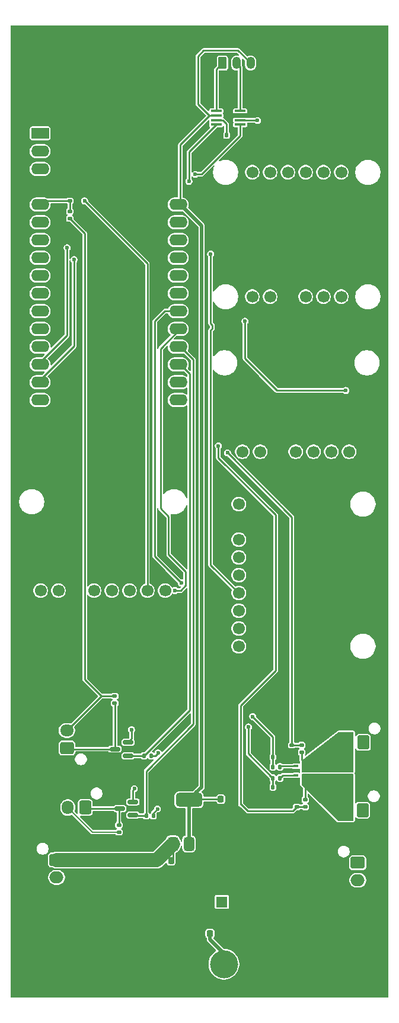
<source format=gbr>
%TF.GenerationSoftware,KiCad,Pcbnew,9.0.1*%
%TF.CreationDate,2025-04-21T23:50:45-04:00*%
%TF.ProjectId,2025SIMPLETVC,32303235-5349-44d5-904c-455456432e6b,rev?*%
%TF.SameCoordinates,Original*%
%TF.FileFunction,Copper,L4,Bot*%
%TF.FilePolarity,Positive*%
%FSLAX46Y46*%
G04 Gerber Fmt 4.6, Leading zero omitted, Abs format (unit mm)*
G04 Created by KiCad (PCBNEW 9.0.1) date 2025-04-21 23:50:45*
%MOMM*%
%LPD*%
G01*
G04 APERTURE LIST*
G04 Aperture macros list*
%AMRoundRect*
0 Rectangle with rounded corners*
0 $1 Rounding radius*
0 $2 $3 $4 $5 $6 $7 $8 $9 X,Y pos of 4 corners*
0 Add a 4 corners polygon primitive as box body*
4,1,4,$2,$3,$4,$5,$6,$7,$8,$9,$2,$3,0*
0 Add four circle primitives for the rounded corners*
1,1,$1+$1,$2,$3*
1,1,$1+$1,$4,$5*
1,1,$1+$1,$6,$7*
1,1,$1+$1,$8,$9*
0 Add four rect primitives between the rounded corners*
20,1,$1+$1,$2,$3,$4,$5,0*
20,1,$1+$1,$4,$5,$6,$7,0*
20,1,$1+$1,$6,$7,$8,$9,0*
20,1,$1+$1,$8,$9,$2,$3,0*%
%AMFreePoly0*
4,1,17,1.515000,0.170000,0.915000,0.170000,0.915000,-0.080000,1.515000,-0.080000,1.515000,-0.480000,0.915000,-0.480000,0.915000,-0.505000,-0.395000,-0.505000,-0.395000,-1.005000,-0.825000,-1.005000,-0.825000,-0.625000,-0.915000,-0.625000,-0.915000,0.505000,0.815000,0.505000,0.815000,0.570000,1.515000,0.570000,1.515000,0.170000,1.515000,0.170000,$1*%
%AMFreePoly1*
4,1,17,-0.395000,0.505000,0.915000,0.505000,0.915000,0.480000,1.515000,0.480000,1.515000,0.080000,0.915000,0.080000,0.915000,-0.170000,1.515000,-0.170000,1.515000,-0.570000,0.815000,-0.570000,0.815000,-0.505000,-0.915000,-0.505000,-0.915000,0.625000,-0.825000,0.625000,-0.825000,1.005000,-0.395000,1.005000,-0.395000,0.505000,-0.395000,0.505000,$1*%
G04 Aperture macros list end*
%TA.AperFunction,SMDPad,CuDef*%
%ADD10RoundRect,0.225000X0.225000X0.250000X-0.225000X0.250000X-0.225000X-0.250000X0.225000X-0.250000X0*%
%TD*%
%TA.AperFunction,SMDPad,CuDef*%
%ADD11RoundRect,0.225000X-0.225000X-0.250000X0.225000X-0.250000X0.225000X0.250000X-0.225000X0.250000X0*%
%TD*%
%TA.AperFunction,ComponentPad*%
%ADD12C,4.700000*%
%TD*%
%TA.AperFunction,ConnectorPad*%
%ADD13C,7.500000*%
%TD*%
%TA.AperFunction,ComponentPad*%
%ADD14RoundRect,0.250000X0.600000X0.750000X-0.600000X0.750000X-0.600000X-0.750000X0.600000X-0.750000X0*%
%TD*%
%TA.AperFunction,ComponentPad*%
%ADD15O,1.700000X2.000000*%
%TD*%
%TA.AperFunction,ComponentPad*%
%ADD16RoundRect,0.760000X-1.140000X-1.140000X1.140000X-1.140000X1.140000X1.140000X-1.140000X1.140000X0*%
%TD*%
%TA.AperFunction,ComponentPad*%
%ADD17C,4.000000*%
%TD*%
%TA.AperFunction,ComponentPad*%
%ADD18C,1.700000*%
%TD*%
%TA.AperFunction,ComponentPad*%
%ADD19R,1.600000X1.600000*%
%TD*%
%TA.AperFunction,ComponentPad*%
%ADD20C,1.600000*%
%TD*%
%TA.AperFunction,ComponentPad*%
%ADD21RoundRect,0.250000X-0.750000X0.600000X-0.750000X-0.600000X0.750000X-0.600000X0.750000X0.600000X0*%
%TD*%
%TA.AperFunction,ComponentPad*%
%ADD22O,2.000000X1.700000*%
%TD*%
%TA.AperFunction,ComponentPad*%
%ADD23RoundRect,0.250000X0.725000X-0.600000X0.725000X0.600000X-0.725000X0.600000X-0.725000X-0.600000X0*%
%TD*%
%TA.AperFunction,ComponentPad*%
%ADD24O,1.950000X1.700000*%
%TD*%
%TA.AperFunction,ComponentPad*%
%ADD25RoundRect,0.250000X-0.350000X-0.625000X0.350000X-0.625000X0.350000X0.625000X-0.350000X0.625000X0*%
%TD*%
%TA.AperFunction,ComponentPad*%
%ADD26O,1.200000X1.750000*%
%TD*%
%TA.AperFunction,ComponentPad*%
%ADD27RoundRect,0.250000X0.600000X0.725000X-0.600000X0.725000X-0.600000X-0.725000X0.600000X-0.725000X0*%
%TD*%
%TA.AperFunction,ComponentPad*%
%ADD28O,1.700000X1.950000*%
%TD*%
%TA.AperFunction,ComponentPad*%
%ADD29RoundRect,0.250000X-1.050000X-0.550000X1.050000X-0.550000X1.050000X0.550000X-1.050000X0.550000X0*%
%TD*%
%TA.AperFunction,ComponentPad*%
%ADD30O,2.600000X1.600000*%
%TD*%
%TA.AperFunction,SMDPad,CuDef*%
%ADD31RoundRect,0.135000X-0.185000X0.135000X-0.185000X-0.135000X0.185000X-0.135000X0.185000X0.135000X0*%
%TD*%
%TA.AperFunction,SMDPad,CuDef*%
%ADD32RoundRect,0.135000X0.135000X0.185000X-0.135000X0.185000X-0.135000X-0.185000X0.135000X-0.185000X0*%
%TD*%
%TA.AperFunction,SMDPad,CuDef*%
%ADD33RoundRect,0.135000X-0.135000X-0.185000X0.135000X-0.185000X0.135000X0.185000X-0.135000X0.185000X0*%
%TD*%
%TA.AperFunction,SMDPad,CuDef*%
%ADD34RoundRect,0.135000X0.185000X-0.135000X0.185000X0.135000X-0.185000X0.135000X-0.185000X-0.135000X0*%
%TD*%
%TA.AperFunction,SMDPad,CuDef*%
%ADD35RoundRect,0.150000X0.587500X0.150000X-0.587500X0.150000X-0.587500X-0.150000X0.587500X-0.150000X0*%
%TD*%
%TA.AperFunction,SMDPad,CuDef*%
%ADD36R,0.760000X0.350000*%
%TD*%
%TA.AperFunction,SMDPad,CuDef*%
%ADD37FreePoly0,0.000000*%
%TD*%
%TA.AperFunction,SMDPad,CuDef*%
%ADD38FreePoly1,0.000000*%
%TD*%
%TA.AperFunction,SMDPad,CuDef*%
%ADD39R,1.600000X0.300000*%
%TD*%
%TA.AperFunction,SMDPad,CuDef*%
%ADD40RoundRect,0.375000X0.375000X-0.625000X0.375000X0.625000X-0.375000X0.625000X-0.375000X-0.625000X0*%
%TD*%
%TA.AperFunction,SMDPad,CuDef*%
%ADD41RoundRect,0.500000X1.400000X-0.500000X1.400000X0.500000X-1.400000X0.500000X-1.400000X-0.500000X0*%
%TD*%
%TA.AperFunction,ViaPad*%
%ADD42C,0.600000*%
%TD*%
%TA.AperFunction,Conductor*%
%ADD43C,0.500000*%
%TD*%
%TA.AperFunction,Conductor*%
%ADD44C,0.250000*%
%TD*%
%TA.AperFunction,Conductor*%
%ADD45C,0.200000*%
%TD*%
%TA.AperFunction,Conductor*%
%ADD46C,2.000000*%
%TD*%
G04 APERTURE END LIST*
D10*
%TO.P,C2,2*%
%TO.N,GND*%
X152945000Y-150300000D03*
%TO.P,C2,1*%
%TO.N,VBAT*%
X154495000Y-150300000D03*
%TD*%
D11*
%TO.P,C22,1*%
%TO.N,+5V*%
X156050000Y-131100000D03*
%TO.P,C22,2*%
%TO.N,GND*%
X157600000Y-131100000D03*
%TD*%
%TO.P,C19,1*%
%TO.N,VIN*%
X148945000Y-139900000D03*
%TO.P,C19,2*%
%TO.N,GND*%
X150495000Y-139900000D03*
%TD*%
D12*
%TO.P,H3,1,1*%
%TO.N,GND*%
X130500000Y-25000000D03*
D13*
X130500000Y-25000000D03*
%TD*%
D12*
%TO.P,H4,1,1*%
%TO.N,GND*%
X175500000Y-25000000D03*
D13*
X175500000Y-25000000D03*
%TD*%
D14*
%TO.P,J8,1,Pin_1*%
%TO.N,VPYRO*%
X176400000Y-123000000D03*
D15*
%TO.P,J8,2,Pin_2*%
%TO.N,/PYO2*%
X173900000Y-123000000D03*
%TD*%
D12*
%TO.P,H1,1,1*%
%TO.N,GND*%
X130500000Y-155000000D03*
D13*
X130500000Y-155000000D03*
%TD*%
D16*
%TO.P,J10,1,Pin_1*%
%TO.N,GND*%
X151500000Y-154700000D03*
D17*
%TO.P,J10,2,Pin_2*%
%TO.N,VBAT*%
X156500000Y-154700000D03*
%TD*%
D18*
%TO.P,U2,1,VIN*%
%TO.N,+3V3*%
X160550000Y-59290000D03*
%TO.P,U2,2,3Vo*%
%TO.N,unconnected-(U2-3Vo-Pad2)*%
X163090000Y-59290000D03*
%TO.P,U2,3,GND*%
%TO.N,GND*%
X165630000Y-59290000D03*
%TO.P,U2,4,SCL*%
%TO.N,/SCK*%
X168170000Y-59290000D03*
%TO.P,U2,5,SDA*%
%TO.N,/MISO*%
X170710000Y-59290000D03*
%TO.P,U2,6,INT*%
%TO.N,/IMU_INT1*%
X173250000Y-59290000D03*
%TO.P,U2,7,BT*%
%TO.N,unconnected-(U2-BT-Pad7)*%
X160550000Y-41510000D03*
%TO.P,U2,8,P0*%
%TO.N,unconnected-(U2-P0-Pad8)*%
X163090000Y-41510000D03*
%TO.P,U2,9,P1*%
%TO.N,unconnected-(U2-P1-Pad9)*%
X165630000Y-41510000D03*
%TO.P,U2,10,RST*%
%TO.N,/IMU_RST*%
X168170000Y-41510000D03*
%TO.P,U2,11,DI*%
%TO.N,/MOSI*%
X170710000Y-41510000D03*
%TO.P,U2,12,CS*%
%TO.N,/IMU_CS*%
X173250000Y-41510000D03*
%TD*%
D19*
%TO.P,C1,1*%
%TO.N,VBAT*%
X156202651Y-145800000D03*
D20*
%TO.P,C1,2*%
%TO.N,GND*%
X151202651Y-145800000D03*
%TD*%
D21*
%TO.P,J5,1,Pin_1*%
%TO.N,VPYRO*%
X175600000Y-140200000D03*
D22*
%TO.P,J5,2,Pin_2*%
%TO.N,VBAT*%
X175600000Y-142700000D03*
%TD*%
D21*
%TO.P,J4,1,Pin_1*%
%TO.N,VIN*%
X132600000Y-139800000D03*
D22*
%TO.P,J4,2,Pin_2*%
%TO.N,VBAT*%
X132600000Y-142300000D03*
%TD*%
D23*
%TO.P,J2,1,Pin_1*%
%TO.N,/SRV1O*%
X134075000Y-123800000D03*
D24*
%TO.P,J2,2,Pin_2*%
%TO.N,VIN*%
X134075000Y-121300000D03*
%TO.P,J2,3,Pin_3*%
%TO.N,GND*%
X134075000Y-118800000D03*
%TD*%
D25*
%TO.P,J7,1,Pin_1*%
%TO.N,/TX0*%
X156300000Y-25900000D03*
D26*
%TO.P,J7,2,Pin_2*%
%TO.N,/RX0*%
X158300000Y-25900000D03*
%TO.P,J7,3,Pin_3*%
%TO.N,+5V*%
X160300000Y-25900000D03*
%TO.P,J7,4,Pin_4*%
%TO.N,GND*%
X162300000Y-25900000D03*
%TD*%
D18*
%TO.P,U7,1,VIN*%
%TO.N,+3V3*%
X159130000Y-81450000D03*
%TO.P,U7,2,3Vo*%
%TO.N,unconnected-(U7-3Vo-Pad2)*%
X161670000Y-81450000D03*
%TO.P,U7,3,GND*%
%TO.N,GND*%
X164210000Y-81450000D03*
%TO.P,U7,4,SCL*%
%TO.N,/SCK*%
X166750000Y-81450000D03*
%TO.P,U7,5,SDO*%
%TO.N,/MISO*%
X169290000Y-81450000D03*
%TO.P,U7,6,SDA*%
%TO.N,/MOSI*%
X171830000Y-81450000D03*
%TO.P,U7,7,CS*%
%TO.N,/MAG_CS*%
X174370000Y-81450000D03*
%TD*%
%TO.P,U3,1,VIN*%
%TO.N,+3V3*%
X158610000Y-88940000D03*
%TO.P,U3,2,GND*%
%TO.N,GND*%
X158610000Y-91480000D03*
%TO.P,U3,3,CLK*%
%TO.N,/SCK*%
X158610000Y-94020000D03*
%TO.P,U3,4,D0/SO*%
%TO.N,/MISO*%
X158610000Y-96560000D03*
%TO.P,U3,5,CMD/SI*%
%TO.N,/MOSI*%
X158610000Y-99100000D03*
%TO.P,U3,6,D3/CS*%
%TO.N,/SD_CS*%
X158610000Y-101640000D03*
%TO.P,U3,7,D1*%
%TO.N,unconnected-(U3-D1-Pad7)*%
X158610000Y-104180000D03*
%TO.P,U3,8,DAT2*%
%TO.N,unconnected-(U3-DAT2-Pad8)*%
X158610000Y-106720000D03*
%TO.P,U3,9,DET*%
%TO.N,unconnected-(U3-DET-Pad9)*%
X158610000Y-109260000D03*
%TD*%
D12*
%TO.P,H2,1,1*%
%TO.N,GND*%
X175500000Y-155000000D03*
D13*
X175500000Y-155000000D03*
%TD*%
D18*
%TO.P,U4,1,VIN*%
%TO.N,+3V3*%
X130320000Y-101300000D03*
%TO.P,U4,2,3Vo*%
%TO.N,unconnected-(U4-3Vo-Pad2)*%
X132860000Y-101300000D03*
%TO.P,U4,3,GND*%
%TO.N,GND*%
X135400000Y-101300000D03*
%TO.P,U4,4,SCL*%
%TO.N,/SCK*%
X137940000Y-101300000D03*
%TO.P,U4,5,SDO*%
%TO.N,/MISO*%
X140480000Y-101300000D03*
%TO.P,U4,6,SDA*%
%TO.N,/MOSI*%
X143020000Y-101300000D03*
%TO.P,U4,7,CS*%
%TO.N,/ALT_CS*%
X145560000Y-101300000D03*
%TO.P,U4,8,INT*%
%TO.N,unconnected-(U4-INT-Pad8)*%
X148100000Y-101300000D03*
%TD*%
D14*
%TO.P,J6,1,Pin_1*%
%TO.N,VPYRO*%
X176300000Y-132700000D03*
D15*
%TO.P,J6,2,Pin_2*%
%TO.N,/PYO1*%
X173800000Y-132700000D03*
%TD*%
D27*
%TO.P,J3,1,Pin_1*%
%TO.N,/SRV2O*%
X136700000Y-132300000D03*
D28*
%TO.P,J3,2,Pin_2*%
%TO.N,VIN*%
X134200000Y-132300000D03*
%TO.P,J3,3,Pin_3*%
%TO.N,GND*%
X131700000Y-132300000D03*
%TD*%
D29*
%TO.P,A1,1,~{RESET}*%
%TO.N,unconnected-(A1-~{RESET}-Pad1)*%
X130247500Y-35950000D03*
D30*
%TO.P,A1,2,3V3*%
%TO.N,+3V3*%
X130247500Y-38490000D03*
%TO.P,A1,3,AREF*%
%TO.N,unconnected-(A1-AREF-Pad3)*%
X130247500Y-41030000D03*
%TO.P,A1,4,GND*%
%TO.N,GND*%
X130247500Y-43570000D03*
%TO.P,A1,5,A0*%
%TO.N,/VINSENSE*%
X130247500Y-46110000D03*
%TO.P,A1,6,A1*%
%TO.N,/ALT_CS*%
X130247500Y-48650000D03*
%TO.P,A1,7,A2*%
%TO.N,/MAG_CS*%
X130247500Y-51190000D03*
%TO.P,A1,8,A3*%
%TO.N,/IMU_CS*%
X130247500Y-53730000D03*
%TO.P,A1,9,A4*%
%TO.N,/PYC1*%
X130247500Y-56270000D03*
%TO.P,A1,10,A5*%
%TO.N,/PYC2*%
X130247500Y-58810000D03*
%TO.P,A1,11,SCK*%
%TO.N,/SCK*%
X130247500Y-61350000D03*
%TO.P,A1,12,MOSI*%
%TO.N,/MOSI*%
X130247500Y-63890000D03*
%TO.P,A1,13,MISO*%
%TO.N,/MISO*%
X130247500Y-66430000D03*
%TO.P,A1,14,RX*%
%TO.N,/UART0_RX*%
X130247500Y-68970000D03*
%TO.P,A1,15,TX*%
%TO.N,/UART0_TX*%
X130247500Y-71510000D03*
%TO.P,A1,16,SPARE*%
%TO.N,unconnected-(A1-SPARE-Pad16)*%
X130247500Y-74050000D03*
%TO.P,A1,17,SDA*%
%TO.N,unconnected-(A1-SDA-Pad17)*%
X149967500Y-74050000D03*
%TO.P,A1,18,SCL*%
%TO.N,unconnected-(A1-SCL-Pad18)*%
X149967500Y-71510000D03*
%TO.P,A1,19,D0*%
%TO.N,/SRV1*%
X149967500Y-68970000D03*
%TO.P,A1,20,D1*%
%TO.N,/SRV2*%
X149967500Y-66430000D03*
%TO.P,A1,21,D2*%
%TO.N,/PYR1*%
X149967500Y-63890000D03*
%TO.P,A1,22,D3*%
%TO.N,/PYR2*%
X149967500Y-61350000D03*
%TO.P,A1,23,D4*%
%TO.N,/IMU_INT1*%
X149967500Y-58810000D03*
%TO.P,A1,24,D5*%
%TO.N,/IMU_RST*%
X149967500Y-56270000D03*
%TO.P,A1,25,D6*%
%TO.N,/SD_CS*%
X149967500Y-53730000D03*
%TO.P,A1,26,USB*%
%TO.N,unconnected-(A1-USB-Pad26)*%
X149967500Y-51190000D03*
%TO.P,A1,27,EN*%
%TO.N,unconnected-(A1-EN-Pad27)*%
X149967500Y-48650000D03*
%TO.P,A1,28,VBAT*%
%TO.N,+5V*%
X149967500Y-46110000D03*
%TD*%
D31*
%TO.P,R7,1*%
%TO.N,/SRV2O*%
X141500000Y-134800000D03*
%TO.P,R7,2*%
%TO.N,VIN*%
X141500000Y-135820000D03*
%TD*%
D32*
%TO.P,R20,1*%
%TO.N,Net-(U5A-G)*%
X164500000Y-128100000D03*
%TO.P,R20,2*%
%TO.N,/PYR1*%
X163480000Y-128100000D03*
%TD*%
D33*
%TO.P,R6,1*%
%TO.N,/SRV2*%
X145390000Y-133500000D03*
%TO.P,R6,2*%
%TO.N,+3V3*%
X146410000Y-133500000D03*
%TD*%
D31*
%TO.P,R16,1*%
%TO.N,/PYO1*%
X168100000Y-131190000D03*
%TO.P,R16,2*%
%TO.N,/PYC1*%
X168100000Y-132210000D03*
%TD*%
D34*
%TO.P,R5,1*%
%TO.N,/SRV1O*%
X140900000Y-117400000D03*
%TO.P,R5,2*%
%TO.N,VIN*%
X140900000Y-116380000D03*
%TD*%
D35*
%TO.P,Q2,1,G*%
%TO.N,+3V3*%
X143500000Y-131500000D03*
%TO.P,Q2,2,S*%
%TO.N,/SRV2*%
X143500000Y-133400000D03*
%TO.P,Q2,3,D*%
%TO.N,/SRV2O*%
X141625000Y-132450000D03*
%TD*%
%TO.P,Q1,1,G*%
%TO.N,+3V3*%
X142800000Y-123000000D03*
%TO.P,Q1,2,S*%
%TO.N,/SRV1*%
X142800000Y-124900000D03*
%TO.P,Q1,3,D*%
%TO.N,/SRV1O*%
X140925000Y-123950000D03*
%TD*%
D36*
%TO.P,U5,1,S*%
%TO.N,GND*%
X166800000Y-128350000D03*
%TO.P,U5,2,G*%
%TO.N,Net-(U5A-G)*%
X166800000Y-127700000D03*
%TO.P,U5,3,S*%
%TO.N,GND*%
X166800000Y-127050000D03*
%TO.P,U5,4,G*%
%TO.N,Net-(U5B-G)*%
X166800000Y-126400000D03*
D37*
%TO.P,U5,5,D*%
%TO.N,/PYO1*%
X168765000Y-128070000D03*
D38*
%TO.P,U5,6,D*%
%TO.N,/PYO2*%
X168765000Y-126680000D03*
%TD*%
D39*
%TO.P,U1,1,B2*%
%TO.N,/RX0*%
X158800000Y-32750000D03*
%TO.P,U1,2,GND*%
%TO.N,GND*%
X158800000Y-33400000D03*
%TO.P,U1,3,VCCA*%
%TO.N,+3V3*%
X158800000Y-34050000D03*
%TO.P,U1,4,A2*%
%TO.N,/UART0_RX*%
X158800000Y-34700000D03*
%TO.P,U1,5,A1*%
%TO.N,/UART0_TX*%
X155400000Y-34700000D03*
%TO.P,U1,6,OE*%
%TO.N,/UART_EN*%
X155400000Y-34050000D03*
%TO.P,U1,7,VCCB*%
%TO.N,+5V*%
X155400000Y-33400000D03*
%TO.P,U1,8,B1*%
%TO.N,/TX0*%
X155400000Y-32750000D03*
%TD*%
D33*
%TO.P,R19,1*%
%TO.N,/PYR1*%
X163480000Y-129400000D03*
%TO.P,R19,2*%
%TO.N,GND*%
X164500000Y-129400000D03*
%TD*%
D34*
%TO.P,R10,1*%
%TO.N,/PYO2*%
X167600000Y-124410000D03*
%TO.P,R10,2*%
%TO.N,/PYC2*%
X167600000Y-123390000D03*
%TD*%
%TO.P,R21,1*%
%TO.N,VIN*%
X134500000Y-48110000D03*
%TO.P,R21,2*%
%TO.N,/VINSENSE*%
X134500000Y-47090000D03*
%TD*%
D32*
%TO.P,R8,1*%
%TO.N,Net-(U5B-G)*%
X164510000Y-126500000D03*
%TO.P,R8,2*%
%TO.N,/PYR2*%
X163490000Y-126500000D03*
%TD*%
D33*
%TO.P,R4,1*%
%TO.N,/SRV1*%
X145090000Y-124900000D03*
%TO.P,R4,2*%
%TO.N,+3V3*%
X146110000Y-124900000D03*
%TD*%
D32*
%TO.P,R17,1*%
%TO.N,GND*%
X157910000Y-36200000D03*
%TO.P,R17,2*%
%TO.N,/UART_EN*%
X156890000Y-36200000D03*
%TD*%
D31*
%TO.P,R18,1*%
%TO.N,GND*%
X166900000Y-131200000D03*
%TO.P,R18,2*%
%TO.N,/PYC1*%
X166900000Y-132220000D03*
%TD*%
D40*
%TO.P,U6,1,GND*%
%TO.N,GND*%
X153800000Y-137500000D03*
%TO.P,U6,2,VO*%
%TO.N,+5V*%
X151500000Y-137500000D03*
D41*
X151500000Y-131200000D03*
D40*
%TO.P,U6,3,VI*%
%TO.N,VIN*%
X149200000Y-137500000D03*
%TD*%
D33*
%TO.P,R9,1*%
%TO.N,/PYR2*%
X163490000Y-125100000D03*
%TO.P,R9,2*%
%TO.N,GND*%
X164510000Y-125100000D03*
%TD*%
D31*
%TO.P,R22,1*%
%TO.N,GND*%
X134500000Y-44590000D03*
%TO.P,R22,2*%
%TO.N,/VINSENSE*%
X134500000Y-45610000D03*
%TD*%
D34*
%TO.P,R15,1*%
%TO.N,GND*%
X166200000Y-124410000D03*
%TO.P,R15,2*%
%TO.N,/PYC2*%
X166200000Y-123390000D03*
%TD*%
D42*
%TO.N,/ALT_CS*%
X136600000Y-45600000D03*
%TO.N,/MAG_CS*%
X159500000Y-62800000D03*
X173900000Y-72700000D03*
%TO.N,/UART0_RX*%
X152400000Y-41800000D03*
X134100000Y-52300000D03*
%TO.N,/PYC1*%
X155700000Y-80600000D03*
%TO.N,/PYR1*%
X149497740Y-101300000D03*
X160000000Y-120800000D03*
%TO.N,/UART0_TX*%
X151500000Y-42800000D03*
X135100000Y-54000000D03*
%TO.N,GND*%
X168700000Y-94000000D03*
X146300000Y-49500000D03*
X149900000Y-82100000D03*
X140200000Y-127900000D03*
X178400000Y-63700000D03*
X144500000Y-148300000D03*
X147400000Y-92100000D03*
X167900000Y-83900000D03*
X157900000Y-45600000D03*
X154200000Y-63600000D03*
X146800000Y-40800000D03*
X150900000Y-97500000D03*
X169400000Y-75400000D03*
X140400000Y-63900000D03*
X149200000Y-134200000D03*
X165100000Y-91300000D03*
X154800000Y-100600000D03*
X175000000Y-102500000D03*
X153500000Y-134500000D03*
X176700000Y-48600000D03*
X149900000Y-121200000D03*
X142400000Y-98000000D03*
X169753648Y-31545905D03*
X130100000Y-94700000D03*
X127800000Y-112200000D03*
X168800000Y-107300000D03*
X140500000Y-68100000D03*
X147800000Y-95000000D03*
X156600000Y-97500000D03*
X150301362Y-92910649D03*
X134521413Y-148709119D03*
X157500000Y-64100000D03*
X133600000Y-66700000D03*
X134400000Y-76100000D03*
X140800000Y-75700000D03*
X176400000Y-35300000D03*
X156700000Y-72600000D03*
X167500000Y-50000000D03*
X145108175Y-156480253D03*
X146000000Y-46000000D03*
X168432954Y-137813374D03*
X139000000Y-53000000D03*
X141200000Y-59700000D03*
X148200000Y-67800000D03*
X144400000Y-24100000D03*
X148800000Y-158600000D03*
X159200000Y-159000000D03*
X150700000Y-95400000D03*
X128200000Y-129800000D03*
X139100000Y-134200000D03*
X127500000Y-83600000D03*
X165100000Y-101600000D03*
X139400000Y-39100000D03*
X164200000Y-69200000D03*
X168500000Y-156300000D03*
X147900000Y-129100000D03*
X145130700Y-152020298D03*
X146600000Y-98100000D03*
X140200000Y-71700000D03*
X142179922Y-152696048D03*
X135000000Y-69000000D03*
X143900000Y-71700000D03*
X140100000Y-90700000D03*
X160408427Y-137527530D03*
X127300000Y-145000000D03*
X149500000Y-98000000D03*
X149900000Y-77500000D03*
%TO.N,/PYC2*%
X157000000Y-81600000D03*
%TO.N,/PYR2*%
X160600000Y-119300000D03*
X150400000Y-100200000D03*
%TO.N,/SD_CS*%
X154600000Y-53200000D03*
%TO.N,+3V3*%
X147000000Y-132500000D03*
X147100000Y-124500000D03*
X143300000Y-121200000D03*
X143700000Y-129600000D03*
X161300000Y-34100000D03*
%TD*%
D43*
%TO.N,VBAT*%
X154495000Y-151195000D02*
X154495000Y-150300000D01*
X156500000Y-153200000D02*
X154495000Y-151195000D01*
X156500000Y-154700000D02*
X156500000Y-153200000D01*
D44*
%TO.N,/PYR1*%
X147444000Y-89544000D02*
X147444000Y-66713500D01*
X148600000Y-96150000D02*
X148600000Y-90700000D01*
X148600000Y-90700000D02*
X147444000Y-89544000D01*
X151026000Y-98576000D02*
X148600000Y-96150000D01*
X150300000Y-101300000D02*
X151026000Y-100574000D01*
X147444000Y-66713500D02*
X150267500Y-63890000D01*
X149497740Y-101300000D02*
X150300000Y-101300000D01*
X151026000Y-100574000D02*
X151026000Y-98576000D01*
%TO.N,/ALT_CS*%
X145560000Y-101300000D02*
X145560000Y-54560000D01*
X145560000Y-54560000D02*
X136600000Y-45600000D01*
%TO.N,/MAG_CS*%
X164100000Y-72700000D02*
X173900000Y-72700000D01*
X159500000Y-62800000D02*
X159500000Y-68100000D01*
X159500000Y-68100000D02*
X164100000Y-72700000D01*
%TO.N,/UART0_RX*%
X158800000Y-36285694D02*
X158800000Y-34700000D01*
X134100000Y-64817500D02*
X134100000Y-52300000D01*
X153285694Y-41800000D02*
X158800000Y-36285694D01*
X152400000Y-41800000D02*
X153285694Y-41800000D01*
X129947500Y-68970000D02*
X134100000Y-64817500D01*
%TO.N,+5V*%
X152800000Y-24900000D02*
X152800000Y-31752000D01*
X151600000Y-131100000D02*
X151500000Y-131200000D01*
X151500000Y-131200000D02*
X152500000Y-130200000D01*
D43*
X153300000Y-129400000D02*
X153300000Y-49142500D01*
D44*
X152800000Y-31752000D02*
X154448000Y-33400000D01*
X153600000Y-24100000D02*
X152800000Y-24900000D01*
X150267500Y-37580500D02*
X154448000Y-33400000D01*
D43*
X151500000Y-137500000D02*
X151500000Y-131200000D01*
D44*
X150267500Y-46110000D02*
X150267500Y-37580500D01*
X154448000Y-33400000D02*
X155400000Y-33400000D01*
X160300000Y-25900000D02*
X158500000Y-24100000D01*
X158500000Y-24100000D02*
X153600000Y-24100000D01*
D43*
X152500000Y-130200000D02*
X153300000Y-129400000D01*
D44*
X155920000Y-131100000D02*
X151600000Y-131100000D01*
D43*
X153300000Y-49142500D02*
X150267500Y-46110000D01*
D44*
%TO.N,/PYC1*%
X155700000Y-82300000D02*
X155700000Y-80600000D01*
X163900000Y-112700000D02*
X163900000Y-90500000D01*
X159900000Y-132800000D02*
X159000000Y-131900000D01*
X166320000Y-132800000D02*
X159900000Y-132800000D01*
X158900000Y-117700000D02*
X163900000Y-112700000D01*
X158900000Y-131900000D02*
X158900000Y-117700000D01*
X168090000Y-132220000D02*
X168100000Y-132210000D01*
X159000000Y-131900000D02*
X158900000Y-131900000D01*
X166900000Y-132220000D02*
X166320000Y-132800000D01*
X166900000Y-132220000D02*
X168090000Y-132220000D01*
X163900000Y-90500000D02*
X155700000Y-82300000D01*
%TO.N,/SRV1*%
X151593500Y-118396500D02*
X151593500Y-70296000D01*
X151593500Y-70296000D02*
X150267500Y-68970000D01*
X145090000Y-124900000D02*
X151593500Y-118396500D01*
X142800000Y-124900000D02*
X145090000Y-124900000D01*
%TO.N,/PYR1*%
X163480000Y-128100000D02*
X163480000Y-129400000D01*
X160000000Y-124620000D02*
X160000000Y-120800000D01*
X163480000Y-128100000D02*
X160000000Y-124620000D01*
%TO.N,/UART0_TX*%
X135100000Y-54000000D02*
X135100000Y-66357500D01*
X155400000Y-34700000D02*
X151500000Y-38600000D01*
X135100000Y-66357500D02*
X129947500Y-71510000D01*
X151500000Y-38600000D02*
X151500000Y-42800000D01*
%TO.N,/PYC2*%
X166200000Y-123390000D02*
X167600000Y-123390000D01*
X166200000Y-123390000D02*
X166200000Y-90800000D01*
X166200000Y-90800000D02*
X157000000Y-81600000D01*
%TO.N,/VINSENSE*%
X134500000Y-47090000D02*
X134500000Y-45610000D01*
X134500000Y-45610000D02*
X130447500Y-45610000D01*
X130447500Y-45610000D02*
X129947500Y-46110000D01*
%TO.N,/PYR2*%
X146600000Y-96400000D02*
X146600000Y-62800000D01*
X163490000Y-126500000D02*
X163490000Y-125100000D01*
X146600000Y-62800000D02*
X148050000Y-61350000D01*
X163490000Y-125100000D02*
X163490000Y-122190000D01*
X163490000Y-122190000D02*
X160600000Y-119300000D01*
X148050000Y-61350000D02*
X150267500Y-61350000D01*
X150400000Y-100200000D02*
X146600000Y-96400000D01*
%TO.N,/SRV2*%
X145390000Y-127095298D02*
X145390000Y-133500000D01*
X150267500Y-66430000D02*
X152100000Y-68262500D01*
X152100000Y-68262500D02*
X152100000Y-120385298D01*
X152100000Y-120385298D02*
X145390000Y-127095298D01*
X143600000Y-133500000D02*
X143500000Y-133400000D01*
X145390000Y-133500000D02*
X143600000Y-133500000D01*
%TO.N,/SD_CS*%
X154600000Y-97630000D02*
X158610000Y-101640000D01*
X154600000Y-63114702D02*
X154826000Y-63340702D01*
X154600000Y-64085298D02*
X154600000Y-97630000D01*
X154600000Y-53200000D02*
X154600000Y-63114702D01*
X154826000Y-63340702D02*
X154826000Y-63859298D01*
X154826000Y-63859298D02*
X154600000Y-64085298D01*
%TO.N,+3V3*%
X146410000Y-133090000D02*
X147000000Y-132500000D01*
X146410000Y-133500000D02*
X146410000Y-133090000D01*
X143500000Y-129800000D02*
X143700000Y-129600000D01*
X146700000Y-124900000D02*
X147100000Y-124500000D01*
X142800000Y-123000000D02*
X143300000Y-122500000D01*
X146110000Y-124900000D02*
X146700000Y-124900000D01*
X143300000Y-122500000D02*
X143300000Y-121200000D01*
X161250000Y-34050000D02*
X161300000Y-34100000D01*
X158800000Y-34050000D02*
X161250000Y-34050000D01*
X143500000Y-131500000D02*
X143500000Y-129800000D01*
D45*
%TO.N,VIN*%
X137720000Y-135820000D02*
X134200000Y-132300000D01*
D44*
X136600000Y-113985000D02*
X136600000Y-50210000D01*
D45*
X141500000Y-135820000D02*
X137720000Y-135820000D01*
D44*
X140900000Y-116380000D02*
X138995000Y-116380000D01*
X138995000Y-116380000D02*
X134075000Y-121300000D01*
X138995000Y-116380000D02*
X136600000Y-113985000D01*
X149240000Y-137540000D02*
X149200000Y-137500000D01*
X136600000Y-50210000D02*
X134500000Y-48110000D01*
D46*
X146900000Y-139800000D02*
X149200000Y-137500000D01*
D44*
X149240000Y-139900000D02*
X149240000Y-137540000D01*
D46*
X132600000Y-139800000D02*
X146900000Y-139800000D01*
D44*
%TO.N,/SRV1O*%
X140925000Y-117425000D02*
X140900000Y-117400000D01*
X140925000Y-123950000D02*
X140925000Y-117425000D01*
X134225000Y-123950000D02*
X134075000Y-123800000D01*
X140925000Y-123950000D02*
X134225000Y-123950000D01*
%TO.N,/SRV2O*%
X136850000Y-132450000D02*
X136700000Y-132300000D01*
X141625000Y-132450000D02*
X136850000Y-132450000D01*
X141500000Y-134800000D02*
X141500000Y-132575000D01*
X141500000Y-132575000D02*
X141625000Y-132450000D01*
%TO.N,/PYO1*%
X168100000Y-131190000D02*
X168100000Y-128735000D01*
X168100000Y-128735000D02*
X168765000Y-128070000D01*
%TO.N,/RX0*%
X158800000Y-26400000D02*
X158300000Y-25900000D01*
X158800000Y-32750000D02*
X158800000Y-26400000D01*
%TO.N,/TX0*%
X155400000Y-32750000D02*
X155400000Y-26800000D01*
X155400000Y-26800000D02*
X156300000Y-25900000D01*
%TO.N,/PYO2*%
X167600000Y-125515000D02*
X168765000Y-126680000D01*
X167600000Y-124410000D02*
X167600000Y-125515000D01*
%TO.N,Net-(U5B-G)*%
X166800000Y-126400000D02*
X164610000Y-126400000D01*
X164610000Y-126400000D02*
X164510000Y-126500000D01*
%TO.N,/UART_EN*%
X156890000Y-36200000D02*
X156890000Y-34588000D01*
X156352000Y-34050000D02*
X155400000Y-34050000D01*
X156890000Y-34588000D02*
X156352000Y-34050000D01*
%TO.N,Net-(U5A-G)*%
X164900000Y-127700000D02*
X164500000Y-128100000D01*
X166800000Y-127700000D02*
X164900000Y-127700000D01*
%TD*%
%TA.AperFunction,Conductor*%
%TO.N,GND*%
G36*
X140734503Y-132794407D02*
G01*
X140746316Y-132804496D01*
X140748301Y-132806481D01*
X140748302Y-132806483D01*
X140831017Y-132889198D01*
X140884785Y-132915483D01*
X140936104Y-132940572D01*
X140936105Y-132940572D01*
X140936107Y-132940573D01*
X141004240Y-132950500D01*
X141075500Y-132950500D01*
X141133691Y-132969407D01*
X141169655Y-133018907D01*
X141174500Y-133049500D01*
X141174500Y-134297262D01*
X141155593Y-134355453D01*
X141125943Y-134379895D01*
X141126693Y-134380965D01*
X141119600Y-134385931D01*
X141035933Y-134469598D01*
X140985932Y-134576824D01*
X140985932Y-134576825D01*
X140979500Y-134625685D01*
X140979500Y-134974314D01*
X140985932Y-135023174D01*
X140985932Y-135023175D01*
X141035933Y-135130401D01*
X141035934Y-135130402D01*
X141035935Y-135130404D01*
X141119596Y-135214065D01*
X141119597Y-135214065D01*
X141119598Y-135214066D01*
X141132915Y-135220276D01*
X141177663Y-135262005D01*
X141189337Y-135322066D01*
X141163478Y-135377518D01*
X141156336Y-135384445D01*
X141145715Y-135393755D01*
X141119596Y-135405935D01*
X141035935Y-135489596D01*
X141035622Y-135490265D01*
X141030285Y-135494945D01*
X141005019Y-135505793D01*
X140980511Y-135518281D01*
X140974911Y-135518721D01*
X140974063Y-135519086D01*
X140973088Y-135518865D01*
X140965024Y-135519500D01*
X137885479Y-135519500D01*
X137827288Y-135500593D01*
X137815475Y-135490504D01*
X135969281Y-133644310D01*
X135941504Y-133589793D01*
X135951075Y-133529361D01*
X135994340Y-133486096D01*
X136043419Y-133475524D01*
X136043419Y-133475500D01*
X136043531Y-133475500D01*
X136043926Y-133475415D01*
X136045730Y-133475499D01*
X136045734Y-133475500D01*
X136045737Y-133475500D01*
X137354273Y-133475500D01*
X137354273Y-133475499D01*
X137384699Y-133472646D01*
X137512882Y-133427793D01*
X137622150Y-133347150D01*
X137702793Y-133237882D01*
X137747646Y-133109699D01*
X137750499Y-133079273D01*
X137750500Y-133079273D01*
X137750500Y-132874500D01*
X137769407Y-132816309D01*
X137818907Y-132780345D01*
X137849500Y-132775500D01*
X140676312Y-132775500D01*
X140734503Y-132794407D01*
G37*
%TD.AperFunction*%
%TA.AperFunction,Conductor*%
G36*
X151720445Y-118826625D02*
G01*
X151763710Y-118869890D01*
X151774500Y-118914835D01*
X151774500Y-120209462D01*
X151755593Y-120267653D01*
X151745504Y-120279466D01*
X147713171Y-124311798D01*
X147658654Y-124339575D01*
X147598222Y-124330004D01*
X147557432Y-124291294D01*
X147500500Y-124192686D01*
X147407314Y-124099500D01*
X147407311Y-124099498D01*
X147407309Y-124099496D01*
X147293189Y-124033609D01*
X147293191Y-124033609D01*
X147243799Y-124020375D01*
X147165892Y-123999500D01*
X147034108Y-123999500D01*
X146956200Y-124020375D01*
X146906809Y-124033609D01*
X146792690Y-124099496D01*
X146699496Y-124192690D01*
X146633609Y-124306810D01*
X146633607Y-124306814D01*
X146609872Y-124395394D01*
X146576548Y-124446708D01*
X146519426Y-124468634D01*
X146460326Y-124452798D01*
X146444247Y-124439778D01*
X146440404Y-124435935D01*
X146440402Y-124435934D01*
X146440401Y-124435933D01*
X146333174Y-124385932D01*
X146318553Y-124384007D01*
X146294697Y-124380866D01*
X146239473Y-124354526D01*
X146210278Y-124300755D01*
X146218264Y-124240093D01*
X146237613Y-124212713D01*
X151605496Y-118844831D01*
X151660013Y-118817054D01*
X151720445Y-118826625D01*
G37*
%TD.AperFunction*%
%TA.AperFunction,Conductor*%
G36*
X147041949Y-89524391D02*
G01*
X147055093Y-89524391D01*
X147069816Y-89535088D01*
X147086803Y-89541609D01*
X147093959Y-89552629D01*
X147104593Y-89560355D01*
X147120125Y-89592920D01*
X147122680Y-89602453D01*
X147140683Y-89669643D01*
X147183531Y-89743857D01*
X147183533Y-89743859D01*
X147183535Y-89743862D01*
X148245505Y-90805832D01*
X148273281Y-90860347D01*
X148274500Y-90875834D01*
X148274500Y-96107147D01*
X148274500Y-96192853D01*
X148290772Y-96253581D01*
X148296683Y-96275643D01*
X148339531Y-96349857D01*
X148339533Y-96349859D01*
X148339535Y-96349862D01*
X150671505Y-98681832D01*
X150699281Y-98736347D01*
X150700500Y-98751834D01*
X150700500Y-99633343D01*
X150681593Y-99691534D01*
X150632093Y-99727498D01*
X150575878Y-99728970D01*
X150511409Y-99711696D01*
X150465892Y-99699500D01*
X150465891Y-99699500D01*
X150400834Y-99699500D01*
X150342643Y-99680593D01*
X150330830Y-99670504D01*
X146954496Y-96294169D01*
X146926719Y-96239652D01*
X146925500Y-96224165D01*
X146925500Y-89618546D01*
X146931123Y-89601238D01*
X146932076Y-89583067D01*
X146940345Y-89572854D01*
X146944407Y-89560355D01*
X146959129Y-89549658D01*
X146970581Y-89535517D01*
X146983274Y-89532116D01*
X146993907Y-89524391D01*
X147012107Y-89524391D01*
X147029682Y-89519682D01*
X147041949Y-89524391D01*
G37*
%TD.AperFunction*%
%TA.AperFunction,Conductor*%
G36*
X151233295Y-89145181D02*
G01*
X151265265Y-89197350D01*
X151268000Y-89220461D01*
X151268000Y-98118665D01*
X151249093Y-98176856D01*
X151199593Y-98212820D01*
X151138407Y-98212820D01*
X151098996Y-98188669D01*
X148954496Y-96044169D01*
X148926719Y-95989652D01*
X148925500Y-95974165D01*
X148925500Y-90657148D01*
X148925500Y-90657147D01*
X148903318Y-90574362D01*
X148903318Y-90574361D01*
X148862043Y-90502872D01*
X148849323Y-90443025D01*
X148874210Y-90387129D01*
X148927198Y-90356536D01*
X148973402Y-90357746D01*
X149008270Y-90367089D01*
X149017978Y-90369691D01*
X149017979Y-90369691D01*
X149017986Y-90369693D01*
X149251989Y-90400500D01*
X149251990Y-90400500D01*
X149488010Y-90400500D01*
X149488011Y-90400500D01*
X149722014Y-90369693D01*
X149949993Y-90308606D01*
X150168049Y-90218284D01*
X150372450Y-90100273D01*
X150559699Y-89956592D01*
X150726592Y-89789699D01*
X150870273Y-89602450D01*
X150988284Y-89398049D01*
X151077536Y-89182573D01*
X151117273Y-89136050D01*
X151176767Y-89121766D01*
X151233295Y-89145181D01*
G37*
%TD.AperFunction*%
%TA.AperFunction,Conductor*%
G36*
X148412945Y-66301624D02*
G01*
X148456210Y-66344889D01*
X148467000Y-66389834D01*
X148467000Y-66528543D01*
X148505449Y-66721834D01*
X148505449Y-66721836D01*
X148580867Y-66903913D01*
X148580868Y-66903914D01*
X148690361Y-67067782D01*
X148829718Y-67207139D01*
X148993586Y-67316632D01*
X149175665Y-67392051D01*
X149368959Y-67430500D01*
X149368960Y-67430500D01*
X150566040Y-67430500D01*
X150566041Y-67430500D01*
X150715685Y-67400733D01*
X150776442Y-67407924D01*
X150805000Y-67427827D01*
X151745504Y-68368331D01*
X151773281Y-68422848D01*
X151774500Y-68438335D01*
X151774500Y-69777665D01*
X151755593Y-69835856D01*
X151706093Y-69871820D01*
X151644907Y-69871820D01*
X151605496Y-69847669D01*
X151350542Y-69592715D01*
X151322765Y-69538198D01*
X151332336Y-69477766D01*
X151338223Y-69467722D01*
X151354132Y-69443914D01*
X151429551Y-69261835D01*
X151468000Y-69068541D01*
X151468000Y-68871459D01*
X151429551Y-68678165D01*
X151354132Y-68496086D01*
X151244639Y-68332218D01*
X151105282Y-68192861D01*
X150941414Y-68083368D01*
X150941415Y-68083368D01*
X150941413Y-68083367D01*
X150759335Y-68007949D01*
X150566043Y-67969500D01*
X150566041Y-67969500D01*
X149368959Y-67969500D01*
X149368956Y-67969500D01*
X149175665Y-68007949D01*
X149175663Y-68007949D01*
X148993586Y-68083367D01*
X148829718Y-68192861D01*
X148829714Y-68192864D01*
X148690364Y-68332214D01*
X148690361Y-68332218D01*
X148580867Y-68496086D01*
X148505449Y-68678163D01*
X148505449Y-68678165D01*
X148467000Y-68871456D01*
X148467000Y-69068543D01*
X148473658Y-69102014D01*
X148504526Y-69257197D01*
X148505449Y-69261834D01*
X148505449Y-69261836D01*
X148580867Y-69443913D01*
X148596765Y-69467706D01*
X148690361Y-69607782D01*
X148829718Y-69747139D01*
X148993586Y-69856632D01*
X149175665Y-69932051D01*
X149368959Y-69970500D01*
X149368960Y-69970500D01*
X150566040Y-69970500D01*
X150566041Y-69970500D01*
X150715685Y-69940733D01*
X150776442Y-69947924D01*
X150805000Y-69967827D01*
X151239004Y-70401831D01*
X151242630Y-70408948D01*
X151249093Y-70413644D01*
X151256256Y-70435692D01*
X151266781Y-70456348D01*
X151268000Y-70471835D01*
X151268000Y-70657082D01*
X151249093Y-70715273D01*
X151199593Y-70751237D01*
X151138407Y-70751237D01*
X151109441Y-70735388D01*
X151109325Y-70735563D01*
X151107359Y-70734249D01*
X151106205Y-70733618D01*
X151105287Y-70732865D01*
X151105283Y-70732862D01*
X151105282Y-70732861D01*
X150941414Y-70623368D01*
X150941415Y-70623368D01*
X150941413Y-70623367D01*
X150759335Y-70547949D01*
X150566043Y-70509500D01*
X150566041Y-70509500D01*
X149368959Y-70509500D01*
X149368956Y-70509500D01*
X149175665Y-70547949D01*
X149175663Y-70547949D01*
X148993586Y-70623367D01*
X148829718Y-70732861D01*
X148829714Y-70732864D01*
X148690364Y-70872214D01*
X148690361Y-70872218D01*
X148580867Y-71036086D01*
X148505449Y-71218163D01*
X148505449Y-71218165D01*
X148467000Y-71411456D01*
X148467000Y-71608543D01*
X148505449Y-71801834D01*
X148505449Y-71801836D01*
X148580867Y-71983913D01*
X148580868Y-71983914D01*
X148690361Y-72147782D01*
X148829718Y-72287139D01*
X148993586Y-72396632D01*
X149175665Y-72472051D01*
X149368959Y-72510500D01*
X149368960Y-72510500D01*
X150566040Y-72510500D01*
X150566041Y-72510500D01*
X150759335Y-72472051D01*
X150941414Y-72396632D01*
X151105282Y-72287139D01*
X151105291Y-72287129D01*
X151106195Y-72286389D01*
X151106698Y-72286191D01*
X151109325Y-72284437D01*
X151109710Y-72285013D01*
X151163172Y-72264089D01*
X151222375Y-72279538D01*
X151261190Y-72326835D01*
X151268000Y-72362917D01*
X151268000Y-73197082D01*
X151249093Y-73255273D01*
X151199593Y-73291237D01*
X151138407Y-73291237D01*
X151109441Y-73275388D01*
X151109325Y-73275563D01*
X151107359Y-73274249D01*
X151106205Y-73273618D01*
X151105287Y-73272865D01*
X151105283Y-73272862D01*
X151105282Y-73272861D01*
X150941414Y-73163368D01*
X150941415Y-73163368D01*
X150941413Y-73163367D01*
X150759335Y-73087949D01*
X150566043Y-73049500D01*
X150566041Y-73049500D01*
X149368959Y-73049500D01*
X149368956Y-73049500D01*
X149175665Y-73087949D01*
X149175663Y-73087949D01*
X148993586Y-73163367D01*
X148829718Y-73272861D01*
X148829714Y-73272864D01*
X148690364Y-73412214D01*
X148690361Y-73412218D01*
X148580867Y-73576086D01*
X148505449Y-73758163D01*
X148505449Y-73758165D01*
X148467000Y-73951456D01*
X148467000Y-74148543D01*
X148505449Y-74341834D01*
X148505449Y-74341836D01*
X148580867Y-74523913D01*
X148580868Y-74523914D01*
X148690361Y-74687782D01*
X148829718Y-74827139D01*
X148993586Y-74936632D01*
X149175665Y-75012051D01*
X149368959Y-75050500D01*
X149368960Y-75050500D01*
X150566040Y-75050500D01*
X150566041Y-75050500D01*
X150759335Y-75012051D01*
X150941414Y-74936632D01*
X151105282Y-74827139D01*
X151105291Y-74827129D01*
X151106195Y-74826389D01*
X151106698Y-74826191D01*
X151109325Y-74824437D01*
X151109710Y-74825013D01*
X151163172Y-74804089D01*
X151222375Y-74819538D01*
X151261190Y-74866835D01*
X151268000Y-74902917D01*
X151268000Y-87979538D01*
X151249093Y-88037729D01*
X151199593Y-88073693D01*
X151138407Y-88073693D01*
X151088907Y-88037729D01*
X151077536Y-88017424D01*
X150988286Y-87801955D01*
X150958467Y-87750307D01*
X150870273Y-87597550D01*
X150870270Y-87597546D01*
X150726597Y-87410307D01*
X150726595Y-87410305D01*
X150726592Y-87410301D01*
X150559699Y-87243408D01*
X150559694Y-87243404D01*
X150559692Y-87243402D01*
X150372453Y-87099729D01*
X150168044Y-86981713D01*
X149949992Y-86891393D01*
X149794277Y-86849670D01*
X149722014Y-86830307D01*
X149722011Y-86830306D01*
X149722009Y-86830306D01*
X149488012Y-86799500D01*
X149488011Y-86799500D01*
X149251989Y-86799500D01*
X149251987Y-86799500D01*
X149017993Y-86830306D01*
X149017988Y-86830306D01*
X148790007Y-86891393D01*
X148571955Y-86981713D01*
X148367546Y-87099729D01*
X148180307Y-87243402D01*
X148013402Y-87410307D01*
X147947042Y-87496790D01*
X147896617Y-87531446D01*
X147835453Y-87529844D01*
X147786911Y-87492597D01*
X147769500Y-87436523D01*
X147769500Y-66889334D01*
X147788407Y-66831143D01*
X147798490Y-66819336D01*
X148297996Y-66319829D01*
X148352513Y-66292053D01*
X148412945Y-66301624D01*
G37*
%TD.AperFunction*%
%TA.AperFunction,Conductor*%
G36*
X134604593Y-54110303D02*
G01*
X134620125Y-54142867D01*
X134626992Y-54168494D01*
X134633609Y-54193190D01*
X134699496Y-54307309D01*
X134699498Y-54307311D01*
X134699500Y-54307314D01*
X134745505Y-54353319D01*
X134773281Y-54407834D01*
X134774500Y-54423321D01*
X134774500Y-66181664D01*
X134755593Y-66239855D01*
X134745504Y-66251668D01*
X131917004Y-69080168D01*
X131862487Y-69107945D01*
X131802055Y-69098374D01*
X131758790Y-69055109D01*
X131748000Y-69010164D01*
X131748000Y-68871460D01*
X131747999Y-68871456D01*
X131747314Y-68868010D01*
X131709551Y-68678165D01*
X131634132Y-68496086D01*
X131524639Y-68332218D01*
X131385282Y-68192861D01*
X131385281Y-68192860D01*
X131365502Y-68179644D01*
X131327623Y-68131594D01*
X131325221Y-68070456D01*
X131350498Y-68027327D01*
X134299859Y-65077966D01*
X134299862Y-65077965D01*
X134360465Y-65017362D01*
X134381891Y-64980250D01*
X134386211Y-64972766D01*
X134386214Y-64972764D01*
X134396262Y-64955359D01*
X134403318Y-64943139D01*
X134425500Y-64860353D01*
X134425500Y-64774647D01*
X134425500Y-54168494D01*
X134444407Y-54110303D01*
X134493907Y-54074339D01*
X134555093Y-54074339D01*
X134604593Y-54110303D01*
G37*
%TD.AperFunction*%
%TA.AperFunction,Conductor*%
G36*
X179958691Y-20519407D02*
G01*
X179994655Y-20568907D01*
X179999500Y-20599500D01*
X179999500Y-159400500D01*
X179980593Y-159458691D01*
X179931093Y-159494655D01*
X179900500Y-159499500D01*
X126099500Y-159499500D01*
X126041309Y-159480593D01*
X126005345Y-159431093D01*
X126000500Y-159400500D01*
X126000500Y-150016510D01*
X153844500Y-150016510D01*
X153844500Y-150583489D01*
X153860281Y-150683125D01*
X153860283Y-150683132D01*
X153921470Y-150803217D01*
X153921472Y-150803220D01*
X154015505Y-150897253D01*
X154043281Y-150951768D01*
X154044500Y-150967255D01*
X154044500Y-151254309D01*
X154068713Y-151344673D01*
X154068712Y-151344673D01*
X154075200Y-151368886D01*
X154075202Y-151368890D01*
X154134507Y-151471609D01*
X154134508Y-151471610D01*
X154134509Y-151471611D01*
X154134511Y-151471614D01*
X155133401Y-152470504D01*
X155344945Y-152682048D01*
X155372722Y-152736565D01*
X155363151Y-152796997D01*
X155324443Y-152837787D01*
X155274845Y-152866423D01*
X155046002Y-153042020D01*
X154842020Y-153246002D01*
X154666423Y-153474846D01*
X154522196Y-153724653D01*
X154522194Y-153724658D01*
X154411809Y-153991153D01*
X154337150Y-154269785D01*
X154337150Y-154269790D01*
X154299500Y-154555770D01*
X154299500Y-154844229D01*
X154337150Y-155130209D01*
X154337150Y-155130214D01*
X154411809Y-155408846D01*
X154522194Y-155675341D01*
X154522196Y-155675346D01*
X154666423Y-155925153D01*
X154842020Y-156153997D01*
X154842022Y-156153999D01*
X154842026Y-156154004D01*
X155045996Y-156357974D01*
X155046000Y-156357977D01*
X155046002Y-156357979D01*
X155143383Y-156432701D01*
X155274844Y-156533575D01*
X155524655Y-156677804D01*
X155791155Y-156788191D01*
X156069783Y-156862849D01*
X156355772Y-156900500D01*
X156355773Y-156900500D01*
X156644227Y-156900500D01*
X156644228Y-156900500D01*
X156930217Y-156862849D01*
X157208845Y-156788191D01*
X157475345Y-156677804D01*
X157725156Y-156533575D01*
X157954004Y-156357974D01*
X158157974Y-156154004D01*
X158333575Y-155925156D01*
X158477804Y-155675345D01*
X158588191Y-155408845D01*
X158662849Y-155130217D01*
X158700500Y-154844228D01*
X158700500Y-154555772D01*
X158662849Y-154269783D01*
X158588191Y-153991155D01*
X158477804Y-153724655D01*
X158333575Y-153474844D01*
X158157974Y-153245996D01*
X157954004Y-153042026D01*
X157953999Y-153042022D01*
X157953997Y-153042020D01*
X157725153Y-152866423D01*
X157475346Y-152722196D01*
X157475341Y-152722194D01*
X157208846Y-152611809D01*
X157085988Y-152578889D01*
X156930217Y-152537151D01*
X156930214Y-152537150D01*
X156930212Y-152537150D01*
X156644229Y-152499500D01*
X156644228Y-152499500D01*
X156477611Y-152499500D01*
X156419420Y-152480593D01*
X156407607Y-152470504D01*
X154974496Y-151037393D01*
X154970869Y-151030275D01*
X154964407Y-151025580D01*
X154957243Y-151003531D01*
X154946719Y-150982876D01*
X154945500Y-150967389D01*
X154945500Y-150967255D01*
X154964407Y-150909064D01*
X154974490Y-150897257D01*
X155068528Y-150803220D01*
X155129719Y-150683126D01*
X155145500Y-150583488D01*
X155145500Y-150016512D01*
X155129719Y-149916874D01*
X155129716Y-149916869D01*
X155129716Y-149916867D01*
X155068529Y-149796782D01*
X155068528Y-149796780D01*
X154973220Y-149701472D01*
X154973217Y-149701470D01*
X154853132Y-149640283D01*
X154853127Y-149640281D01*
X154853126Y-149640281D01*
X154819913Y-149635020D01*
X154753490Y-149624500D01*
X154753488Y-149624500D01*
X154236512Y-149624500D01*
X154236510Y-149624500D01*
X154136874Y-149640281D01*
X154136867Y-149640283D01*
X154016782Y-149701470D01*
X153921470Y-149796782D01*
X153860283Y-149916867D01*
X153860281Y-149916874D01*
X153844500Y-150016510D01*
X126000500Y-150016510D01*
X126000500Y-144980253D01*
X155202151Y-144980253D01*
X155202151Y-146619746D01*
X155202152Y-146619758D01*
X155213783Y-146678227D01*
X155213784Y-146678231D01*
X155258099Y-146744552D01*
X155324420Y-146788867D01*
X155368882Y-146797711D01*
X155382892Y-146800498D01*
X155382897Y-146800498D01*
X155382903Y-146800500D01*
X155382904Y-146800500D01*
X157022398Y-146800500D01*
X157022399Y-146800500D01*
X157080882Y-146788867D01*
X157147203Y-146744552D01*
X157191518Y-146678231D01*
X157203151Y-146619748D01*
X157203151Y-144980252D01*
X157191518Y-144921769D01*
X157147203Y-144855448D01*
X157147199Y-144855445D01*
X157080884Y-144811134D01*
X157080882Y-144811133D01*
X157080879Y-144811132D01*
X157080878Y-144811132D01*
X157022409Y-144799501D01*
X157022399Y-144799500D01*
X155382903Y-144799500D01*
X155382902Y-144799500D01*
X155382892Y-144799501D01*
X155324423Y-144811132D01*
X155324417Y-144811134D01*
X155258102Y-144855445D01*
X155258096Y-144855451D01*
X155213785Y-144921766D01*
X155213783Y-144921772D01*
X155202152Y-144980241D01*
X155202151Y-144980253D01*
X126000500Y-144980253D01*
X126000500Y-142196532D01*
X131399500Y-142196532D01*
X131399500Y-142403467D01*
X131439869Y-142606418D01*
X131519058Y-142797597D01*
X131634020Y-142969651D01*
X131634023Y-142969655D01*
X131780345Y-143115977D01*
X131952402Y-143230941D01*
X132143580Y-143310130D01*
X132346535Y-143350500D01*
X132346536Y-143350500D01*
X132853464Y-143350500D01*
X132853465Y-143350500D01*
X133056420Y-143310130D01*
X133247598Y-143230941D01*
X133419655Y-143115977D01*
X133565977Y-142969655D01*
X133680941Y-142797598D01*
X133760130Y-142606420D01*
X133762097Y-142596532D01*
X174399500Y-142596532D01*
X174399500Y-142803467D01*
X174439869Y-143006418D01*
X174519058Y-143197597D01*
X174519059Y-143197598D01*
X174634023Y-143369655D01*
X174780345Y-143515977D01*
X174952402Y-143630941D01*
X175143580Y-143710130D01*
X175346535Y-143750500D01*
X175346536Y-143750500D01*
X175853464Y-143750500D01*
X175853465Y-143750500D01*
X176056420Y-143710130D01*
X176247598Y-143630941D01*
X176419655Y-143515977D01*
X176565977Y-143369655D01*
X176680941Y-143197598D01*
X176760130Y-143006420D01*
X176800500Y-142803465D01*
X176800500Y-142596535D01*
X176760130Y-142393580D01*
X176680941Y-142202402D01*
X176565977Y-142030345D01*
X176419655Y-141884023D01*
X176247598Y-141769059D01*
X176247599Y-141769059D01*
X176247597Y-141769058D01*
X176056418Y-141689869D01*
X175853467Y-141649500D01*
X175853465Y-141649500D01*
X175346535Y-141649500D01*
X175346532Y-141649500D01*
X175143581Y-141689869D01*
X174952402Y-141769058D01*
X174780348Y-141884020D01*
X174634020Y-142030348D01*
X174519058Y-142202402D01*
X174439869Y-142393581D01*
X174399500Y-142596532D01*
X133762097Y-142596532D01*
X133800500Y-142403465D01*
X133800500Y-142196535D01*
X133760130Y-141993580D01*
X133680941Y-141802402D01*
X133565977Y-141630345D01*
X133419655Y-141484023D01*
X133247598Y-141369059D01*
X133247599Y-141369059D01*
X133247597Y-141369058D01*
X133056418Y-141289869D01*
X132853467Y-141249500D01*
X132853465Y-141249500D01*
X132346535Y-141249500D01*
X132346532Y-141249500D01*
X132143581Y-141289869D01*
X131952402Y-141369058D01*
X131780348Y-141484020D01*
X131634020Y-141630348D01*
X131519058Y-141802402D01*
X131439869Y-141993581D01*
X131399500Y-142196532D01*
X126000500Y-142196532D01*
X126000500Y-139145725D01*
X131399500Y-139145725D01*
X131399500Y-140454274D01*
X131402353Y-140484694D01*
X131402355Y-140484703D01*
X131447207Y-140612883D01*
X131527845Y-140722144D01*
X131527847Y-140722146D01*
X131527850Y-140722150D01*
X131527853Y-140722152D01*
X131527855Y-140722154D01*
X131637116Y-140802792D01*
X131637117Y-140802792D01*
X131637118Y-140802793D01*
X131765301Y-140847646D01*
X131795725Y-140850499D01*
X131795727Y-140850500D01*
X131795734Y-140850500D01*
X131993626Y-140850500D01*
X132038570Y-140861289D01*
X132139168Y-140912547D01*
X132318882Y-140970940D01*
X132318883Y-140970940D01*
X132318886Y-140970941D01*
X132505516Y-141000500D01*
X132505519Y-141000500D01*
X146994484Y-141000500D01*
X147181113Y-140970941D01*
X147181114Y-140970940D01*
X147181118Y-140970940D01*
X147360832Y-140912547D01*
X147529199Y-140826760D01*
X147682074Y-140715690D01*
X148148068Y-140249695D01*
X148202583Y-140221920D01*
X148263015Y-140231491D01*
X148306280Y-140274756D01*
X148307429Y-140277531D01*
X148371470Y-140403217D01*
X148371472Y-140403220D01*
X148466780Y-140498528D01*
X148466782Y-140498529D01*
X148586867Y-140559716D01*
X148586869Y-140559716D01*
X148586874Y-140559719D01*
X148662541Y-140571703D01*
X148686510Y-140575500D01*
X148686512Y-140575500D01*
X149203490Y-140575500D01*
X149224885Y-140572111D01*
X149303126Y-140559719D01*
X149423220Y-140498528D01*
X149518528Y-140403220D01*
X149579719Y-140283126D01*
X149595500Y-140183488D01*
X149595500Y-139616512D01*
X149584289Y-139545725D01*
X174399500Y-139545725D01*
X174399500Y-140854274D01*
X174402353Y-140884694D01*
X174402355Y-140884703D01*
X174447207Y-141012883D01*
X174527845Y-141122144D01*
X174527847Y-141122146D01*
X174527850Y-141122150D01*
X174527853Y-141122152D01*
X174527855Y-141122154D01*
X174637116Y-141202792D01*
X174637117Y-141202792D01*
X174637118Y-141202793D01*
X174765301Y-141247646D01*
X174795725Y-141250499D01*
X174795727Y-141250500D01*
X174795734Y-141250500D01*
X176404273Y-141250500D01*
X176404273Y-141250499D01*
X176434699Y-141247646D01*
X176562882Y-141202793D01*
X176672150Y-141122150D01*
X176752793Y-141012882D01*
X176797646Y-140884699D01*
X176800499Y-140854273D01*
X176800500Y-140854273D01*
X176800500Y-139545727D01*
X176800499Y-139545725D01*
X176797646Y-139515301D01*
X176752793Y-139387118D01*
X176672150Y-139277850D01*
X176672146Y-139277847D01*
X176672144Y-139277845D01*
X176562883Y-139197207D01*
X176434703Y-139152355D01*
X176434694Y-139152353D01*
X176404274Y-139149500D01*
X176404266Y-139149500D01*
X174795734Y-139149500D01*
X174795725Y-139149500D01*
X174765305Y-139152353D01*
X174765296Y-139152355D01*
X174637116Y-139197207D01*
X174527855Y-139277845D01*
X174527845Y-139277855D01*
X174447207Y-139387116D01*
X174402355Y-139515296D01*
X174402353Y-139515305D01*
X174399500Y-139545725D01*
X149584289Y-139545725D01*
X149579719Y-139516874D01*
X149576290Y-139510144D01*
X149565500Y-139465200D01*
X149565500Y-138873270D01*
X149567968Y-138865672D01*
X149566719Y-138857784D01*
X149577242Y-138837130D01*
X149584407Y-138815079D01*
X149594491Y-138803272D01*
X149688848Y-138708914D01*
X149720964Y-138687456D01*
X149725234Y-138685687D01*
X149725236Y-138685687D01*
X149865233Y-138627698D01*
X149985451Y-138535451D01*
X150077698Y-138415233D01*
X150135687Y-138275236D01*
X150135729Y-138274911D01*
X150135864Y-138274572D01*
X150137366Y-138268969D01*
X150138029Y-138269146D01*
X150153789Y-138229632D01*
X150226760Y-138129199D01*
X150312547Y-137960832D01*
X150356345Y-137826033D01*
X150392309Y-137776535D01*
X150450500Y-137757628D01*
X150508691Y-137776535D01*
X150544655Y-137826035D01*
X150549500Y-137856628D01*
X150549500Y-138162720D01*
X150564225Y-138274572D01*
X150564313Y-138275236D01*
X150622302Y-138415233D01*
X150714549Y-138535451D01*
X150834767Y-138627698D01*
X150974764Y-138685687D01*
X151087280Y-138700500D01*
X151087281Y-138700500D01*
X151912719Y-138700500D01*
X151912720Y-138700500D01*
X152025236Y-138685687D01*
X152165233Y-138627698D01*
X152285451Y-138535451D01*
X152300200Y-138516230D01*
X172749500Y-138516230D01*
X172749500Y-138683769D01*
X172782183Y-138848079D01*
X172782185Y-138848085D01*
X172846296Y-139002862D01*
X172846297Y-139002863D01*
X172939374Y-139142162D01*
X173057838Y-139260626D01*
X173197137Y-139353703D01*
X173351918Y-139417816D01*
X173516233Y-139450500D01*
X173516234Y-139450500D01*
X173683766Y-139450500D01*
X173683767Y-139450500D01*
X173701474Y-139446977D01*
X173704777Y-139446321D01*
X173727476Y-139441805D01*
X173848082Y-139417816D01*
X174002863Y-139353703D01*
X174142162Y-139260626D01*
X174260626Y-139142162D01*
X174353703Y-139002863D01*
X174417816Y-138848082D01*
X174450500Y-138683767D01*
X174450500Y-138516233D01*
X174417816Y-138351918D01*
X174353703Y-138197137D01*
X174260626Y-138057838D01*
X174142162Y-137939374D01*
X174049084Y-137877181D01*
X174002862Y-137846296D01*
X173848085Y-137782185D01*
X173848079Y-137782183D01*
X173683769Y-137749500D01*
X173683767Y-137749500D01*
X173516233Y-137749500D01*
X173516230Y-137749500D01*
X173351920Y-137782183D01*
X173351914Y-137782185D01*
X173197137Y-137846296D01*
X173057838Y-137939374D01*
X173057834Y-137939377D01*
X172939377Y-138057834D01*
X172939374Y-138057838D01*
X172846296Y-138197137D01*
X172782185Y-138351914D01*
X172782183Y-138351920D01*
X172749500Y-138516230D01*
X152300200Y-138516230D01*
X152377698Y-138415233D01*
X152435687Y-138275236D01*
X152450500Y-138162720D01*
X152450500Y-136837280D01*
X152435687Y-136724764D01*
X152377698Y-136584767D01*
X152285451Y-136464549D01*
X152165233Y-136372302D01*
X152025236Y-136314313D01*
X152023873Y-136313948D01*
X152023025Y-136313397D01*
X152019241Y-136311830D01*
X152019531Y-136311128D01*
X151972560Y-136280621D01*
X151950635Y-136223499D01*
X151950500Y-136218322D01*
X151950500Y-132499500D01*
X151969407Y-132441309D01*
X152018907Y-132405345D01*
X152049500Y-132400500D01*
X152956611Y-132400500D01*
X152956616Y-132400500D01*
X153027196Y-132394086D01*
X153189606Y-132343478D01*
X153335185Y-132255472D01*
X153455472Y-132135185D01*
X153543478Y-131989606D01*
X153594086Y-131827196D01*
X153600500Y-131756616D01*
X153600500Y-131524500D01*
X153619407Y-131466309D01*
X153668907Y-131430345D01*
X153699500Y-131425500D01*
X155325252Y-131425500D01*
X155383443Y-131444407D01*
X155413462Y-131479555D01*
X155415280Y-131483124D01*
X155415281Y-131483126D01*
X155476472Y-131603220D01*
X155571780Y-131698528D01*
X155571782Y-131698529D01*
X155691867Y-131759716D01*
X155691869Y-131759716D01*
X155691874Y-131759719D01*
X155767541Y-131771703D01*
X155791510Y-131775500D01*
X155791512Y-131775500D01*
X156308490Y-131775500D01*
X156329885Y-131772111D01*
X156408126Y-131759719D01*
X156528220Y-131698528D01*
X156623528Y-131603220D01*
X156684719Y-131483126D01*
X156700500Y-131383488D01*
X156700500Y-130816512D01*
X156684719Y-130716874D01*
X156684716Y-130716869D01*
X156684716Y-130716867D01*
X156623529Y-130596782D01*
X156623528Y-130596780D01*
X156528220Y-130501472D01*
X156528217Y-130501470D01*
X156408132Y-130440283D01*
X156408127Y-130440281D01*
X156408126Y-130440281D01*
X156363595Y-130433228D01*
X156308490Y-130424500D01*
X156308488Y-130424500D01*
X155791512Y-130424500D01*
X155791510Y-130424500D01*
X155691874Y-130440281D01*
X155691867Y-130440283D01*
X155571782Y-130501470D01*
X155571780Y-130501472D01*
X155476472Y-130596780D01*
X155415281Y-130716874D01*
X155415280Y-130716875D01*
X155413462Y-130720445D01*
X155370197Y-130763710D01*
X155325252Y-130774500D01*
X153699500Y-130774500D01*
X153641309Y-130755593D01*
X153605345Y-130706093D01*
X153600500Y-130675500D01*
X153600500Y-130643388D01*
X153600500Y-130643384D01*
X153594086Y-130572804D01*
X153543478Y-130410394D01*
X153455472Y-130264815D01*
X153335185Y-130144528D01*
X153335182Y-130144526D01*
X153333883Y-130143227D01*
X153306106Y-130088710D01*
X153315677Y-130028278D01*
X153333884Y-130003219D01*
X153439966Y-129897137D01*
X153660490Y-129676614D01*
X153719799Y-129573887D01*
X153729003Y-129539535D01*
X153750500Y-129459309D01*
X153750500Y-109156532D01*
X157559500Y-109156532D01*
X157559500Y-109363467D01*
X157599869Y-109566418D01*
X157679058Y-109757597D01*
X157734113Y-109839993D01*
X157794023Y-109929655D01*
X157940345Y-110075977D01*
X158112402Y-110190941D01*
X158303580Y-110270130D01*
X158506535Y-110310500D01*
X158506536Y-110310500D01*
X158713464Y-110310500D01*
X158713465Y-110310500D01*
X158916420Y-110270130D01*
X159107598Y-110190941D01*
X159279655Y-110075977D01*
X159425977Y-109929655D01*
X159540941Y-109757598D01*
X159620130Y-109566420D01*
X159660500Y-109363465D01*
X159660500Y-109156535D01*
X159620130Y-108953580D01*
X159540941Y-108762402D01*
X159425977Y-108590345D01*
X159279655Y-108444023D01*
X159107598Y-108329059D01*
X159107599Y-108329059D01*
X159107597Y-108329058D01*
X158916418Y-108249869D01*
X158713467Y-108209500D01*
X158713465Y-108209500D01*
X158506535Y-108209500D01*
X158506532Y-108209500D01*
X158303581Y-108249869D01*
X158112402Y-108329058D01*
X157940348Y-108444020D01*
X157794020Y-108590348D01*
X157679058Y-108762402D01*
X157599869Y-108953581D01*
X157559500Y-109156532D01*
X153750500Y-109156532D01*
X153750500Y-106616532D01*
X157559500Y-106616532D01*
X157559500Y-106823467D01*
X157599869Y-107026418D01*
X157679058Y-107217597D01*
X157679059Y-107217598D01*
X157794023Y-107389655D01*
X157940345Y-107535977D01*
X158112402Y-107650941D01*
X158303580Y-107730130D01*
X158506535Y-107770500D01*
X158506536Y-107770500D01*
X158713464Y-107770500D01*
X158713465Y-107770500D01*
X158916420Y-107730130D01*
X159107598Y-107650941D01*
X159279655Y-107535977D01*
X159425977Y-107389655D01*
X159540941Y-107217598D01*
X159620130Y-107026420D01*
X159660500Y-106823465D01*
X159660500Y-106616535D01*
X159620130Y-106413580D01*
X159540941Y-106222402D01*
X159425977Y-106050345D01*
X159279655Y-105904023D01*
X159107598Y-105789059D01*
X159107599Y-105789059D01*
X159107597Y-105789058D01*
X158916418Y-105709869D01*
X158713467Y-105669500D01*
X158713465Y-105669500D01*
X158506535Y-105669500D01*
X158506532Y-105669500D01*
X158303581Y-105709869D01*
X158112402Y-105789058D01*
X157940348Y-105904020D01*
X157794020Y-106050348D01*
X157679058Y-106222402D01*
X157599869Y-106413581D01*
X157559500Y-106616532D01*
X153750500Y-106616532D01*
X153750500Y-104076532D01*
X157559500Y-104076532D01*
X157559500Y-104283467D01*
X157599869Y-104486418D01*
X157679058Y-104677597D01*
X157679059Y-104677598D01*
X157794023Y-104849655D01*
X157940345Y-104995977D01*
X158112402Y-105110941D01*
X158303580Y-105190130D01*
X158506535Y-105230500D01*
X158506536Y-105230500D01*
X158713464Y-105230500D01*
X158713465Y-105230500D01*
X158916420Y-105190130D01*
X159107598Y-105110941D01*
X159279655Y-104995977D01*
X159425977Y-104849655D01*
X159540941Y-104677598D01*
X159620130Y-104486420D01*
X159660500Y-104283465D01*
X159660500Y-104076535D01*
X159620130Y-103873580D01*
X159540941Y-103682402D01*
X159425977Y-103510345D01*
X159279655Y-103364023D01*
X159107598Y-103249059D01*
X159107599Y-103249059D01*
X159107597Y-103249058D01*
X158916418Y-103169869D01*
X158713467Y-103129500D01*
X158713465Y-103129500D01*
X158506535Y-103129500D01*
X158506532Y-103129500D01*
X158303581Y-103169869D01*
X158112402Y-103249058D01*
X157940348Y-103364020D01*
X157794020Y-103510348D01*
X157679058Y-103682402D01*
X157599869Y-103873581D01*
X157559500Y-104076532D01*
X153750500Y-104076532D01*
X153750500Y-53134108D01*
X154099500Y-53134108D01*
X154099500Y-53265892D01*
X154129579Y-53378151D01*
X154133609Y-53393190D01*
X154199496Y-53507309D01*
X154199498Y-53507311D01*
X154199500Y-53507314D01*
X154245505Y-53553319D01*
X154273281Y-53607834D01*
X154274500Y-53623321D01*
X154274500Y-63071849D01*
X154274500Y-63157555D01*
X154276530Y-63165130D01*
X154296683Y-63240345D01*
X154339531Y-63314559D01*
X154339533Y-63314561D01*
X154339535Y-63314564D01*
X154471505Y-63446534D01*
X154475130Y-63453649D01*
X154481593Y-63458345D01*
X154488756Y-63480393D01*
X154499281Y-63501049D01*
X154500500Y-63516536D01*
X154500500Y-63683463D01*
X154481593Y-63741654D01*
X154471504Y-63753466D01*
X154339535Y-63885435D01*
X154339531Y-63885440D01*
X154296682Y-63959658D01*
X154296681Y-63959658D01*
X154296682Y-63959659D01*
X154296682Y-63959660D01*
X154274500Y-64042445D01*
X154274500Y-97587147D01*
X154274500Y-97672853D01*
X154294062Y-97745863D01*
X154296683Y-97755643D01*
X154339531Y-97829857D01*
X154339532Y-97829858D01*
X154339533Y-97829859D01*
X154339535Y-97829862D01*
X156107270Y-99597597D01*
X157624380Y-101114707D01*
X157652157Y-101169224D01*
X157645840Y-101222596D01*
X157599870Y-101333578D01*
X157599870Y-101333580D01*
X157559500Y-101536532D01*
X157559500Y-101743467D01*
X157599869Y-101946418D01*
X157679058Y-102137597D01*
X157679059Y-102137598D01*
X157794023Y-102309655D01*
X157940345Y-102455977D01*
X158112402Y-102570941D01*
X158303580Y-102650130D01*
X158506535Y-102690500D01*
X158506536Y-102690500D01*
X158713464Y-102690500D01*
X158713465Y-102690500D01*
X158916420Y-102650130D01*
X159107598Y-102570941D01*
X159279655Y-102455977D01*
X159425977Y-102309655D01*
X159540941Y-102137598D01*
X159620130Y-101946420D01*
X159660500Y-101743465D01*
X159660500Y-101536535D01*
X159620130Y-101333580D01*
X159540941Y-101142402D01*
X159425977Y-100970345D01*
X159279655Y-100824023D01*
X159247297Y-100802402D01*
X159107597Y-100709058D01*
X158916418Y-100629869D01*
X158713467Y-100589500D01*
X158713465Y-100589500D01*
X158506535Y-100589500D01*
X158506532Y-100589500D01*
X158303580Y-100629870D01*
X158303578Y-100629870D01*
X158192596Y-100675840D01*
X158131599Y-100680640D01*
X158084707Y-100654380D01*
X156426859Y-98996532D01*
X157559500Y-98996532D01*
X157559500Y-99203467D01*
X157599869Y-99406418D01*
X157679058Y-99597597D01*
X157766838Y-99728970D01*
X157794023Y-99769655D01*
X157940345Y-99915977D01*
X158112402Y-100030941D01*
X158303580Y-100110130D01*
X158506535Y-100150500D01*
X158506536Y-100150500D01*
X158713464Y-100150500D01*
X158713465Y-100150500D01*
X158916420Y-100110130D01*
X159107598Y-100030941D01*
X159279655Y-99915977D01*
X159425977Y-99769655D01*
X159540941Y-99597598D01*
X159620130Y-99406420D01*
X159660500Y-99203465D01*
X159660500Y-98996535D01*
X159620130Y-98793580D01*
X159540941Y-98602402D01*
X159425977Y-98430345D01*
X159279655Y-98284023D01*
X159279651Y-98284020D01*
X159107597Y-98169058D01*
X158916418Y-98089869D01*
X158713467Y-98049500D01*
X158713465Y-98049500D01*
X158506535Y-98049500D01*
X158506532Y-98049500D01*
X158303581Y-98089869D01*
X158112402Y-98169058D01*
X157940348Y-98284020D01*
X157794020Y-98430348D01*
X157679058Y-98602402D01*
X157599869Y-98793581D01*
X157559500Y-98996532D01*
X156426859Y-98996532D01*
X154954496Y-97524169D01*
X154926719Y-97469652D01*
X154925500Y-97454165D01*
X154925500Y-96456532D01*
X157559500Y-96456532D01*
X157559500Y-96663467D01*
X157599869Y-96866418D01*
X157679058Y-97057597D01*
X157679059Y-97057598D01*
X157794023Y-97229655D01*
X157940345Y-97375977D01*
X158112402Y-97490941D01*
X158303580Y-97570130D01*
X158506535Y-97610500D01*
X158506536Y-97610500D01*
X158713464Y-97610500D01*
X158713465Y-97610500D01*
X158916420Y-97570130D01*
X159107598Y-97490941D01*
X159279655Y-97375977D01*
X159425977Y-97229655D01*
X159540941Y-97057598D01*
X159620130Y-96866420D01*
X159660500Y-96663465D01*
X159660500Y-96456535D01*
X159620130Y-96253580D01*
X159540941Y-96062402D01*
X159425977Y-95890345D01*
X159279655Y-95744023D01*
X159107598Y-95629059D01*
X159107599Y-95629059D01*
X159107597Y-95629058D01*
X158916418Y-95549869D01*
X158713467Y-95509500D01*
X158713465Y-95509500D01*
X158506535Y-95509500D01*
X158506532Y-95509500D01*
X158303581Y-95549869D01*
X158112402Y-95629058D01*
X157940348Y-95744020D01*
X157794020Y-95890348D01*
X157679058Y-96062402D01*
X157599869Y-96253581D01*
X157559500Y-96456532D01*
X154925500Y-96456532D01*
X154925500Y-93916532D01*
X157559500Y-93916532D01*
X157559500Y-94123467D01*
X157599869Y-94326418D01*
X157679058Y-94517597D01*
X157679059Y-94517598D01*
X157794023Y-94689655D01*
X157940345Y-94835977D01*
X158112402Y-94950941D01*
X158303580Y-95030130D01*
X158506535Y-95070500D01*
X158506536Y-95070500D01*
X158713464Y-95070500D01*
X158713465Y-95070500D01*
X158916420Y-95030130D01*
X159107598Y-94950941D01*
X159279655Y-94835977D01*
X159425977Y-94689655D01*
X159540941Y-94517598D01*
X159620130Y-94326420D01*
X159660500Y-94123465D01*
X159660500Y-93916535D01*
X159620130Y-93713580D01*
X159540941Y-93522402D01*
X159425977Y-93350345D01*
X159279655Y-93204023D01*
X159107598Y-93089059D01*
X159107599Y-93089059D01*
X159107597Y-93089058D01*
X158916418Y-93009869D01*
X158713467Y-92969500D01*
X158713465Y-92969500D01*
X158506535Y-92969500D01*
X158506532Y-92969500D01*
X158303581Y-93009869D01*
X158112402Y-93089058D01*
X157940348Y-93204020D01*
X157794020Y-93350348D01*
X157679058Y-93522402D01*
X157599869Y-93713581D01*
X157559500Y-93916532D01*
X154925500Y-93916532D01*
X154925500Y-88836532D01*
X157559500Y-88836532D01*
X157559500Y-89043467D01*
X157599869Y-89246418D01*
X157679058Y-89437597D01*
X157794020Y-89609651D01*
X157794023Y-89609655D01*
X157940345Y-89755977D01*
X158112402Y-89870941D01*
X158303580Y-89950130D01*
X158506535Y-89990500D01*
X158506536Y-89990500D01*
X158713464Y-89990500D01*
X158713465Y-89990500D01*
X158916420Y-89950130D01*
X159107598Y-89870941D01*
X159279655Y-89755977D01*
X159425977Y-89609655D01*
X159540941Y-89437598D01*
X159620130Y-89246420D01*
X159660500Y-89043465D01*
X159660500Y-88836535D01*
X159620130Y-88633580D01*
X159540941Y-88442402D01*
X159425977Y-88270345D01*
X159279655Y-88124023D01*
X159232931Y-88092803D01*
X159107597Y-88009058D01*
X158916418Y-87929869D01*
X158713467Y-87889500D01*
X158713465Y-87889500D01*
X158506535Y-87889500D01*
X158506532Y-87889500D01*
X158303581Y-87929869D01*
X158112402Y-88009058D01*
X157940348Y-88124020D01*
X157794020Y-88270348D01*
X157679058Y-88442402D01*
X157599869Y-88633581D01*
X157559500Y-88836532D01*
X154925500Y-88836532D01*
X154925500Y-80534108D01*
X155199500Y-80534108D01*
X155199500Y-80665892D01*
X155229579Y-80778151D01*
X155233609Y-80793190D01*
X155299496Y-80907309D01*
X155299498Y-80907311D01*
X155299500Y-80907314D01*
X155345505Y-80953319D01*
X155373281Y-81007834D01*
X155374500Y-81023321D01*
X155374500Y-82257147D01*
X155374500Y-82342853D01*
X155394062Y-82415863D01*
X155396683Y-82425643D01*
X155439531Y-82499857D01*
X155439533Y-82499859D01*
X155439535Y-82499862D01*
X163545505Y-90605832D01*
X163573281Y-90660347D01*
X163574500Y-90675834D01*
X163574500Y-112524165D01*
X163555593Y-112582356D01*
X163545504Y-112594169D01*
X158639531Y-117500142D01*
X158596682Y-117574360D01*
X158596681Y-117574360D01*
X158596682Y-117574361D01*
X158596682Y-117574362D01*
X158574500Y-117657147D01*
X158574500Y-131857147D01*
X158574500Y-131942853D01*
X158596682Y-132025638D01*
X158639535Y-132099862D01*
X158700138Y-132160465D01*
X158774362Y-132203318D01*
X158842488Y-132221572D01*
X158886867Y-132247194D01*
X159700138Y-133060465D01*
X159700140Y-133060466D01*
X159700141Y-133060467D01*
X159700142Y-133060468D01*
X159774357Y-133103316D01*
X159774355Y-133103316D01*
X159774359Y-133103317D01*
X159774361Y-133103318D01*
X159857147Y-133125500D01*
X159857149Y-133125500D01*
X166362851Y-133125500D01*
X166362853Y-133125500D01*
X166445639Y-133103318D01*
X166445641Y-133103316D01*
X166445643Y-133103316D01*
X166519857Y-133060468D01*
X166519857Y-133060467D01*
X166519862Y-133060465D01*
X166773846Y-132806481D01*
X166860832Y-132719496D01*
X166915348Y-132691719D01*
X166930835Y-132690500D01*
X167124314Y-132690500D01*
X167124316Y-132690500D01*
X167173173Y-132684068D01*
X167280404Y-132634065D01*
X167339974Y-132574494D01*
X167347089Y-132570869D01*
X167351785Y-132564407D01*
X167373833Y-132557243D01*
X167394489Y-132546719D01*
X167409976Y-132545500D01*
X167600023Y-132545500D01*
X167658214Y-132564407D01*
X167670026Y-132574496D01*
X167719595Y-132624064D01*
X167719598Y-132624066D01*
X167826824Y-132674067D01*
X167826825Y-132674067D01*
X167826827Y-132674068D01*
X167875684Y-132680500D01*
X167875685Y-132680500D01*
X168324314Y-132680500D01*
X168324316Y-132680500D01*
X168373173Y-132674068D01*
X168480404Y-132624065D01*
X168564065Y-132540404D01*
X168614068Y-132433173D01*
X168620500Y-132384316D01*
X168620500Y-132035684D01*
X168614068Y-131986827D01*
X168593562Y-131942853D01*
X168564066Y-131879598D01*
X168564065Y-131879597D01*
X168564065Y-131879596D01*
X168480404Y-131795935D01*
X168467085Y-131789724D01*
X168422337Y-131747997D01*
X168410662Y-131687936D01*
X168436519Y-131632483D01*
X168467084Y-131610275D01*
X168480404Y-131604065D01*
X168564065Y-131520404D01*
X168614068Y-131413173D01*
X168620500Y-131364316D01*
X168620500Y-131015684D01*
X168614068Y-130966827D01*
X168611176Y-130960626D01*
X168564066Y-130859598D01*
X168564065Y-130859597D01*
X168564065Y-130859596D01*
X168480404Y-130775935D01*
X168480402Y-130775934D01*
X168480399Y-130775931D01*
X168473307Y-130770965D01*
X168474450Y-130769332D01*
X168437909Y-130735252D01*
X168425500Y-130687262D01*
X168425500Y-130433228D01*
X168444407Y-130375037D01*
X168493907Y-130339073D01*
X168555093Y-130339073D01*
X168593820Y-130362547D01*
X169883933Y-131627850D01*
X172627240Y-134318402D01*
X172633200Y-134323830D01*
X172638422Y-134328588D01*
X172649552Y-134338001D01*
X172718753Y-134376536D01*
X172776944Y-134395443D01*
X172776945Y-134395443D01*
X172776948Y-134395444D01*
X172840442Y-134405500D01*
X172840446Y-134405500D01*
X174900993Y-134405500D01*
X174901000Y-134405500D01*
X174933144Y-134402970D01*
X174963737Y-134398125D01*
X174963748Y-134398123D01*
X174963793Y-134398116D01*
X174968281Y-134397353D01*
X174968280Y-134397353D01*
X174968287Y-134397352D01*
X175052383Y-134361408D01*
X175101883Y-134325444D01*
X175129628Y-134301203D01*
X175176536Y-134222693D01*
X175195443Y-134164502D01*
X175205500Y-134101000D01*
X175205500Y-133838807D01*
X175224407Y-133780616D01*
X175273907Y-133744652D01*
X175335093Y-133744652D01*
X175374504Y-133768803D01*
X175377847Y-133772146D01*
X175377850Y-133772150D01*
X175377853Y-133772152D01*
X175377855Y-133772154D01*
X175487116Y-133852792D01*
X175487117Y-133852792D01*
X175487118Y-133852793D01*
X175615301Y-133897646D01*
X175645725Y-133900499D01*
X175645727Y-133900500D01*
X175645734Y-133900500D01*
X176954273Y-133900500D01*
X176954273Y-133900499D01*
X176984699Y-133897646D01*
X177112882Y-133852793D01*
X177222150Y-133772150D01*
X177302793Y-133662882D01*
X177347646Y-133534699D01*
X177350499Y-133504273D01*
X177350500Y-133504273D01*
X177350500Y-131895726D01*
X177348139Y-131870562D01*
X177347646Y-131865301D01*
X177302793Y-131737118D01*
X177274313Y-131698529D01*
X177222154Y-131627855D01*
X177222152Y-131627853D01*
X177222150Y-131627850D01*
X177222146Y-131627847D01*
X177222144Y-131627845D01*
X177112883Y-131547207D01*
X176984703Y-131502355D01*
X176984694Y-131502353D01*
X176954274Y-131499500D01*
X176954266Y-131499500D01*
X175645734Y-131499500D01*
X175645725Y-131499500D01*
X175615305Y-131502353D01*
X175615296Y-131502355D01*
X175487116Y-131547207D01*
X175377855Y-131627845D01*
X175374504Y-131631197D01*
X175319987Y-131658974D01*
X175259555Y-131649403D01*
X175216290Y-131606138D01*
X175205500Y-131561193D01*
X175205500Y-130616230D01*
X177049500Y-130616230D01*
X177049500Y-130783769D01*
X177082183Y-130948079D01*
X177082185Y-130948085D01*
X177146296Y-131102862D01*
X177146297Y-131102863D01*
X177239374Y-131242162D01*
X177357838Y-131360626D01*
X177497137Y-131453703D01*
X177651918Y-131517816D01*
X177816233Y-131550500D01*
X177816234Y-131550500D01*
X177983766Y-131550500D01*
X177983767Y-131550500D01*
X178148082Y-131517816D01*
X178302863Y-131453703D01*
X178442162Y-131360626D01*
X178560626Y-131242162D01*
X178653703Y-131102863D01*
X178717816Y-130948082D01*
X178750500Y-130783767D01*
X178750500Y-130616233D01*
X178717816Y-130451918D01*
X178653703Y-130297137D01*
X178560626Y-130157838D01*
X178442162Y-130039374D01*
X178349084Y-129977181D01*
X178302862Y-129946296D01*
X178148085Y-129882185D01*
X178148079Y-129882183D01*
X177983769Y-129849500D01*
X177983767Y-129849500D01*
X177816233Y-129849500D01*
X177816230Y-129849500D01*
X177651920Y-129882183D01*
X177651914Y-129882185D01*
X177497137Y-129946296D01*
X177357838Y-130039374D01*
X177357834Y-130039377D01*
X177239377Y-130157834D01*
X177239374Y-130157838D01*
X177146296Y-130297137D01*
X177082185Y-130451914D01*
X177082183Y-130451920D01*
X177049500Y-130616230D01*
X175205500Y-130616230D01*
X175205500Y-127599006D01*
X175204471Y-127585932D01*
X175202970Y-127566856D01*
X175198125Y-127536263D01*
X175198116Y-127536206D01*
X175197353Y-127531718D01*
X175197352Y-127531713D01*
X175161411Y-127447624D01*
X175161410Y-127447623D01*
X175161408Y-127447617D01*
X175161403Y-127447610D01*
X175159273Y-127443856D01*
X175146997Y-127383915D01*
X175160388Y-127344218D01*
X175176536Y-127317193D01*
X175195443Y-127259002D01*
X175205500Y-127195500D01*
X175205500Y-123997686D01*
X175224407Y-123939495D01*
X175273907Y-123903531D01*
X175335093Y-123903531D01*
X175384593Y-123939495D01*
X175393480Y-123956464D01*
X175393742Y-123956326D01*
X175397207Y-123962883D01*
X175477845Y-124072144D01*
X175477847Y-124072146D01*
X175477850Y-124072150D01*
X175477853Y-124072152D01*
X175477855Y-124072154D01*
X175587116Y-124152792D01*
X175587117Y-124152792D01*
X175587118Y-124152793D01*
X175715301Y-124197646D01*
X175745725Y-124200499D01*
X175745727Y-124200500D01*
X175745734Y-124200500D01*
X177054273Y-124200500D01*
X177054273Y-124200499D01*
X177084699Y-124197646D01*
X177212882Y-124152793D01*
X177322150Y-124072150D01*
X177402793Y-123962882D01*
X177447646Y-123834699D01*
X177450499Y-123804273D01*
X177450500Y-123804273D01*
X177450500Y-122195727D01*
X177450499Y-122195725D01*
X177447646Y-122165305D01*
X177447646Y-122165301D01*
X177402793Y-122037118D01*
X177368123Y-121990142D01*
X177322154Y-121927855D01*
X177322152Y-121927853D01*
X177322150Y-121927850D01*
X177322146Y-121927847D01*
X177322144Y-121927845D01*
X177212883Y-121847207D01*
X177084703Y-121802355D01*
X177084694Y-121802353D01*
X177054274Y-121799500D01*
X177054266Y-121799500D01*
X175745734Y-121799500D01*
X175745725Y-121799500D01*
X175715305Y-121802353D01*
X175715296Y-121802355D01*
X175587116Y-121847207D01*
X175477855Y-121927845D01*
X175477845Y-121927855D01*
X175397207Y-122037116D01*
X175393742Y-122043674D01*
X175392035Y-122042771D01*
X175360877Y-122083693D01*
X175302276Y-122101288D01*
X175244524Y-122081078D01*
X175209682Y-122030782D01*
X175205500Y-122002313D01*
X175205500Y-121599006D01*
X175205500Y-121599000D01*
X175202970Y-121566856D01*
X175198125Y-121536263D01*
X175198116Y-121536206D01*
X175197353Y-121531718D01*
X175197352Y-121531713D01*
X175161408Y-121447617D01*
X175125444Y-121398117D01*
X175101203Y-121370372D01*
X175022693Y-121323464D01*
X175022691Y-121323463D01*
X175022689Y-121323462D01*
X174964499Y-121304556D01*
X174964500Y-121304556D01*
X174901003Y-121294500D01*
X174901000Y-121294500D01*
X172933823Y-121294500D01*
X172933804Y-121294500D01*
X172930779Y-121294522D01*
X172928400Y-121294558D01*
X172927740Y-121294568D01*
X172927737Y-121294568D01*
X172927732Y-121294569D01*
X172861486Y-121306602D01*
X172803901Y-121327248D01*
X172803886Y-121327255D01*
X172747515Y-121358148D01*
X172747506Y-121358154D01*
X168211172Y-124867393D01*
X168153577Y-124888043D01*
X168094844Y-124870896D01*
X168057406Y-124822501D01*
X168055564Y-124761343D01*
X168060873Y-124747248D01*
X168064063Y-124740405D01*
X168064065Y-124740404D01*
X168114068Y-124633173D01*
X168120500Y-124584316D01*
X168120500Y-124235684D01*
X168114068Y-124186827D01*
X168073346Y-124099500D01*
X168064066Y-124079598D01*
X168064065Y-124079597D01*
X168064065Y-124079596D01*
X167980404Y-123995935D01*
X167967085Y-123989724D01*
X167922337Y-123947997D01*
X167910662Y-123887936D01*
X167936519Y-123832483D01*
X167967084Y-123810275D01*
X167980404Y-123804065D01*
X168064065Y-123720404D01*
X168114068Y-123613173D01*
X168120500Y-123564316D01*
X168120500Y-123215684D01*
X168114068Y-123166827D01*
X168065519Y-123062715D01*
X168064066Y-123059598D01*
X168064065Y-123059597D01*
X168064065Y-123059596D01*
X167980404Y-122975935D01*
X167980402Y-122975934D01*
X167980401Y-122975933D01*
X167873175Y-122925932D01*
X167840601Y-122921644D01*
X167824316Y-122919500D01*
X167375684Y-122919500D01*
X167359398Y-122921644D01*
X167326825Y-122925932D01*
X167326824Y-122925932D01*
X167219598Y-122975933D01*
X167219596Y-122975934D01*
X167219596Y-122975935D01*
X167160025Y-123035505D01*
X167105511Y-123063281D01*
X167090024Y-123064500D01*
X166709976Y-123064500D01*
X166704482Y-123062715D01*
X166698823Y-123063870D01*
X166679764Y-123054683D01*
X166651785Y-123045593D01*
X166643133Y-123038527D01*
X166641515Y-123037046D01*
X166580404Y-122975935D01*
X166568878Y-122970560D01*
X166557657Y-122960289D01*
X166549706Y-122946254D01*
X166537909Y-122935252D01*
X166533236Y-122917183D01*
X166527498Y-122907053D01*
X166528448Y-122898666D01*
X166525500Y-122887262D01*
X166525500Y-120916230D01*
X177149500Y-120916230D01*
X177149500Y-121083769D01*
X177182183Y-121248079D01*
X177182185Y-121248085D01*
X177246296Y-121402862D01*
X177276201Y-121447617D01*
X177339374Y-121542162D01*
X177457838Y-121660626D01*
X177597137Y-121753703D01*
X177751918Y-121817816D01*
X177916233Y-121850500D01*
X177916234Y-121850500D01*
X178083766Y-121850500D01*
X178083767Y-121850500D01*
X178248082Y-121817816D01*
X178402863Y-121753703D01*
X178542162Y-121660626D01*
X178660626Y-121542162D01*
X178753703Y-121402863D01*
X178817816Y-121248082D01*
X178850500Y-121083767D01*
X178850500Y-120916233D01*
X178817816Y-120751918D01*
X178753703Y-120597137D01*
X178660626Y-120457838D01*
X178542162Y-120339374D01*
X178449084Y-120277181D01*
X178402862Y-120246296D01*
X178248085Y-120182185D01*
X178248079Y-120182183D01*
X178083769Y-120149500D01*
X178083767Y-120149500D01*
X177916233Y-120149500D01*
X177916230Y-120149500D01*
X177751920Y-120182183D01*
X177751914Y-120182185D01*
X177597137Y-120246296D01*
X177457838Y-120339374D01*
X177457834Y-120339377D01*
X177339377Y-120457834D01*
X177339374Y-120457838D01*
X177246296Y-120597137D01*
X177182185Y-120751914D01*
X177182183Y-120751920D01*
X177149500Y-120916230D01*
X166525500Y-120916230D01*
X166525500Y-109141989D01*
X174559500Y-109141989D01*
X174559500Y-109181635D01*
X174559500Y-109378011D01*
X174590306Y-109612006D01*
X174590306Y-109612011D01*
X174651393Y-109839992D01*
X174741713Y-110058044D01*
X174859729Y-110262453D01*
X175003402Y-110449692D01*
X175003404Y-110449694D01*
X175003408Y-110449699D01*
X175170301Y-110616592D01*
X175170305Y-110616595D01*
X175170307Y-110616597D01*
X175357546Y-110760270D01*
X175357550Y-110760273D01*
X175561951Y-110878284D01*
X175561952Y-110878284D01*
X175561955Y-110878286D01*
X175780007Y-110968606D01*
X176007986Y-111029693D01*
X176241989Y-111060500D01*
X176241990Y-111060500D01*
X176478010Y-111060500D01*
X176478011Y-111060500D01*
X176712014Y-111029693D01*
X176939993Y-110968606D01*
X177158049Y-110878284D01*
X177362450Y-110760273D01*
X177549699Y-110616592D01*
X177716592Y-110449699D01*
X177860273Y-110262450D01*
X177978284Y-110058049D01*
X178068606Y-109839993D01*
X178129693Y-109612014D01*
X178160500Y-109378011D01*
X178160500Y-109141989D01*
X178129693Y-108907986D01*
X178068606Y-108680007D01*
X178031467Y-108590345D01*
X177978286Y-108461955D01*
X177967933Y-108444023D01*
X177860273Y-108257550D01*
X177716592Y-108070301D01*
X177549699Y-107903408D01*
X177549694Y-107903404D01*
X177549692Y-107903402D01*
X177362453Y-107759729D01*
X177311186Y-107730130D01*
X177158049Y-107641716D01*
X177158044Y-107641713D01*
X176939992Y-107551393D01*
X176784277Y-107509670D01*
X176712014Y-107490307D01*
X176712011Y-107490306D01*
X176712009Y-107490306D01*
X176478012Y-107459500D01*
X176478011Y-107459500D01*
X176241989Y-107459500D01*
X176241987Y-107459500D01*
X176007993Y-107490306D01*
X176007988Y-107490306D01*
X175780007Y-107551393D01*
X175561955Y-107641713D01*
X175357546Y-107759729D01*
X175170307Y-107903402D01*
X175003402Y-108070307D01*
X174859729Y-108257546D01*
X174741713Y-108461955D01*
X174651393Y-108680007D01*
X174590306Y-108907988D01*
X174590306Y-108907993D01*
X174559500Y-109141989D01*
X166525500Y-109141989D01*
X166525500Y-90850840D01*
X166525501Y-90850827D01*
X166525501Y-90757146D01*
X166525500Y-90757144D01*
X166503318Y-90674361D01*
X166488448Y-90648606D01*
X166475188Y-90625639D01*
X166475187Y-90625638D01*
X166475187Y-90625636D01*
X166460466Y-90600140D01*
X166460465Y-90600138D01*
X166399862Y-90539535D01*
X166399859Y-90539533D01*
X164682315Y-88821989D01*
X174559500Y-88821989D01*
X174559500Y-88861635D01*
X174559500Y-89058011D01*
X174590306Y-89292006D01*
X174590306Y-89292011D01*
X174651393Y-89519992D01*
X174741713Y-89738044D01*
X174859729Y-89942453D01*
X175003402Y-90129692D01*
X175003404Y-90129694D01*
X175003408Y-90129699D01*
X175170301Y-90296592D01*
X175170305Y-90296595D01*
X175170307Y-90296597D01*
X175271653Y-90374362D01*
X175357550Y-90440273D01*
X175561951Y-90558284D01*
X175561952Y-90558284D01*
X175561955Y-90558286D01*
X175724560Y-90625639D01*
X175780007Y-90648606D01*
X176007986Y-90709693D01*
X176241989Y-90740500D01*
X176241990Y-90740500D01*
X176478010Y-90740500D01*
X176478011Y-90740500D01*
X176712014Y-90709693D01*
X176939993Y-90648606D01*
X177158049Y-90558284D01*
X177362450Y-90440273D01*
X177549699Y-90296592D01*
X177716592Y-90129699D01*
X177860273Y-89942450D01*
X177978284Y-89738049D01*
X178068606Y-89519993D01*
X178129693Y-89292014D01*
X178160500Y-89058011D01*
X178160500Y-88821989D01*
X178129693Y-88587986D01*
X178068606Y-88360007D01*
X178022205Y-88247986D01*
X177978286Y-88141955D01*
X177967933Y-88124023D01*
X177860273Y-87937550D01*
X177758065Y-87804350D01*
X177716597Y-87750307D01*
X177716595Y-87750305D01*
X177716592Y-87750301D01*
X177549699Y-87583408D01*
X177549694Y-87583404D01*
X177549692Y-87583402D01*
X177362453Y-87439729D01*
X177356900Y-87436523D01*
X177158049Y-87321716D01*
X177158044Y-87321713D01*
X176939992Y-87231393D01*
X176784277Y-87189670D01*
X176712014Y-87170307D01*
X176712011Y-87170306D01*
X176712009Y-87170306D01*
X176478012Y-87139500D01*
X176478011Y-87139500D01*
X176241989Y-87139500D01*
X176241987Y-87139500D01*
X176007993Y-87170306D01*
X176007988Y-87170306D01*
X175780007Y-87231393D01*
X175561955Y-87321713D01*
X175357546Y-87439729D01*
X175170307Y-87583402D01*
X175003402Y-87750307D01*
X174859729Y-87937546D01*
X174741713Y-88141955D01*
X174651393Y-88360007D01*
X174590306Y-88587988D01*
X174590306Y-88587993D01*
X174559500Y-88821989D01*
X164682315Y-88821989D01*
X157529496Y-81669169D01*
X157501719Y-81614652D01*
X157500500Y-81599165D01*
X157500500Y-81534109D01*
X157500500Y-81534108D01*
X157466392Y-81406814D01*
X157431588Y-81346532D01*
X158079500Y-81346532D01*
X158079500Y-81553467D01*
X158119869Y-81756418D01*
X158199058Y-81947597D01*
X158278434Y-82066392D01*
X158314023Y-82119655D01*
X158460345Y-82265977D01*
X158632402Y-82380941D01*
X158823580Y-82460130D01*
X159026535Y-82500500D01*
X159026536Y-82500500D01*
X159233464Y-82500500D01*
X159233465Y-82500500D01*
X159436420Y-82460130D01*
X159627598Y-82380941D01*
X159799655Y-82265977D01*
X159945977Y-82119655D01*
X160060941Y-81947598D01*
X160140130Y-81756420D01*
X160180500Y-81553465D01*
X160180500Y-81346535D01*
X160180499Y-81346532D01*
X160619500Y-81346532D01*
X160619500Y-81553467D01*
X160659869Y-81756418D01*
X160739058Y-81947597D01*
X160818434Y-82066392D01*
X160854023Y-82119655D01*
X161000345Y-82265977D01*
X161172402Y-82380941D01*
X161363580Y-82460130D01*
X161566535Y-82500500D01*
X161566536Y-82500500D01*
X161773464Y-82500500D01*
X161773465Y-82500500D01*
X161976420Y-82460130D01*
X162167598Y-82380941D01*
X162339655Y-82265977D01*
X162485977Y-82119655D01*
X162600941Y-81947598D01*
X162680130Y-81756420D01*
X162720500Y-81553465D01*
X162720500Y-81346535D01*
X162720499Y-81346532D01*
X165699500Y-81346532D01*
X165699500Y-81553467D01*
X165739869Y-81756418D01*
X165819058Y-81947597D01*
X165898434Y-82066392D01*
X165934023Y-82119655D01*
X166080345Y-82265977D01*
X166252402Y-82380941D01*
X166443580Y-82460130D01*
X166646535Y-82500500D01*
X166646536Y-82500500D01*
X166853464Y-82500500D01*
X166853465Y-82500500D01*
X167056420Y-82460130D01*
X167247598Y-82380941D01*
X167419655Y-82265977D01*
X167565977Y-82119655D01*
X167680941Y-81947598D01*
X167760130Y-81756420D01*
X167800500Y-81553465D01*
X167800500Y-81346535D01*
X167800499Y-81346532D01*
X168239500Y-81346532D01*
X168239500Y-81553467D01*
X168279869Y-81756418D01*
X168359058Y-81947597D01*
X168438434Y-82066392D01*
X168474023Y-82119655D01*
X168620345Y-82265977D01*
X168792402Y-82380941D01*
X168983580Y-82460130D01*
X169186535Y-82500500D01*
X169186536Y-82500500D01*
X169393464Y-82500500D01*
X169393465Y-82500500D01*
X169596420Y-82460130D01*
X169787598Y-82380941D01*
X169959655Y-82265977D01*
X170105977Y-82119655D01*
X170220941Y-81947598D01*
X170300130Y-81756420D01*
X170340500Y-81553465D01*
X170340500Y-81346535D01*
X170340499Y-81346532D01*
X170779500Y-81346532D01*
X170779500Y-81553467D01*
X170819869Y-81756418D01*
X170899058Y-81947597D01*
X170978434Y-82066392D01*
X171014023Y-82119655D01*
X171160345Y-82265977D01*
X171332402Y-82380941D01*
X171523580Y-82460130D01*
X171726535Y-82500500D01*
X171726536Y-82500500D01*
X171933464Y-82500500D01*
X171933465Y-82500500D01*
X172136420Y-82460130D01*
X172327598Y-82380941D01*
X172499655Y-82265977D01*
X172645977Y-82119655D01*
X172760941Y-81947598D01*
X172840130Y-81756420D01*
X172880500Y-81553465D01*
X172880500Y-81346535D01*
X172880499Y-81346532D01*
X173319500Y-81346532D01*
X173319500Y-81553467D01*
X173359869Y-81756418D01*
X173439058Y-81947597D01*
X173518434Y-82066392D01*
X173554023Y-82119655D01*
X173700345Y-82265977D01*
X173872402Y-82380941D01*
X174063580Y-82460130D01*
X174266535Y-82500500D01*
X174266536Y-82500500D01*
X174473464Y-82500500D01*
X174473465Y-82500500D01*
X174676420Y-82460130D01*
X174867598Y-82380941D01*
X175039655Y-82265977D01*
X175185977Y-82119655D01*
X175300941Y-81947598D01*
X175380130Y-81756420D01*
X175420500Y-81553465D01*
X175420500Y-81346535D01*
X175380130Y-81143580D01*
X175300941Y-80952402D01*
X175185977Y-80780345D01*
X175039655Y-80634023D01*
X175039651Y-80634020D01*
X174867597Y-80519058D01*
X174676418Y-80439869D01*
X174473467Y-80399500D01*
X174473465Y-80399500D01*
X174266535Y-80399500D01*
X174266532Y-80399500D01*
X174063581Y-80439869D01*
X173872402Y-80519058D01*
X173700348Y-80634020D01*
X173554020Y-80780348D01*
X173439058Y-80952402D01*
X173359869Y-81143581D01*
X173319500Y-81346532D01*
X172880499Y-81346532D01*
X172840130Y-81143580D01*
X172760941Y-80952402D01*
X172645977Y-80780345D01*
X172499655Y-80634023D01*
X172499651Y-80634020D01*
X172327597Y-80519058D01*
X172136418Y-80439869D01*
X171933467Y-80399500D01*
X171933465Y-80399500D01*
X171726535Y-80399500D01*
X171726532Y-80399500D01*
X171523581Y-80439869D01*
X171332402Y-80519058D01*
X171160348Y-80634020D01*
X171014020Y-80780348D01*
X170899058Y-80952402D01*
X170819869Y-81143581D01*
X170779500Y-81346532D01*
X170340499Y-81346532D01*
X170300130Y-81143580D01*
X170220941Y-80952402D01*
X170105977Y-80780345D01*
X169959655Y-80634023D01*
X169959651Y-80634020D01*
X169787597Y-80519058D01*
X169596418Y-80439869D01*
X169393467Y-80399500D01*
X169393465Y-80399500D01*
X169186535Y-80399500D01*
X169186532Y-80399500D01*
X168983581Y-80439869D01*
X168792402Y-80519058D01*
X168620348Y-80634020D01*
X168474020Y-80780348D01*
X168359058Y-80952402D01*
X168279869Y-81143581D01*
X168239500Y-81346532D01*
X167800499Y-81346532D01*
X167760130Y-81143580D01*
X167680941Y-80952402D01*
X167565977Y-80780345D01*
X167419655Y-80634023D01*
X167419651Y-80634020D01*
X167247597Y-80519058D01*
X167056418Y-80439869D01*
X166853467Y-80399500D01*
X166853465Y-80399500D01*
X166646535Y-80399500D01*
X166646532Y-80399500D01*
X166443581Y-80439869D01*
X166252402Y-80519058D01*
X166080348Y-80634020D01*
X165934020Y-80780348D01*
X165819058Y-80952402D01*
X165739869Y-81143581D01*
X165699500Y-81346532D01*
X162720499Y-81346532D01*
X162680130Y-81143580D01*
X162600941Y-80952402D01*
X162485977Y-80780345D01*
X162339655Y-80634023D01*
X162339651Y-80634020D01*
X162167597Y-80519058D01*
X161976418Y-80439869D01*
X161773467Y-80399500D01*
X161773465Y-80399500D01*
X161566535Y-80399500D01*
X161566532Y-80399500D01*
X161363581Y-80439869D01*
X161172402Y-80519058D01*
X161000348Y-80634020D01*
X160854020Y-80780348D01*
X160739058Y-80952402D01*
X160659869Y-81143581D01*
X160619500Y-81346532D01*
X160180499Y-81346532D01*
X160140130Y-81143580D01*
X160060941Y-80952402D01*
X159945977Y-80780345D01*
X159799655Y-80634023D01*
X159799651Y-80634020D01*
X159627597Y-80519058D01*
X159436418Y-80439869D01*
X159233467Y-80399500D01*
X159233465Y-80399500D01*
X159026535Y-80399500D01*
X159026532Y-80399500D01*
X158823581Y-80439869D01*
X158632402Y-80519058D01*
X158460348Y-80634020D01*
X158314020Y-80780348D01*
X158199058Y-80952402D01*
X158119869Y-81143581D01*
X158079500Y-81346532D01*
X157431588Y-81346532D01*
X157400500Y-81292686D01*
X157307314Y-81199500D01*
X157307311Y-81199498D01*
X157307309Y-81199496D01*
X157193189Y-81133609D01*
X157193191Y-81133609D01*
X157143799Y-81120375D01*
X157065892Y-81099500D01*
X156934108Y-81099500D01*
X156856200Y-81120375D01*
X156806809Y-81133609D01*
X156692690Y-81199496D01*
X156599496Y-81292690D01*
X156533609Y-81406809D01*
X156533608Y-81406814D01*
X156499500Y-81534108D01*
X156499500Y-81665892D01*
X156523756Y-81756418D01*
X156533609Y-81793190D01*
X156599496Y-81907309D01*
X156599498Y-81907311D01*
X156599500Y-81907314D01*
X156692686Y-82000500D01*
X156692688Y-82000501D01*
X156692690Y-82000503D01*
X156806810Y-82066390D01*
X156806808Y-82066390D01*
X156806812Y-82066391D01*
X156806814Y-82066392D01*
X156934108Y-82100500D01*
X156999165Y-82100500D01*
X157057356Y-82119407D01*
X157069169Y-82129496D01*
X165845504Y-90905830D01*
X165873281Y-90960347D01*
X165874500Y-90975834D01*
X165874500Y-122887262D01*
X165855593Y-122945453D01*
X165825943Y-122969895D01*
X165826693Y-122970965D01*
X165819600Y-122975931D01*
X165735933Y-123059598D01*
X165685932Y-123166824D01*
X165685932Y-123166825D01*
X165679500Y-123215685D01*
X165679500Y-123564314D01*
X165685932Y-123613174D01*
X165685932Y-123613175D01*
X165735933Y-123720401D01*
X165735934Y-123720402D01*
X165735935Y-123720404D01*
X165819596Y-123804065D01*
X165819597Y-123804065D01*
X165819598Y-123804066D01*
X165926824Y-123854067D01*
X165926825Y-123854067D01*
X165926827Y-123854068D01*
X165975684Y-123860500D01*
X165975685Y-123860500D01*
X166424314Y-123860500D01*
X166424316Y-123860500D01*
X166473173Y-123854068D01*
X166580404Y-123804065D01*
X166639974Y-123744494D01*
X166694489Y-123716719D01*
X166709976Y-123715500D01*
X167090024Y-123715500D01*
X167093640Y-123716675D01*
X167097335Y-123715770D01*
X167113131Y-123723007D01*
X167148215Y-123734407D01*
X167153970Y-123738923D01*
X167157115Y-123741584D01*
X167219596Y-123804065D01*
X167244913Y-123815870D01*
X167255021Y-123824423D01*
X167264497Y-123839727D01*
X167277663Y-123852005D01*
X167280208Y-123865100D01*
X167287232Y-123876444D01*
X167285902Y-123894395D01*
X167289337Y-123912066D01*
X167283698Y-123924157D01*
X167282713Y-123937462D01*
X167271085Y-123951204D01*
X167263478Y-123967518D01*
X167247395Y-123979202D01*
X167243192Y-123984171D01*
X167239217Y-123985144D01*
X167232915Y-123989724D01*
X167219598Y-123995933D01*
X167135933Y-124079598D01*
X167085932Y-124186824D01*
X167085932Y-124186825D01*
X167081644Y-124219398D01*
X167079500Y-124235684D01*
X167079500Y-124584316D01*
X167082290Y-124605511D01*
X167085932Y-124633174D01*
X167085932Y-124633175D01*
X167135933Y-124740401D01*
X167135934Y-124740402D01*
X167135935Y-124740404D01*
X167219596Y-124824065D01*
X167219597Y-124824065D01*
X167219599Y-124824067D01*
X167226691Y-124829033D01*
X167225546Y-124830666D01*
X167262087Y-124864740D01*
X167274500Y-124912737D01*
X167274500Y-125472147D01*
X167274500Y-125557853D01*
X167288466Y-125609976D01*
X167296683Y-125640643D01*
X167339531Y-125714857D01*
X167339534Y-125714861D01*
X167339535Y-125714862D01*
X167365502Y-125740829D01*
X167369128Y-125747945D01*
X167375593Y-125752642D01*
X167382756Y-125774690D01*
X167393281Y-125795344D01*
X167394500Y-125810833D01*
X167394500Y-125944413D01*
X167375593Y-126002604D01*
X167326093Y-126038568D01*
X167264907Y-126038568D01*
X167258395Y-126036165D01*
X167199758Y-126024501D01*
X167199748Y-126024500D01*
X166400252Y-126024500D01*
X166400251Y-126024500D01*
X166400241Y-126024501D01*
X166341772Y-126036132D01*
X166341766Y-126036134D01*
X166309320Y-126057815D01*
X166254318Y-126074500D01*
X164919976Y-126074500D01*
X164861785Y-126055593D01*
X164849978Y-126045509D01*
X164840404Y-126035935D01*
X164840402Y-126035934D01*
X164840401Y-126035933D01*
X164733175Y-125985932D01*
X164700601Y-125981644D01*
X164684316Y-125979500D01*
X164335684Y-125979500D01*
X164319398Y-125981644D01*
X164286825Y-125985932D01*
X164286824Y-125985932D01*
X164179598Y-126035933D01*
X164095933Y-126119598D01*
X164089724Y-126132915D01*
X164047995Y-126177663D01*
X163987934Y-126189337D01*
X163932482Y-126163478D01*
X163924423Y-126155021D01*
X163915870Y-126144913D01*
X163904065Y-126119596D01*
X163841584Y-126057115D01*
X163838923Y-126053970D01*
X163828829Y-126029278D01*
X163816719Y-126005511D01*
X163816148Y-125998260D01*
X163815770Y-125997335D01*
X163816001Y-125996391D01*
X163815500Y-125990024D01*
X163815500Y-125609976D01*
X163834407Y-125551785D01*
X163844490Y-125539978D01*
X163904065Y-125480404D01*
X163954068Y-125373173D01*
X163960500Y-125324316D01*
X163960500Y-124875684D01*
X163954068Y-124826827D01*
X163950820Y-124819862D01*
X163904066Y-124719598D01*
X163904065Y-124719597D01*
X163904065Y-124719596D01*
X163844494Y-124660025D01*
X163816719Y-124605511D01*
X163815500Y-124590024D01*
X163815500Y-122147148D01*
X163815500Y-122147147D01*
X163793318Y-122064362D01*
X163793318Y-122064361D01*
X163793318Y-122064360D01*
X163750468Y-121990142D01*
X163750467Y-121990141D01*
X163750466Y-121990140D01*
X163750465Y-121990138D01*
X161129496Y-119369169D01*
X161101719Y-119314652D01*
X161100500Y-119299165D01*
X161100500Y-119234109D01*
X161100500Y-119234108D01*
X161066392Y-119106814D01*
X161066390Y-119106811D01*
X161066390Y-119106809D01*
X161000503Y-118992690D01*
X161000501Y-118992688D01*
X161000500Y-118992686D01*
X160907314Y-118899500D01*
X160907311Y-118899498D01*
X160907309Y-118899496D01*
X160793189Y-118833609D01*
X160793191Y-118833609D01*
X160731405Y-118817054D01*
X160665892Y-118799500D01*
X160534108Y-118799500D01*
X160468595Y-118817054D01*
X160406809Y-118833609D01*
X160292690Y-118899496D01*
X160199496Y-118992690D01*
X160133609Y-119106809D01*
X160133608Y-119106814D01*
X160099500Y-119234108D01*
X160099500Y-119365892D01*
X160129579Y-119478151D01*
X160133609Y-119493190D01*
X160199496Y-119607309D01*
X160199498Y-119607311D01*
X160199500Y-119607314D01*
X160292686Y-119700500D01*
X160292688Y-119700501D01*
X160292690Y-119700503D01*
X160406810Y-119766390D01*
X160406808Y-119766390D01*
X160406812Y-119766391D01*
X160406814Y-119766392D01*
X160534108Y-119800500D01*
X160599165Y-119800500D01*
X160657356Y-119819407D01*
X160669169Y-119829496D01*
X163135504Y-122295831D01*
X163163281Y-122350348D01*
X163164500Y-122365835D01*
X163164500Y-124590024D01*
X163145593Y-124648215D01*
X163135509Y-124660021D01*
X163078791Y-124716740D01*
X163075933Y-124719598D01*
X163025932Y-124826824D01*
X163025932Y-124826825D01*
X163019500Y-124875685D01*
X163019500Y-125324314D01*
X163025932Y-125373174D01*
X163025932Y-125373175D01*
X163075933Y-125480401D01*
X163075934Y-125480402D01*
X163075935Y-125480404D01*
X163135505Y-125539974D01*
X163163281Y-125594489D01*
X163164500Y-125609976D01*
X163164500Y-125990024D01*
X163145593Y-126048215D01*
X163135509Y-126060021D01*
X163075935Y-126119596D01*
X163075933Y-126119598D01*
X163025932Y-126226824D01*
X163025932Y-126226825D01*
X163025932Y-126226827D01*
X163019500Y-126275684D01*
X163019500Y-126724316D01*
X163023788Y-126756887D01*
X163025932Y-126773174D01*
X163025932Y-126773175D01*
X163075933Y-126880401D01*
X163075934Y-126880402D01*
X163075935Y-126880404D01*
X163159596Y-126964065D01*
X163159597Y-126964065D01*
X163159598Y-126964066D01*
X163266824Y-127014067D01*
X163266825Y-127014067D01*
X163266827Y-127014068D01*
X163315684Y-127020500D01*
X163315685Y-127020500D01*
X163664314Y-127020500D01*
X163664316Y-127020500D01*
X163713173Y-127014068D01*
X163820404Y-126964065D01*
X163904065Y-126880404D01*
X163910275Y-126867085D01*
X163952003Y-126822337D01*
X164012064Y-126810662D01*
X164067517Y-126836519D01*
X164089724Y-126867084D01*
X164095935Y-126880404D01*
X164179596Y-126964065D01*
X164179597Y-126964065D01*
X164179598Y-126964066D01*
X164286824Y-127014067D01*
X164286825Y-127014067D01*
X164286827Y-127014068D01*
X164335684Y-127020500D01*
X164335685Y-127020500D01*
X164684314Y-127020500D01*
X164684316Y-127020500D01*
X164733173Y-127014068D01*
X164840404Y-126964065D01*
X164924065Y-126880404D01*
X164951142Y-126822337D01*
X164969644Y-126782661D01*
X165011372Y-126737913D01*
X165059368Y-126725500D01*
X166254318Y-126725500D01*
X166309320Y-126742185D01*
X166340920Y-126763300D01*
X166341769Y-126763867D01*
X166386231Y-126772711D01*
X166400241Y-126775498D01*
X166400246Y-126775498D01*
X166400252Y-126775500D01*
X166400253Y-126775500D01*
X167199747Y-126775500D01*
X167199748Y-126775500D01*
X167258231Y-126763867D01*
X167258231Y-126763866D01*
X167267793Y-126761965D01*
X167268058Y-126763300D01*
X167318612Y-126759322D01*
X167370781Y-126791291D01*
X167394195Y-126847819D01*
X167394500Y-126855586D01*
X167394500Y-127195500D01*
X167394943Y-127201128D01*
X167397030Y-127227642D01*
X167397513Y-127230693D01*
X167387932Y-127291124D01*
X167344660Y-127334382D01*
X167284227Y-127343944D01*
X167261848Y-127337631D01*
X167258230Y-127336132D01*
X167199758Y-127324501D01*
X167199748Y-127324500D01*
X166400252Y-127324500D01*
X166400251Y-127324500D01*
X166400241Y-127324501D01*
X166341772Y-127336132D01*
X166341766Y-127336134D01*
X166309320Y-127357815D01*
X166254318Y-127374500D01*
X164857147Y-127374500D01*
X164774362Y-127396682D01*
X164774361Y-127396682D01*
X164774359Y-127396683D01*
X164774357Y-127396684D01*
X164750141Y-127410664D01*
X164750142Y-127410665D01*
X164700136Y-127439535D01*
X164589168Y-127550504D01*
X164534652Y-127578281D01*
X164519165Y-127579500D01*
X164325684Y-127579500D01*
X164309398Y-127581644D01*
X164276825Y-127585932D01*
X164276824Y-127585932D01*
X164169598Y-127635933D01*
X164085933Y-127719598D01*
X164079724Y-127732915D01*
X164037995Y-127777663D01*
X163977934Y-127789337D01*
X163922482Y-127763478D01*
X163900276Y-127732915D01*
X163894066Y-127719598D01*
X163894065Y-127719597D01*
X163894065Y-127719596D01*
X163810404Y-127635935D01*
X163810402Y-127635934D01*
X163810401Y-127635933D01*
X163703175Y-127585932D01*
X163670601Y-127581644D01*
X163654316Y-127579500D01*
X163654315Y-127579500D01*
X163460835Y-127579500D01*
X163402644Y-127560593D01*
X163390831Y-127550504D01*
X160354496Y-124514169D01*
X160326719Y-124459652D01*
X160325500Y-124444165D01*
X160325500Y-121223321D01*
X160344407Y-121165130D01*
X160354490Y-121153323D01*
X160400500Y-121107314D01*
X160466392Y-120993186D01*
X160500500Y-120865892D01*
X160500500Y-120734108D01*
X160466392Y-120606814D01*
X160466390Y-120606811D01*
X160466390Y-120606809D01*
X160400503Y-120492690D01*
X160400501Y-120492688D01*
X160400500Y-120492686D01*
X160307314Y-120399500D01*
X160307311Y-120399498D01*
X160307309Y-120399496D01*
X160193189Y-120333609D01*
X160193191Y-120333609D01*
X160143799Y-120320375D01*
X160065892Y-120299500D01*
X159934108Y-120299500D01*
X159856200Y-120320375D01*
X159806809Y-120333609D01*
X159692690Y-120399496D01*
X159599496Y-120492690D01*
X159533609Y-120606809D01*
X159533608Y-120606814D01*
X159499500Y-120734108D01*
X159499500Y-120865892D01*
X159512988Y-120916230D01*
X159533609Y-120993190D01*
X159599496Y-121107309D01*
X159599498Y-121107311D01*
X159599500Y-121107314D01*
X159645505Y-121153319D01*
X159673281Y-121207834D01*
X159674500Y-121223321D01*
X159674500Y-124577147D01*
X159674500Y-124662853D01*
X159690387Y-124722144D01*
X159696683Y-124745643D01*
X159739531Y-124819857D01*
X159739533Y-124819859D01*
X159739535Y-124819862D01*
X162980505Y-128060832D01*
X163008281Y-128115347D01*
X163009500Y-128130834D01*
X163009500Y-128324314D01*
X163015932Y-128373174D01*
X163015932Y-128373175D01*
X163065933Y-128480401D01*
X163065934Y-128480402D01*
X163065935Y-128480404D01*
X163125505Y-128539974D01*
X163153281Y-128594489D01*
X163154500Y-128609976D01*
X163154500Y-128890024D01*
X163135593Y-128948215D01*
X163125509Y-128960021D01*
X163065935Y-129019596D01*
X163065933Y-129019598D01*
X163015932Y-129126824D01*
X163015932Y-129126825D01*
X163015932Y-129126827D01*
X163009500Y-129175684D01*
X163009500Y-129624316D01*
X163011483Y-129639377D01*
X163015932Y-129673174D01*
X163015932Y-129673175D01*
X163065933Y-129780401D01*
X163065934Y-129780402D01*
X163065935Y-129780404D01*
X163149596Y-129864065D01*
X163149597Y-129864065D01*
X163149598Y-129864066D01*
X163256824Y-129914067D01*
X163256825Y-129914067D01*
X163256827Y-129914068D01*
X163305684Y-129920500D01*
X163305685Y-129920500D01*
X163654314Y-129920500D01*
X163654316Y-129920500D01*
X163703173Y-129914068D01*
X163810404Y-129864065D01*
X163894065Y-129780404D01*
X163944068Y-129673173D01*
X163950500Y-129624316D01*
X163950500Y-129175684D01*
X163944068Y-129126827D01*
X163894065Y-129019596D01*
X163834494Y-128960025D01*
X163806719Y-128905511D01*
X163805500Y-128890024D01*
X163805500Y-128609976D01*
X163806674Y-128606359D01*
X163805770Y-128602666D01*
X163813006Y-128586871D01*
X163824407Y-128551785D01*
X163828923Y-128546030D01*
X163831583Y-128542885D01*
X163894065Y-128480404D01*
X163905871Y-128455084D01*
X163914423Y-128444978D01*
X163929727Y-128435501D01*
X163942003Y-128422337D01*
X163955098Y-128419791D01*
X163966443Y-128412767D01*
X163984396Y-128414096D01*
X164002064Y-128410662D01*
X164014154Y-128416299D01*
X164027461Y-128417285D01*
X164041202Y-128428911D01*
X164057517Y-128436519D01*
X164069201Y-128452601D01*
X164074171Y-128456806D01*
X164075145Y-128460782D01*
X164079724Y-128467084D01*
X164085935Y-128480404D01*
X164169596Y-128564065D01*
X164169597Y-128564065D01*
X164169598Y-128564066D01*
X164276824Y-128614067D01*
X164276825Y-128614067D01*
X164276827Y-128614068D01*
X164325684Y-128620500D01*
X164325685Y-128620500D01*
X164674314Y-128620500D01*
X164674316Y-128620500D01*
X164723173Y-128614068D01*
X164830404Y-128564065D01*
X164914065Y-128480404D01*
X164964068Y-128373173D01*
X164970500Y-128324316D01*
X164970500Y-128130834D01*
X164972968Y-128123237D01*
X164971719Y-128115348D01*
X164982243Y-128094692D01*
X164989407Y-128072644D01*
X164999496Y-128060831D01*
X165005831Y-128054496D01*
X165060348Y-128026719D01*
X165075835Y-128025500D01*
X166254318Y-128025500D01*
X166309320Y-128042185D01*
X166340920Y-128063300D01*
X166341769Y-128063867D01*
X166385894Y-128072644D01*
X166400241Y-128075498D01*
X166400246Y-128075498D01*
X166400252Y-128075500D01*
X166400253Y-128075500D01*
X167199747Y-128075500D01*
X167199748Y-128075500D01*
X167258231Y-128063867D01*
X167258231Y-128063866D01*
X167267793Y-128061965D01*
X167268058Y-128063300D01*
X167318612Y-128059322D01*
X167370781Y-128091291D01*
X167394195Y-128147819D01*
X167394500Y-128155586D01*
X167394500Y-129058429D01*
X167395213Y-129075546D01*
X167396587Y-129091979D01*
X167396588Y-129091983D01*
X167419185Y-129169930D01*
X167419187Y-129169934D01*
X167447489Y-129224173D01*
X167452239Y-129230579D01*
X167485786Y-129275822D01*
X167485792Y-129275828D01*
X167485794Y-129275830D01*
X167744820Y-129529874D01*
X167773126Y-129584118D01*
X167774500Y-129600554D01*
X167774500Y-130687262D01*
X167755593Y-130745453D01*
X167725943Y-130769895D01*
X167726693Y-130770965D01*
X167719600Y-130775931D01*
X167635933Y-130859598D01*
X167585932Y-130966824D01*
X167585932Y-130966825D01*
X167579500Y-131015685D01*
X167579500Y-131364314D01*
X167585932Y-131413174D01*
X167585932Y-131413175D01*
X167635933Y-131520401D01*
X167635934Y-131520402D01*
X167635935Y-131520404D01*
X167719596Y-131604065D01*
X167719597Y-131604065D01*
X167719598Y-131604066D01*
X167732915Y-131610276D01*
X167777663Y-131652005D01*
X167789337Y-131712066D01*
X167763478Y-131767518D01*
X167755625Y-131775062D01*
X167745280Y-131783958D01*
X167719596Y-131795935D01*
X167647394Y-131868136D01*
X167644574Y-131870562D01*
X167619616Y-131880998D01*
X167595511Y-131893281D01*
X167589026Y-131893791D01*
X167588126Y-131894168D01*
X167587156Y-131893938D01*
X167580024Y-131894500D01*
X167409976Y-131894500D01*
X167351785Y-131875593D01*
X167339978Y-131865509D01*
X167280404Y-131805935D01*
X167280402Y-131805934D01*
X167280401Y-131805933D01*
X167173175Y-131755932D01*
X167138695Y-131751393D01*
X167124316Y-131749500D01*
X166675684Y-131749500D01*
X166661305Y-131751393D01*
X166626825Y-131755932D01*
X166626824Y-131755932D01*
X166519598Y-131805933D01*
X166435933Y-131889598D01*
X166385932Y-131996824D01*
X166385932Y-131996825D01*
X166385932Y-131996827D01*
X166380817Y-132035684D01*
X166379500Y-132045685D01*
X166379500Y-132239165D01*
X166377031Y-132246762D01*
X166378281Y-132254652D01*
X166367756Y-132275307D01*
X166360593Y-132297356D01*
X166350504Y-132309169D01*
X166214169Y-132445504D01*
X166159652Y-132473281D01*
X166144165Y-132474500D01*
X160075835Y-132474500D01*
X160017644Y-132455593D01*
X160005831Y-132445504D01*
X159254496Y-131694169D01*
X159226719Y-131639652D01*
X159225500Y-131624165D01*
X159225500Y-117875833D01*
X159244407Y-117817642D01*
X159254490Y-117805835D01*
X164099859Y-112960466D01*
X164099862Y-112960465D01*
X164160465Y-112899862D01*
X164181891Y-112862750D01*
X164186211Y-112855266D01*
X164186214Y-112855264D01*
X164196262Y-112837859D01*
X164203318Y-112825639D01*
X164225500Y-112742853D01*
X164225500Y-112657147D01*
X164225500Y-90457147D01*
X164203318Y-90374362D01*
X164203318Y-90374361D01*
X164203318Y-90374360D01*
X164160468Y-90300142D01*
X164160467Y-90300141D01*
X164160466Y-90300140D01*
X164160465Y-90300138D01*
X156054496Y-82194169D01*
X156026719Y-82139652D01*
X156025500Y-82124165D01*
X156025500Y-81023321D01*
X156044407Y-80965130D01*
X156054490Y-80953323D01*
X156100500Y-80907314D01*
X156166392Y-80793186D01*
X156200500Y-80665892D01*
X156200500Y-80534108D01*
X156166392Y-80406814D01*
X156166390Y-80406811D01*
X156166390Y-80406809D01*
X156100503Y-80292690D01*
X156100501Y-80292688D01*
X156100500Y-80292686D01*
X156007314Y-80199500D01*
X156007311Y-80199498D01*
X156007309Y-80199496D01*
X155893189Y-80133609D01*
X155893191Y-80133609D01*
X155843799Y-80120375D01*
X155765892Y-80099500D01*
X155634108Y-80099500D01*
X155556200Y-80120375D01*
X155506809Y-80133609D01*
X155392690Y-80199496D01*
X155299496Y-80292690D01*
X155233609Y-80406809D01*
X155233608Y-80406814D01*
X155199500Y-80534108D01*
X154925500Y-80534108D01*
X154925500Y-69830069D01*
X154944407Y-69771878D01*
X154993907Y-69735914D01*
X155055093Y-69735914D01*
X155103042Y-69769802D01*
X155233402Y-69939692D01*
X155233404Y-69939694D01*
X155233408Y-69939699D01*
X155400301Y-70106592D01*
X155400305Y-70106595D01*
X155400307Y-70106597D01*
X155587546Y-70250270D01*
X155587550Y-70250273D01*
X155791951Y-70368284D01*
X155791952Y-70368284D01*
X155791955Y-70368286D01*
X155954688Y-70435692D01*
X156010007Y-70458606D01*
X156237986Y-70519693D01*
X156471989Y-70550500D01*
X156471990Y-70550500D01*
X156708010Y-70550500D01*
X156708011Y-70550500D01*
X156942014Y-70519693D01*
X157169993Y-70458606D01*
X157388049Y-70368284D01*
X157592450Y-70250273D01*
X157779699Y-70106592D01*
X157946592Y-69939699D01*
X158090273Y-69752450D01*
X158208284Y-69548049D01*
X158298606Y-69329993D01*
X158359693Y-69102014D01*
X158390500Y-68868011D01*
X158390500Y-68631989D01*
X158359693Y-68397986D01*
X158298606Y-68170007D01*
X158262719Y-68083368D01*
X158208286Y-67951955D01*
X158201183Y-67939652D01*
X158090273Y-67747550D01*
X157946592Y-67560301D01*
X157779699Y-67393408D01*
X157779694Y-67393404D01*
X157779692Y-67393402D01*
X157592453Y-67249729D01*
X157518683Y-67207138D01*
X157388049Y-67131716D01*
X157388044Y-67131713D01*
X157169992Y-67041393D01*
X156997838Y-66995265D01*
X156942014Y-66980307D01*
X156942011Y-66980306D01*
X156942009Y-66980306D01*
X156708012Y-66949500D01*
X156708011Y-66949500D01*
X156471989Y-66949500D01*
X156471987Y-66949500D01*
X156237993Y-66980306D01*
X156237988Y-66980306D01*
X156010007Y-67041393D01*
X155791955Y-67131713D01*
X155587546Y-67249729D01*
X155400307Y-67393402D01*
X155233402Y-67560307D01*
X155103042Y-67730197D01*
X155052618Y-67764853D01*
X154991453Y-67763252D01*
X154942912Y-67726004D01*
X154925500Y-67669930D01*
X154925500Y-64261132D01*
X154944407Y-64202941D01*
X154954490Y-64191134D01*
X155086465Y-64059160D01*
X155086468Y-64059155D01*
X155129316Y-63984941D01*
X155129316Y-63984939D01*
X155129318Y-63984937D01*
X155151500Y-63902151D01*
X155151500Y-63816445D01*
X155151500Y-63297849D01*
X155134005Y-63232557D01*
X155129318Y-63215063D01*
X155129318Y-63215062D01*
X155086468Y-63140844D01*
X155086464Y-63140839D01*
X154954496Y-63008870D01*
X154926719Y-62954354D01*
X154925500Y-62938867D01*
X154925500Y-62734108D01*
X158999500Y-62734108D01*
X158999500Y-62865892D01*
X159023203Y-62954354D01*
X159033609Y-62993190D01*
X159099496Y-63107309D01*
X159099498Y-63107311D01*
X159099500Y-63107314D01*
X159145505Y-63153319D01*
X159173281Y-63207834D01*
X159174500Y-63223321D01*
X159174500Y-68057147D01*
X159174500Y-68142853D01*
X159187900Y-68192864D01*
X159196683Y-68225643D01*
X159239531Y-68299857D01*
X159239532Y-68299858D01*
X159239533Y-68299859D01*
X159239535Y-68299862D01*
X161550129Y-70610456D01*
X163839534Y-72899861D01*
X163839535Y-72899862D01*
X163839534Y-72899862D01*
X163900135Y-72960462D01*
X163900138Y-72960465D01*
X163974362Y-73003318D01*
X164057147Y-73025500D01*
X164142853Y-73025500D01*
X173476678Y-73025500D01*
X173534869Y-73044407D01*
X173546681Y-73054496D01*
X173592684Y-73100499D01*
X173592690Y-73100503D01*
X173706810Y-73166390D01*
X173706808Y-73166390D01*
X173706812Y-73166391D01*
X173706814Y-73166392D01*
X173834108Y-73200500D01*
X173834110Y-73200500D01*
X173965890Y-73200500D01*
X173965892Y-73200500D01*
X174093186Y-73166392D01*
X174093188Y-73166390D01*
X174093190Y-73166390D01*
X174207309Y-73100503D01*
X174207309Y-73100502D01*
X174207314Y-73100500D01*
X174300500Y-73007314D01*
X174302808Y-73003317D01*
X174366390Y-72893190D01*
X174366390Y-72893188D01*
X174366392Y-72893186D01*
X174400500Y-72765892D01*
X174400500Y-72634108D01*
X174366392Y-72506814D01*
X174366390Y-72506811D01*
X174366390Y-72506809D01*
X174300503Y-72392690D01*
X174300501Y-72392688D01*
X174300500Y-72392686D01*
X174207314Y-72299500D01*
X174207311Y-72299498D01*
X174207309Y-72299496D01*
X174093189Y-72233609D01*
X174093191Y-72233609D01*
X174043799Y-72220375D01*
X173965892Y-72199500D01*
X173834108Y-72199500D01*
X173756200Y-72220375D01*
X173706809Y-72233609D01*
X173592690Y-72299496D01*
X173592684Y-72299500D01*
X173546681Y-72345504D01*
X173492164Y-72373281D01*
X173476678Y-72374500D01*
X164275835Y-72374500D01*
X164217644Y-72355593D01*
X164205831Y-72345504D01*
X160492314Y-68631987D01*
X175109500Y-68631987D01*
X175109500Y-68868012D01*
X175140306Y-69102006D01*
X175140306Y-69102011D01*
X175201393Y-69329992D01*
X175291713Y-69548044D01*
X175291716Y-69548049D01*
X175406658Y-69747135D01*
X175409729Y-69752453D01*
X175553402Y-69939692D01*
X175553404Y-69939694D01*
X175553408Y-69939699D01*
X175720301Y-70106592D01*
X175720305Y-70106595D01*
X175720307Y-70106597D01*
X175907546Y-70250270D01*
X175907550Y-70250273D01*
X176111951Y-70368284D01*
X176111952Y-70368284D01*
X176111955Y-70368286D01*
X176274688Y-70435692D01*
X176330007Y-70458606D01*
X176557986Y-70519693D01*
X176791989Y-70550500D01*
X176791990Y-70550500D01*
X177028010Y-70550500D01*
X177028011Y-70550500D01*
X177262014Y-70519693D01*
X177489993Y-70458606D01*
X177708049Y-70368284D01*
X177912450Y-70250273D01*
X178099699Y-70106592D01*
X178266592Y-69939699D01*
X178410273Y-69752450D01*
X178528284Y-69548049D01*
X178618606Y-69329993D01*
X178679693Y-69102014D01*
X178710500Y-68868011D01*
X178710500Y-68631989D01*
X178679693Y-68397986D01*
X178618606Y-68170007D01*
X178582719Y-68083368D01*
X178528286Y-67951955D01*
X178521183Y-67939652D01*
X178410273Y-67747550D01*
X178266592Y-67560301D01*
X178099699Y-67393408D01*
X178099694Y-67393404D01*
X178099692Y-67393402D01*
X177912453Y-67249729D01*
X177838683Y-67207138D01*
X177708049Y-67131716D01*
X177708044Y-67131713D01*
X177489992Y-67041393D01*
X177317838Y-66995265D01*
X177262014Y-66980307D01*
X177262011Y-66980306D01*
X177262009Y-66980306D01*
X177028012Y-66949500D01*
X177028011Y-66949500D01*
X176791989Y-66949500D01*
X176791987Y-66949500D01*
X176557993Y-66980306D01*
X176557988Y-66980306D01*
X176330007Y-67041393D01*
X176111955Y-67131713D01*
X175907546Y-67249729D01*
X175720307Y-67393402D01*
X175553402Y-67560307D01*
X175409729Y-67747546D01*
X175291713Y-67951955D01*
X175201393Y-68170007D01*
X175140306Y-68397988D01*
X175140306Y-68397993D01*
X175109500Y-68631987D01*
X160492314Y-68631987D01*
X159854496Y-67994169D01*
X159826719Y-67939652D01*
X159825500Y-67924165D01*
X159825500Y-63223321D01*
X159844407Y-63165130D01*
X159854490Y-63153323D01*
X159900500Y-63107314D01*
X159957337Y-63008870D01*
X159966390Y-62993190D01*
X159966390Y-62993188D01*
X159966392Y-62993186D01*
X160000500Y-62865892D01*
X160000500Y-62734108D01*
X159966392Y-62606814D01*
X159966390Y-62606811D01*
X159966390Y-62606809D01*
X159900503Y-62492690D01*
X159900501Y-62492688D01*
X159900500Y-62492686D01*
X159807314Y-62399500D01*
X159807311Y-62399498D01*
X159807309Y-62399496D01*
X159693189Y-62333609D01*
X159693191Y-62333609D01*
X159612733Y-62312051D01*
X159565892Y-62299500D01*
X159434108Y-62299500D01*
X159387267Y-62312051D01*
X159306809Y-62333609D01*
X159192690Y-62399496D01*
X159099496Y-62492690D01*
X159033609Y-62606809D01*
X159033608Y-62606814D01*
X158999500Y-62734108D01*
X154925500Y-62734108D01*
X154925500Y-60112048D01*
X154944407Y-60053857D01*
X154993907Y-60017893D01*
X155055093Y-60017893D01*
X155104593Y-60053857D01*
X155115963Y-60074161D01*
X155121716Y-60088049D01*
X155239727Y-60292450D01*
X155239729Y-60292453D01*
X155383402Y-60479692D01*
X155383404Y-60479694D01*
X155383408Y-60479699D01*
X155550301Y-60646592D01*
X155550305Y-60646595D01*
X155550307Y-60646597D01*
X155737546Y-60790270D01*
X155737550Y-60790273D01*
X155941951Y-60908284D01*
X155941952Y-60908284D01*
X155941955Y-60908286D01*
X156160007Y-60998606D01*
X156387986Y-61059693D01*
X156621989Y-61090500D01*
X156621990Y-61090500D01*
X156858010Y-61090500D01*
X156858011Y-61090500D01*
X157092014Y-61059693D01*
X157319993Y-60998606D01*
X157538049Y-60908284D01*
X157742450Y-60790273D01*
X157929699Y-60646592D01*
X158096592Y-60479699D01*
X158240273Y-60292450D01*
X158358284Y-60088049D01*
X158448606Y-59869993D01*
X158509693Y-59642014D01*
X158540500Y-59408011D01*
X158540500Y-59186532D01*
X159499500Y-59186532D01*
X159499500Y-59393467D01*
X159539869Y-59596418D01*
X159619058Y-59787597D01*
X159674113Y-59869993D01*
X159734023Y-59959655D01*
X159880345Y-60105977D01*
X160052402Y-60220941D01*
X160243580Y-60300130D01*
X160446535Y-60340500D01*
X160446536Y-60340500D01*
X160653464Y-60340500D01*
X160653465Y-60340500D01*
X160856420Y-60300130D01*
X161047598Y-60220941D01*
X161219655Y-60105977D01*
X161365977Y-59959655D01*
X161480941Y-59787598D01*
X161560130Y-59596420D01*
X161600500Y-59393465D01*
X161600500Y-59186535D01*
X161600499Y-59186532D01*
X162039500Y-59186532D01*
X162039500Y-59393467D01*
X162079869Y-59596418D01*
X162159058Y-59787597D01*
X162214113Y-59869993D01*
X162274023Y-59959655D01*
X162420345Y-60105977D01*
X162592402Y-60220941D01*
X162783580Y-60300130D01*
X162986535Y-60340500D01*
X162986536Y-60340500D01*
X163193464Y-60340500D01*
X163193465Y-60340500D01*
X163396420Y-60300130D01*
X163587598Y-60220941D01*
X163759655Y-60105977D01*
X163905977Y-59959655D01*
X164020941Y-59787598D01*
X164100130Y-59596420D01*
X164140500Y-59393465D01*
X164140500Y-59186535D01*
X164140499Y-59186532D01*
X167119500Y-59186532D01*
X167119500Y-59393467D01*
X167159869Y-59596418D01*
X167239058Y-59787597D01*
X167294113Y-59869993D01*
X167354023Y-59959655D01*
X167500345Y-60105977D01*
X167672402Y-60220941D01*
X167863580Y-60300130D01*
X168066535Y-60340500D01*
X168066536Y-60340500D01*
X168273464Y-60340500D01*
X168273465Y-60340500D01*
X168476420Y-60300130D01*
X168667598Y-60220941D01*
X168839655Y-60105977D01*
X168985977Y-59959655D01*
X169100941Y-59787598D01*
X169180130Y-59596420D01*
X169220500Y-59393465D01*
X169220500Y-59186535D01*
X169220499Y-59186532D01*
X169659500Y-59186532D01*
X169659500Y-59393467D01*
X169699869Y-59596418D01*
X169779058Y-59787597D01*
X169834113Y-59869993D01*
X169894023Y-59959655D01*
X170040345Y-60105977D01*
X170212402Y-60220941D01*
X170403580Y-60300130D01*
X170606535Y-60340500D01*
X170606536Y-60340500D01*
X170813464Y-60340500D01*
X170813465Y-60340500D01*
X171016420Y-60300130D01*
X171207598Y-60220941D01*
X171379655Y-60105977D01*
X171525977Y-59959655D01*
X171640941Y-59787598D01*
X171720130Y-59596420D01*
X171760500Y-59393465D01*
X171760500Y-59186535D01*
X171760499Y-59186532D01*
X172199500Y-59186532D01*
X172199500Y-59393467D01*
X172239869Y-59596418D01*
X172319058Y-59787597D01*
X172374113Y-59869993D01*
X172434023Y-59959655D01*
X172580345Y-60105977D01*
X172752402Y-60220941D01*
X172943580Y-60300130D01*
X173146535Y-60340500D01*
X173146536Y-60340500D01*
X173353464Y-60340500D01*
X173353465Y-60340500D01*
X173556420Y-60300130D01*
X173747598Y-60220941D01*
X173919655Y-60105977D01*
X174065977Y-59959655D01*
X174180941Y-59787598D01*
X174260130Y-59596420D01*
X174300500Y-59393465D01*
X174300500Y-59186535D01*
X174297607Y-59171989D01*
X175259500Y-59171989D01*
X175259500Y-59211635D01*
X175259500Y-59408011D01*
X175290306Y-59642006D01*
X175290306Y-59642011D01*
X175351393Y-59869992D01*
X175441713Y-60088044D01*
X175559729Y-60292453D01*
X175703402Y-60479692D01*
X175703404Y-60479694D01*
X175703408Y-60479699D01*
X175870301Y-60646592D01*
X175870305Y-60646595D01*
X175870307Y-60646597D01*
X176057546Y-60790270D01*
X176057550Y-60790273D01*
X176261951Y-60908284D01*
X176261952Y-60908284D01*
X176261955Y-60908286D01*
X176480007Y-60998606D01*
X176707986Y-61059693D01*
X176941989Y-61090500D01*
X176941990Y-61090500D01*
X177178010Y-61090500D01*
X177178011Y-61090500D01*
X177412014Y-61059693D01*
X177639993Y-60998606D01*
X177858049Y-60908284D01*
X178062450Y-60790273D01*
X178249699Y-60646592D01*
X178416592Y-60479699D01*
X178560273Y-60292450D01*
X178678284Y-60088049D01*
X178768606Y-59869993D01*
X178829693Y-59642014D01*
X178860500Y-59408011D01*
X178860500Y-59171989D01*
X178829693Y-58937986D01*
X178768606Y-58710007D01*
X178731467Y-58620345D01*
X178678286Y-58491955D01*
X178678284Y-58491951D01*
X178560273Y-58287550D01*
X178416592Y-58100301D01*
X178249699Y-57933408D01*
X178249694Y-57933404D01*
X178249692Y-57933402D01*
X178062453Y-57789729D01*
X177858044Y-57671713D01*
X177639992Y-57581393D01*
X177484277Y-57539670D01*
X177412014Y-57520307D01*
X177412011Y-57520306D01*
X177412009Y-57520306D01*
X177178012Y-57489500D01*
X177178011Y-57489500D01*
X176941989Y-57489500D01*
X176941987Y-57489500D01*
X176707993Y-57520306D01*
X176707988Y-57520306D01*
X176480007Y-57581393D01*
X176261955Y-57671713D01*
X176057546Y-57789729D01*
X175870307Y-57933402D01*
X175703402Y-58100307D01*
X175559729Y-58287546D01*
X175441713Y-58491955D01*
X175351393Y-58710007D01*
X175290306Y-58937988D01*
X175290306Y-58937993D01*
X175259500Y-59171989D01*
X174297607Y-59171989D01*
X174260130Y-58983580D01*
X174180941Y-58792402D01*
X174065977Y-58620345D01*
X173919655Y-58474023D01*
X173747598Y-58359059D01*
X173747599Y-58359059D01*
X173747597Y-58359058D01*
X173556418Y-58279869D01*
X173353467Y-58239500D01*
X173353465Y-58239500D01*
X173146535Y-58239500D01*
X173146532Y-58239500D01*
X172943581Y-58279869D01*
X172752402Y-58359058D01*
X172580348Y-58474020D01*
X172434020Y-58620348D01*
X172319058Y-58792402D01*
X172239869Y-58983581D01*
X172199500Y-59186532D01*
X171760499Y-59186532D01*
X171720130Y-58983580D01*
X171640941Y-58792402D01*
X171525977Y-58620345D01*
X171379655Y-58474023D01*
X171207598Y-58359059D01*
X171207599Y-58359059D01*
X171207597Y-58359058D01*
X171016418Y-58279869D01*
X170813467Y-58239500D01*
X170813465Y-58239500D01*
X170606535Y-58239500D01*
X170606532Y-58239500D01*
X170403581Y-58279869D01*
X170212402Y-58359058D01*
X170040348Y-58474020D01*
X169894020Y-58620348D01*
X169779058Y-58792402D01*
X169699869Y-58983581D01*
X169659500Y-59186532D01*
X169220499Y-59186532D01*
X169180130Y-58983580D01*
X169100941Y-58792402D01*
X168985977Y-58620345D01*
X168839655Y-58474023D01*
X168667598Y-58359059D01*
X168667599Y-58359059D01*
X168667597Y-58359058D01*
X168476418Y-58279869D01*
X168273467Y-58239500D01*
X168273465Y-58239500D01*
X168066535Y-58239500D01*
X168066532Y-58239500D01*
X167863581Y-58279869D01*
X167672402Y-58359058D01*
X167500348Y-58474020D01*
X167354020Y-58620348D01*
X167239058Y-58792402D01*
X167159869Y-58983581D01*
X167119500Y-59186532D01*
X164140499Y-59186532D01*
X164100130Y-58983580D01*
X164020941Y-58792402D01*
X163905977Y-58620345D01*
X163759655Y-58474023D01*
X163587598Y-58359059D01*
X163587599Y-58359059D01*
X163587597Y-58359058D01*
X163396418Y-58279869D01*
X163193467Y-58239500D01*
X163193465Y-58239500D01*
X162986535Y-58239500D01*
X162986532Y-58239500D01*
X162783581Y-58279869D01*
X162592402Y-58359058D01*
X162420348Y-58474020D01*
X162274020Y-58620348D01*
X162159058Y-58792402D01*
X162079869Y-58983581D01*
X162039500Y-59186532D01*
X161600499Y-59186532D01*
X161560130Y-58983580D01*
X161480941Y-58792402D01*
X161365977Y-58620345D01*
X161219655Y-58474023D01*
X161047598Y-58359059D01*
X161047599Y-58359059D01*
X161047597Y-58359058D01*
X160856418Y-58279869D01*
X160653467Y-58239500D01*
X160653465Y-58239500D01*
X160446535Y-58239500D01*
X160446532Y-58239500D01*
X160243581Y-58279869D01*
X160052402Y-58359058D01*
X159880348Y-58474020D01*
X159734020Y-58620348D01*
X159619058Y-58792402D01*
X159539869Y-58983581D01*
X159499500Y-59186532D01*
X158540500Y-59186532D01*
X158540500Y-59171989D01*
X158509693Y-58937986D01*
X158448606Y-58710007D01*
X158411467Y-58620345D01*
X158358286Y-58491955D01*
X158358284Y-58491951D01*
X158240273Y-58287550D01*
X158096592Y-58100301D01*
X157929699Y-57933408D01*
X157929694Y-57933404D01*
X157929692Y-57933402D01*
X157742453Y-57789729D01*
X157538044Y-57671713D01*
X157319992Y-57581393D01*
X157164277Y-57539670D01*
X157092014Y-57520307D01*
X157092011Y-57520306D01*
X157092009Y-57520306D01*
X156858012Y-57489500D01*
X156858011Y-57489500D01*
X156621989Y-57489500D01*
X156621987Y-57489500D01*
X156387993Y-57520306D01*
X156387988Y-57520306D01*
X156160007Y-57581393D01*
X155941955Y-57671713D01*
X155737546Y-57789729D01*
X155550307Y-57933402D01*
X155383402Y-58100307D01*
X155239729Y-58287546D01*
X155121713Y-58491955D01*
X155115964Y-58505837D01*
X155076227Y-58552363D01*
X155016732Y-58566646D01*
X154960204Y-58543231D01*
X154928235Y-58491062D01*
X154925500Y-58467951D01*
X154925500Y-53623321D01*
X154944407Y-53565130D01*
X154954490Y-53553323D01*
X155000500Y-53507314D01*
X155000503Y-53507309D01*
X155066390Y-53393190D01*
X155066390Y-53393188D01*
X155066392Y-53393186D01*
X155100500Y-53265892D01*
X155100500Y-53134108D01*
X155066392Y-53006814D01*
X155066390Y-53006811D01*
X155066390Y-53006809D01*
X155000503Y-52892690D01*
X155000501Y-52892688D01*
X155000500Y-52892686D01*
X154907314Y-52799500D01*
X154907311Y-52799498D01*
X154907309Y-52799496D01*
X154793189Y-52733609D01*
X154793191Y-52733609D01*
X154743799Y-52720375D01*
X154665892Y-52699500D01*
X154534108Y-52699500D01*
X154456200Y-52720375D01*
X154406809Y-52733609D01*
X154292690Y-52799496D01*
X154199496Y-52892690D01*
X154133609Y-53006809D01*
X154133608Y-53006814D01*
X154099500Y-53134108D01*
X153750500Y-53134108D01*
X153750500Y-49083191D01*
X153719799Y-48968614D01*
X153704338Y-48941835D01*
X153660490Y-48865886D01*
X151408048Y-46613444D01*
X151380271Y-46558927D01*
X151386587Y-46505557D01*
X151429551Y-46401835D01*
X151468000Y-46208541D01*
X151468000Y-46011459D01*
X151429551Y-45818165D01*
X151354132Y-45636086D01*
X151244639Y-45472218D01*
X151105282Y-45332861D01*
X150941414Y-45223368D01*
X150941415Y-45223368D01*
X150941413Y-45223367D01*
X150759336Y-45147949D01*
X150716860Y-45139500D01*
X150672684Y-45130712D01*
X150619302Y-45100816D01*
X150593686Y-45045251D01*
X150593000Y-45033615D01*
X150593000Y-37756334D01*
X150611907Y-37698143D01*
X150621996Y-37686330D01*
X154230496Y-34077830D01*
X154285013Y-34050053D01*
X154345445Y-34059624D01*
X154388710Y-34102889D01*
X154399500Y-34147834D01*
X154399500Y-34219746D01*
X154399501Y-34219758D01*
X154411132Y-34278227D01*
X154411134Y-34278233D01*
X154439041Y-34319998D01*
X154455650Y-34378886D01*
X154439041Y-34430002D01*
X154411134Y-34471766D01*
X154411132Y-34471772D01*
X154399501Y-34530241D01*
X154399500Y-34530253D01*
X154399500Y-34869746D01*
X154399501Y-34869758D01*
X154411132Y-34928227D01*
X154411134Y-34928233D01*
X154453566Y-34991736D01*
X154455448Y-34994552D01*
X154463008Y-34999604D01*
X154468848Y-35003506D01*
X154506726Y-35051557D01*
X154509126Y-35112695D01*
X154483848Y-35155824D01*
X151239532Y-38400141D01*
X151239531Y-38400142D01*
X151196682Y-38474360D01*
X151196681Y-38474360D01*
X151196682Y-38474361D01*
X151174500Y-38557147D01*
X151174500Y-42376678D01*
X151155593Y-42434869D01*
X151145504Y-42446681D01*
X151099500Y-42492684D01*
X151099496Y-42492690D01*
X151033609Y-42606809D01*
X151033608Y-42606814D01*
X150999500Y-42734108D01*
X150999500Y-42865892D01*
X150999688Y-42866592D01*
X151033609Y-42993190D01*
X151099496Y-43107309D01*
X151099498Y-43107311D01*
X151099500Y-43107314D01*
X151192686Y-43200500D01*
X151192688Y-43200501D01*
X151192690Y-43200503D01*
X151306810Y-43266390D01*
X151306808Y-43266390D01*
X151306812Y-43266391D01*
X151306814Y-43266392D01*
X151434108Y-43300500D01*
X151434110Y-43300500D01*
X151565890Y-43300500D01*
X151565892Y-43300500D01*
X151693186Y-43266392D01*
X151693188Y-43266390D01*
X151693190Y-43266390D01*
X151807309Y-43200503D01*
X151807309Y-43200502D01*
X151807314Y-43200500D01*
X151900500Y-43107314D01*
X151966392Y-42993186D01*
X152000500Y-42865892D01*
X152000500Y-42734108D01*
X151966392Y-42606814D01*
X151966390Y-42606811D01*
X151966390Y-42606809D01*
X151900503Y-42492690D01*
X151900499Y-42492684D01*
X151854496Y-42446681D01*
X151826719Y-42392164D01*
X151825500Y-42376678D01*
X151825500Y-42172197D01*
X151844407Y-42114006D01*
X151893907Y-42078042D01*
X151955093Y-42078042D01*
X151992881Y-42104755D01*
X151994912Y-42102725D01*
X151999498Y-42107311D01*
X151999500Y-42107314D01*
X152092686Y-42200500D01*
X152092688Y-42200501D01*
X152092690Y-42200503D01*
X152206810Y-42266390D01*
X152206808Y-42266390D01*
X152206812Y-42266391D01*
X152206814Y-42266392D01*
X152334108Y-42300500D01*
X152334110Y-42300500D01*
X152465890Y-42300500D01*
X152465892Y-42300500D01*
X152593186Y-42266392D01*
X152593188Y-42266390D01*
X152593190Y-42266390D01*
X152707309Y-42200503D01*
X152707310Y-42200502D01*
X152707314Y-42200500D01*
X152728163Y-42179651D01*
X152753319Y-42154496D01*
X152807836Y-42126719D01*
X152823322Y-42125500D01*
X153328545Y-42125500D01*
X153328547Y-42125500D01*
X153411333Y-42103318D01*
X153411335Y-42103316D01*
X153411337Y-42103316D01*
X153485551Y-42060468D01*
X153485551Y-42060467D01*
X153485556Y-42060465D01*
X154982921Y-40563099D01*
X155037434Y-40535325D01*
X155097866Y-40544896D01*
X155141131Y-40588161D01*
X155150702Y-40648593D01*
X155138659Y-40682604D01*
X155121714Y-40711954D01*
X155031393Y-40930007D01*
X154970306Y-41157988D01*
X154970306Y-41157993D01*
X154939500Y-41391989D01*
X154939500Y-41431635D01*
X154939500Y-41628011D01*
X154970306Y-41862006D01*
X154970306Y-41862011D01*
X155031393Y-42089992D01*
X155121713Y-42308044D01*
X155239729Y-42512453D01*
X155383402Y-42699692D01*
X155383404Y-42699694D01*
X155383408Y-42699699D01*
X155550301Y-42866592D01*
X155550305Y-42866595D01*
X155550307Y-42866597D01*
X155715282Y-42993186D01*
X155737550Y-43010273D01*
X155941951Y-43128284D01*
X155941952Y-43128284D01*
X155941955Y-43128286D01*
X156160007Y-43218606D01*
X156387986Y-43279693D01*
X156621989Y-43310500D01*
X156621990Y-43310500D01*
X156858010Y-43310500D01*
X156858011Y-43310500D01*
X157092014Y-43279693D01*
X157319993Y-43218606D01*
X157538049Y-43128284D01*
X157742450Y-43010273D01*
X157929699Y-42866592D01*
X158096592Y-42699699D01*
X158240273Y-42512450D01*
X158358284Y-42308049D01*
X158448606Y-42089993D01*
X158509693Y-41862014D01*
X158540500Y-41628011D01*
X158540500Y-41406532D01*
X159499500Y-41406532D01*
X159499500Y-41613467D01*
X159539869Y-41816418D01*
X159619058Y-42007597D01*
X159734020Y-42179651D01*
X159734023Y-42179655D01*
X159880345Y-42325977D01*
X160052402Y-42440941D01*
X160243580Y-42520130D01*
X160446535Y-42560500D01*
X160446536Y-42560500D01*
X160653464Y-42560500D01*
X160653465Y-42560500D01*
X160856420Y-42520130D01*
X161047598Y-42440941D01*
X161219655Y-42325977D01*
X161365977Y-42179655D01*
X161480941Y-42007598D01*
X161560130Y-41816420D01*
X161600500Y-41613465D01*
X161600500Y-41406535D01*
X161600499Y-41406532D01*
X162039500Y-41406532D01*
X162039500Y-41613467D01*
X162079869Y-41816418D01*
X162159058Y-42007597D01*
X162274020Y-42179651D01*
X162274023Y-42179655D01*
X162420345Y-42325977D01*
X162592402Y-42440941D01*
X162783580Y-42520130D01*
X162986535Y-42560500D01*
X162986536Y-42560500D01*
X163193464Y-42560500D01*
X163193465Y-42560500D01*
X163396420Y-42520130D01*
X163587598Y-42440941D01*
X163759655Y-42325977D01*
X163905977Y-42179655D01*
X164020941Y-42007598D01*
X164100130Y-41816420D01*
X164140500Y-41613465D01*
X164140500Y-41406535D01*
X164140499Y-41406532D01*
X164579500Y-41406532D01*
X164579500Y-41613467D01*
X164619869Y-41816418D01*
X164699058Y-42007597D01*
X164814020Y-42179651D01*
X164814023Y-42179655D01*
X164960345Y-42325977D01*
X165132402Y-42440941D01*
X165323580Y-42520130D01*
X165526535Y-42560500D01*
X165526536Y-42560500D01*
X165733464Y-42560500D01*
X165733465Y-42560500D01*
X165936420Y-42520130D01*
X166127598Y-42440941D01*
X166299655Y-42325977D01*
X166445977Y-42179655D01*
X166560941Y-42007598D01*
X166640130Y-41816420D01*
X166680500Y-41613465D01*
X166680500Y-41406535D01*
X166680499Y-41406532D01*
X167119500Y-41406532D01*
X167119500Y-41613467D01*
X167159869Y-41816418D01*
X167239058Y-42007597D01*
X167354020Y-42179651D01*
X167354023Y-42179655D01*
X167500345Y-42325977D01*
X167672402Y-42440941D01*
X167863580Y-42520130D01*
X168066535Y-42560500D01*
X168066536Y-42560500D01*
X168273464Y-42560500D01*
X168273465Y-42560500D01*
X168476420Y-42520130D01*
X168667598Y-42440941D01*
X168839655Y-42325977D01*
X168985977Y-42179655D01*
X169100941Y-42007598D01*
X169180130Y-41816420D01*
X169220500Y-41613465D01*
X169220500Y-41406535D01*
X169220499Y-41406532D01*
X169659500Y-41406532D01*
X169659500Y-41613467D01*
X169699869Y-41816418D01*
X169779058Y-42007597D01*
X169894020Y-42179651D01*
X169894023Y-42179655D01*
X170040345Y-42325977D01*
X170212402Y-42440941D01*
X170403580Y-42520130D01*
X170606535Y-42560500D01*
X170606536Y-42560500D01*
X170813464Y-42560500D01*
X170813465Y-42560500D01*
X171016420Y-42520130D01*
X171207598Y-42440941D01*
X171379655Y-42325977D01*
X171525977Y-42179655D01*
X171640941Y-42007598D01*
X171720130Y-41816420D01*
X171760500Y-41613465D01*
X171760500Y-41406535D01*
X171760499Y-41406532D01*
X172199500Y-41406532D01*
X172199500Y-41613467D01*
X172239869Y-41816418D01*
X172319058Y-42007597D01*
X172434020Y-42179651D01*
X172434023Y-42179655D01*
X172580345Y-42325977D01*
X172752402Y-42440941D01*
X172943580Y-42520130D01*
X173146535Y-42560500D01*
X173146536Y-42560500D01*
X173353464Y-42560500D01*
X173353465Y-42560500D01*
X173556420Y-42520130D01*
X173747598Y-42440941D01*
X173919655Y-42325977D01*
X174065977Y-42179655D01*
X174180941Y-42007598D01*
X174260130Y-41816420D01*
X174300500Y-41613465D01*
X174300500Y-41406535D01*
X174297607Y-41391989D01*
X175259500Y-41391989D01*
X175259500Y-41431635D01*
X175259500Y-41628011D01*
X175290306Y-41862006D01*
X175290306Y-41862011D01*
X175351393Y-42089992D01*
X175441713Y-42308044D01*
X175559729Y-42512453D01*
X175703402Y-42699692D01*
X175703404Y-42699694D01*
X175703408Y-42699699D01*
X175870301Y-42866592D01*
X175870305Y-42866595D01*
X175870307Y-42866597D01*
X176035282Y-42993186D01*
X176057550Y-43010273D01*
X176261951Y-43128284D01*
X176261952Y-43128284D01*
X176261955Y-43128286D01*
X176480007Y-43218606D01*
X176707986Y-43279693D01*
X176941989Y-43310500D01*
X176941990Y-43310500D01*
X177178010Y-43310500D01*
X177178011Y-43310500D01*
X177412014Y-43279693D01*
X177639993Y-43218606D01*
X177858049Y-43128284D01*
X178062450Y-43010273D01*
X178249699Y-42866592D01*
X178416592Y-42699699D01*
X178560273Y-42512450D01*
X178678284Y-42308049D01*
X178768606Y-42089993D01*
X178829693Y-41862014D01*
X178860500Y-41628011D01*
X178860500Y-41391989D01*
X178829693Y-41157986D01*
X178768606Y-40930007D01*
X178731467Y-40840345D01*
X178678286Y-40711955D01*
X178667933Y-40694023D01*
X178560273Y-40507550D01*
X178416592Y-40320301D01*
X178249699Y-40153408D01*
X178249694Y-40153404D01*
X178249692Y-40153402D01*
X178062453Y-40009729D01*
X177858044Y-39891713D01*
X177639992Y-39801393D01*
X177459075Y-39752917D01*
X177412014Y-39740307D01*
X177412011Y-39740306D01*
X177412009Y-39740306D01*
X177178012Y-39709500D01*
X177178011Y-39709500D01*
X176941989Y-39709500D01*
X176941987Y-39709500D01*
X176707993Y-39740306D01*
X176707988Y-39740306D01*
X176480007Y-39801393D01*
X176261955Y-39891713D01*
X176057546Y-40009729D01*
X175870307Y-40153402D01*
X175703402Y-40320307D01*
X175559729Y-40507546D01*
X175441713Y-40711955D01*
X175351393Y-40930007D01*
X175290306Y-41157988D01*
X175290306Y-41157993D01*
X175259500Y-41391989D01*
X174297607Y-41391989D01*
X174260130Y-41203580D01*
X174180941Y-41012402D01*
X174065977Y-40840345D01*
X173919655Y-40694023D01*
X173919651Y-40694020D01*
X173747597Y-40579058D01*
X173556418Y-40499869D01*
X173353467Y-40459500D01*
X173353465Y-40459500D01*
X173146535Y-40459500D01*
X173146532Y-40459500D01*
X172943581Y-40499869D01*
X172752402Y-40579058D01*
X172580348Y-40694020D01*
X172434020Y-40840348D01*
X172319058Y-41012402D01*
X172239869Y-41203581D01*
X172199500Y-41406532D01*
X171760499Y-41406532D01*
X171720130Y-41203580D01*
X171640941Y-41012402D01*
X171525977Y-40840345D01*
X171379655Y-40694023D01*
X171379651Y-40694020D01*
X171207597Y-40579058D01*
X171016418Y-40499869D01*
X170813467Y-40459500D01*
X170813465Y-40459500D01*
X170606535Y-40459500D01*
X170606532Y-40459500D01*
X170403581Y-40499869D01*
X170212402Y-40579058D01*
X170040348Y-40694020D01*
X169894020Y-40840348D01*
X169779058Y-41012402D01*
X169699869Y-41203581D01*
X169659500Y-41406532D01*
X169220499Y-41406532D01*
X169180130Y-41203580D01*
X169100941Y-41012402D01*
X168985977Y-40840345D01*
X168839655Y-40694023D01*
X168839651Y-40694020D01*
X168667597Y-40579058D01*
X168476418Y-40499869D01*
X168273467Y-40459500D01*
X168273465Y-40459500D01*
X168066535Y-40459500D01*
X168066532Y-40459500D01*
X167863581Y-40499869D01*
X167672402Y-40579058D01*
X167500348Y-40694020D01*
X167354020Y-40840348D01*
X167239058Y-41012402D01*
X167159869Y-41203581D01*
X167119500Y-41406532D01*
X166680499Y-41406532D01*
X166640130Y-41203580D01*
X166560941Y-41012402D01*
X166445977Y-40840345D01*
X166299655Y-40694023D01*
X166299651Y-40694020D01*
X166127597Y-40579058D01*
X165936418Y-40499869D01*
X165733467Y-40459500D01*
X165733465Y-40459500D01*
X165526535Y-40459500D01*
X165526532Y-40459500D01*
X165323581Y-40499869D01*
X165132402Y-40579058D01*
X164960348Y-40694020D01*
X164814020Y-40840348D01*
X164699058Y-41012402D01*
X164619869Y-41203581D01*
X164579500Y-41406532D01*
X164140499Y-41406532D01*
X164100130Y-41203580D01*
X164020941Y-41012402D01*
X163905977Y-40840345D01*
X163759655Y-40694023D01*
X163759651Y-40694020D01*
X163587597Y-40579058D01*
X163396418Y-40499869D01*
X163193467Y-40459500D01*
X163193465Y-40459500D01*
X162986535Y-40459500D01*
X162986532Y-40459500D01*
X162783581Y-40499869D01*
X162592402Y-40579058D01*
X162420348Y-40694020D01*
X162274020Y-40840348D01*
X162159058Y-41012402D01*
X162079869Y-41203581D01*
X162039500Y-41406532D01*
X161600499Y-41406532D01*
X161560130Y-41203580D01*
X161480941Y-41012402D01*
X161365977Y-40840345D01*
X161219655Y-40694023D01*
X161219651Y-40694020D01*
X161047597Y-40579058D01*
X160856418Y-40499869D01*
X160653467Y-40459500D01*
X160653465Y-40459500D01*
X160446535Y-40459500D01*
X160446532Y-40459500D01*
X160243581Y-40499869D01*
X160052402Y-40579058D01*
X159880348Y-40694020D01*
X159734020Y-40840348D01*
X159619058Y-41012402D01*
X159539869Y-41203581D01*
X159499500Y-41406532D01*
X158540500Y-41406532D01*
X158540500Y-41391989D01*
X158509693Y-41157986D01*
X158448606Y-40930007D01*
X158411467Y-40840345D01*
X158358286Y-40711955D01*
X158347933Y-40694023D01*
X158240273Y-40507550D01*
X158096592Y-40320301D01*
X157929699Y-40153408D01*
X157929694Y-40153404D01*
X157929692Y-40153402D01*
X157742453Y-40009729D01*
X157538044Y-39891713D01*
X157319992Y-39801393D01*
X157139075Y-39752917D01*
X157092014Y-39740307D01*
X157092011Y-39740306D01*
X157092009Y-39740306D01*
X156858012Y-39709500D01*
X156858011Y-39709500D01*
X156621989Y-39709500D01*
X156621987Y-39709500D01*
X156387993Y-39740306D01*
X156387988Y-39740306D01*
X156160007Y-39801393D01*
X155941954Y-39891714D01*
X155912604Y-39908659D01*
X155852755Y-39921378D01*
X155796860Y-39896491D01*
X155766269Y-39843502D01*
X155772666Y-39782652D01*
X155793097Y-39752923D01*
X159060465Y-36485556D01*
X159074951Y-36460465D01*
X159103318Y-36411332D01*
X159125500Y-36328547D01*
X159125500Y-35149500D01*
X159144407Y-35091309D01*
X159193907Y-35055345D01*
X159224500Y-35050500D01*
X159619747Y-35050500D01*
X159619748Y-35050500D01*
X159678231Y-35038867D01*
X159744552Y-34994552D01*
X159788867Y-34928231D01*
X159800500Y-34869748D01*
X159800500Y-34530252D01*
X159793252Y-34493813D01*
X159800444Y-34433053D01*
X159841976Y-34388123D01*
X159890350Y-34375500D01*
X160826679Y-34375500D01*
X160884870Y-34394407D01*
X160896683Y-34404496D01*
X160899498Y-34407311D01*
X160899500Y-34407314D01*
X160992686Y-34500500D01*
X160992688Y-34500501D01*
X160992690Y-34500503D01*
X161106810Y-34566390D01*
X161106808Y-34566390D01*
X161106812Y-34566391D01*
X161106814Y-34566392D01*
X161234108Y-34600500D01*
X161234110Y-34600500D01*
X161365890Y-34600500D01*
X161365892Y-34600500D01*
X161493186Y-34566392D01*
X161493188Y-34566390D01*
X161493190Y-34566390D01*
X161607309Y-34500503D01*
X161607309Y-34500502D01*
X161607314Y-34500500D01*
X161700500Y-34407314D01*
X161766392Y-34293186D01*
X161800500Y-34165892D01*
X161800500Y-34034108D01*
X161766392Y-33906814D01*
X161766390Y-33906811D01*
X161766390Y-33906809D01*
X161700503Y-33792690D01*
X161700501Y-33792688D01*
X161700500Y-33792686D01*
X161607314Y-33699500D01*
X161607311Y-33699498D01*
X161607309Y-33699496D01*
X161493189Y-33633609D01*
X161493191Y-33633609D01*
X161443799Y-33620375D01*
X161365892Y-33599500D01*
X161234108Y-33599500D01*
X161156200Y-33620375D01*
X161106809Y-33633609D01*
X160992690Y-33699496D01*
X160987540Y-33703449D01*
X160985726Y-33701086D01*
X160942166Y-33723281D01*
X160926679Y-33724500D01*
X159728268Y-33724500D01*
X159688276Y-33712369D01*
X159687243Y-33714866D01*
X159678233Y-33711134D01*
X159678231Y-33711133D01*
X159678227Y-33711132D01*
X159619758Y-33699501D01*
X159619748Y-33699500D01*
X157980252Y-33699500D01*
X157980251Y-33699500D01*
X157980241Y-33699501D01*
X157921772Y-33711132D01*
X157921766Y-33711134D01*
X157855451Y-33755445D01*
X157855445Y-33755451D01*
X157811134Y-33821766D01*
X157811132Y-33821772D01*
X157799501Y-33880241D01*
X157799500Y-33880253D01*
X157799500Y-34219746D01*
X157799501Y-34219758D01*
X157811132Y-34278227D01*
X157811134Y-34278233D01*
X157839041Y-34319998D01*
X157855650Y-34378886D01*
X157839041Y-34430002D01*
X157811134Y-34471766D01*
X157811132Y-34471772D01*
X157799501Y-34530241D01*
X157799500Y-34530253D01*
X157799500Y-34869746D01*
X157799501Y-34869758D01*
X157811132Y-34928227D01*
X157811134Y-34928233D01*
X157853566Y-34991736D01*
X157855448Y-34994552D01*
X157921769Y-35038867D01*
X157966231Y-35047711D01*
X157980241Y-35050498D01*
X157980246Y-35050498D01*
X157980252Y-35050500D01*
X158375500Y-35050500D01*
X158433691Y-35069407D01*
X158469655Y-35118907D01*
X158474500Y-35149500D01*
X158474500Y-36109859D01*
X158455593Y-36168050D01*
X158445504Y-36179863D01*
X153179863Y-41445504D01*
X153125346Y-41473281D01*
X153109859Y-41474500D01*
X152823322Y-41474500D01*
X152765131Y-41455593D01*
X152753319Y-41445504D01*
X152707315Y-41399500D01*
X152707309Y-41399496D01*
X152593189Y-41333609D01*
X152593191Y-41333609D01*
X152543799Y-41320375D01*
X152465892Y-41299500D01*
X152334108Y-41299500D01*
X152256200Y-41320375D01*
X152206809Y-41333609D01*
X152092690Y-41399496D01*
X152092689Y-41399497D01*
X152092686Y-41399499D01*
X152092686Y-41399500D01*
X151999500Y-41492686D01*
X151999498Y-41492688D01*
X151994912Y-41497275D01*
X151992776Y-41495139D01*
X151952556Y-41522743D01*
X151891392Y-41521102D01*
X151842875Y-41483823D01*
X151825500Y-41427802D01*
X151825500Y-38775835D01*
X151844407Y-38717644D01*
X151854496Y-38705831D01*
X155480831Y-35079496D01*
X155535348Y-35051719D01*
X155550835Y-35050500D01*
X156219747Y-35050500D01*
X156219748Y-35050500D01*
X156278231Y-35038867D01*
X156344552Y-34994552D01*
X156383185Y-34936733D01*
X156431235Y-34898855D01*
X156492373Y-34896453D01*
X156543247Y-34930446D01*
X156564424Y-34987850D01*
X156564500Y-34991736D01*
X156564500Y-35690024D01*
X156545593Y-35748215D01*
X156535509Y-35760021D01*
X156475935Y-35819596D01*
X156475933Y-35819598D01*
X156425932Y-35926824D01*
X156425932Y-35926825D01*
X156419500Y-35975685D01*
X156419500Y-36424314D01*
X156425932Y-36473174D01*
X156425932Y-36473175D01*
X156475933Y-36580401D01*
X156475934Y-36580402D01*
X156475935Y-36580404D01*
X156559596Y-36664065D01*
X156559597Y-36664065D01*
X156559598Y-36664066D01*
X156666824Y-36714067D01*
X156666825Y-36714067D01*
X156666827Y-36714068D01*
X156715684Y-36720500D01*
X156715685Y-36720500D01*
X157064314Y-36720500D01*
X157064316Y-36720500D01*
X157113173Y-36714068D01*
X157220404Y-36664065D01*
X157304065Y-36580404D01*
X157354068Y-36473173D01*
X157360500Y-36424316D01*
X157360500Y-35975684D01*
X157354068Y-35926827D01*
X157304065Y-35819596D01*
X157244494Y-35760025D01*
X157216719Y-35705511D01*
X157215500Y-35690024D01*
X157215500Y-34545148D01*
X157215500Y-34545147D01*
X157198005Y-34479855D01*
X157193318Y-34462361D01*
X157193318Y-34462360D01*
X157150468Y-34388142D01*
X157150466Y-34388140D01*
X157150465Y-34388138D01*
X156551862Y-33789535D01*
X156551859Y-33789533D01*
X156551857Y-33789531D01*
X156477642Y-33746683D01*
X156477638Y-33746681D01*
X156460552Y-33742103D01*
X156409238Y-33708779D01*
X156387312Y-33651657D01*
X156389078Y-33627167D01*
X156400500Y-33569748D01*
X156400500Y-33230252D01*
X156388867Y-33171769D01*
X156360956Y-33129999D01*
X156344349Y-33071115D01*
X156360956Y-33020001D01*
X156388867Y-32978231D01*
X156400500Y-32919748D01*
X156400500Y-32580252D01*
X156388867Y-32521769D01*
X156344552Y-32455448D01*
X156344548Y-32455445D01*
X156278233Y-32411134D01*
X156278231Y-32411133D01*
X156278228Y-32411132D01*
X156278227Y-32411132D01*
X156219758Y-32399501D01*
X156219748Y-32399500D01*
X156219747Y-32399500D01*
X155824500Y-32399500D01*
X155766309Y-32380593D01*
X155730345Y-32331093D01*
X155725500Y-32300500D01*
X155725500Y-27063255D01*
X155744407Y-27005064D01*
X155793907Y-26969100D01*
X155855093Y-26969100D01*
X155857198Y-26969811D01*
X155861926Y-26971465D01*
X155865301Y-26972646D01*
X155895725Y-26975499D01*
X155895727Y-26975500D01*
X155895734Y-26975500D01*
X156704273Y-26975500D01*
X156704273Y-26975499D01*
X156734699Y-26972646D01*
X156862882Y-26927793D01*
X156972150Y-26847150D01*
X157052793Y-26737882D01*
X157097646Y-26609699D01*
X157100499Y-26579273D01*
X157100500Y-26579273D01*
X157100500Y-25220727D01*
X157100499Y-25220725D01*
X157097646Y-25190305D01*
X157097646Y-25190301D01*
X157052793Y-25062118D01*
X157032651Y-25034827D01*
X156972154Y-24952855D01*
X156972152Y-24952853D01*
X156972150Y-24952850D01*
X156972146Y-24952847D01*
X156972144Y-24952845D01*
X156862883Y-24872207D01*
X156734703Y-24827355D01*
X156734694Y-24827353D01*
X156704274Y-24824500D01*
X156704266Y-24824500D01*
X155895734Y-24824500D01*
X155895725Y-24824500D01*
X155865305Y-24827353D01*
X155865296Y-24827355D01*
X155737116Y-24872207D01*
X155627855Y-24952845D01*
X155627845Y-24952855D01*
X155547207Y-25062116D01*
X155502355Y-25190296D01*
X155502353Y-25190305D01*
X155499500Y-25220725D01*
X155499500Y-26199165D01*
X155480593Y-26257356D01*
X155470504Y-26269168D01*
X155139535Y-26600137D01*
X155139531Y-26600142D01*
X155096682Y-26674360D01*
X155096681Y-26674360D01*
X155096682Y-26674361D01*
X155074500Y-26757147D01*
X155074500Y-32300500D01*
X155055593Y-32358691D01*
X155006093Y-32394655D01*
X154975500Y-32399500D01*
X154580252Y-32399500D01*
X154580251Y-32399500D01*
X154580241Y-32399501D01*
X154521772Y-32411132D01*
X154521766Y-32411134D01*
X154455451Y-32455445D01*
X154455445Y-32455451D01*
X154411134Y-32521766D01*
X154411132Y-32521772D01*
X154399501Y-32580241D01*
X154399500Y-32580253D01*
X154399500Y-32652165D01*
X154380593Y-32710356D01*
X154331093Y-32746320D01*
X154269907Y-32746320D01*
X154230496Y-32722169D01*
X153154496Y-31646169D01*
X153126719Y-31591652D01*
X153125500Y-31576165D01*
X153125500Y-25075835D01*
X153144407Y-25017644D01*
X153154496Y-25005831D01*
X153705831Y-24454496D01*
X153760348Y-24426719D01*
X153775835Y-24425500D01*
X158324165Y-24425500D01*
X158382356Y-24444407D01*
X158394169Y-24454496D01*
X158629304Y-24689631D01*
X158657081Y-24744148D01*
X158647510Y-24804580D01*
X158604245Y-24847845D01*
X158543813Y-24857416D01*
X158538280Y-24856145D01*
X158538267Y-24856212D01*
X158533497Y-24855263D01*
X158488302Y-24846273D01*
X158378844Y-24824500D01*
X158378842Y-24824500D01*
X158221158Y-24824500D01*
X158221155Y-24824500D01*
X158066503Y-24855263D01*
X158066501Y-24855263D01*
X157920825Y-24915603D01*
X157920814Y-24915609D01*
X157789711Y-25003211D01*
X157789707Y-25003214D01*
X157678214Y-25114707D01*
X157678211Y-25114711D01*
X157590609Y-25245814D01*
X157590603Y-25245825D01*
X157530263Y-25391501D01*
X157530263Y-25391503D01*
X157499500Y-25546155D01*
X157499500Y-26253844D01*
X157530263Y-26408496D01*
X157530263Y-26408498D01*
X157590603Y-26554174D01*
X157590609Y-26554185D01*
X157627700Y-26609694D01*
X157678211Y-26685289D01*
X157789711Y-26796789D01*
X157867876Y-26849017D01*
X157920814Y-26884390D01*
X157920825Y-26884396D01*
X157974638Y-26906685D01*
X158066503Y-26944737D01*
X158221158Y-26975500D01*
X158221159Y-26975500D01*
X158375500Y-26975500D01*
X158433691Y-26994407D01*
X158469655Y-27043907D01*
X158474500Y-27074500D01*
X158474500Y-32300500D01*
X158455593Y-32358691D01*
X158406093Y-32394655D01*
X158375500Y-32399500D01*
X157980252Y-32399500D01*
X157980251Y-32399500D01*
X157980241Y-32399501D01*
X157921772Y-32411132D01*
X157921766Y-32411134D01*
X157855451Y-32455445D01*
X157855445Y-32455451D01*
X157811134Y-32521766D01*
X157811132Y-32521772D01*
X157799501Y-32580241D01*
X157799500Y-32580253D01*
X157799500Y-32919746D01*
X157799501Y-32919758D01*
X157811132Y-32978227D01*
X157811134Y-32978233D01*
X157855445Y-33044548D01*
X157855448Y-33044552D01*
X157921769Y-33088867D01*
X157966231Y-33097711D01*
X157980241Y-33100498D01*
X157980246Y-33100498D01*
X157980252Y-33100500D01*
X157980253Y-33100500D01*
X159619747Y-33100500D01*
X159619748Y-33100500D01*
X159678231Y-33088867D01*
X159744552Y-33044552D01*
X159788867Y-32978231D01*
X159800500Y-32919748D01*
X159800500Y-32580252D01*
X159788867Y-32521769D01*
X159744552Y-32455448D01*
X159744548Y-32455445D01*
X159678233Y-32411134D01*
X159678231Y-32411133D01*
X159678228Y-32411132D01*
X159678227Y-32411132D01*
X159619758Y-32399501D01*
X159619748Y-32399500D01*
X159619747Y-32399500D01*
X159224500Y-32399500D01*
X159166309Y-32380593D01*
X159130345Y-32331093D01*
X159125500Y-32300500D01*
X159125500Y-26357148D01*
X159125500Y-26357147D01*
X159103873Y-26276432D01*
X159100500Y-26250810D01*
X159100500Y-25546159D01*
X159100499Y-25546155D01*
X159068788Y-25386733D01*
X159070789Y-25386334D01*
X159071824Y-25333276D01*
X159108746Y-25284487D01*
X159167295Y-25266718D01*
X159225106Y-25286757D01*
X159235368Y-25295695D01*
X159470504Y-25530831D01*
X159498281Y-25585348D01*
X159499500Y-25600835D01*
X159499500Y-26253844D01*
X159530263Y-26408496D01*
X159530263Y-26408498D01*
X159590603Y-26554174D01*
X159590609Y-26554185D01*
X159627700Y-26609694D01*
X159678211Y-26685289D01*
X159789711Y-26796789D01*
X159867876Y-26849017D01*
X159920814Y-26884390D01*
X159920825Y-26884396D01*
X159974638Y-26906685D01*
X160066503Y-26944737D01*
X160221158Y-26975500D01*
X160221159Y-26975500D01*
X160378841Y-26975500D01*
X160378842Y-26975500D01*
X160533497Y-26944737D01*
X160679179Y-26884394D01*
X160810289Y-26796789D01*
X160921789Y-26685289D01*
X161009394Y-26554179D01*
X161069737Y-26408497D01*
X161100500Y-26253842D01*
X161100500Y-25546158D01*
X161069737Y-25391503D01*
X161009394Y-25245821D01*
X161009393Y-25245819D01*
X161009390Y-25245814D01*
X160972293Y-25190296D01*
X160921789Y-25114711D01*
X160810289Y-25003211D01*
X160734911Y-24952845D01*
X160679185Y-24915609D01*
X160679174Y-24915603D01*
X160533497Y-24855263D01*
X160378844Y-24824500D01*
X160378842Y-24824500D01*
X160221158Y-24824500D01*
X160221155Y-24824500D01*
X160066503Y-24855263D01*
X160066501Y-24855263D01*
X159920825Y-24915603D01*
X159920815Y-24915608D01*
X159901521Y-24928501D01*
X159842632Y-24945109D01*
X159785229Y-24923931D01*
X159776516Y-24916189D01*
X159285827Y-24425500D01*
X158699862Y-23839535D01*
X158699859Y-23839533D01*
X158699858Y-23839532D01*
X158699857Y-23839531D01*
X158625642Y-23796683D01*
X158625644Y-23796683D01*
X158593521Y-23788076D01*
X158542853Y-23774500D01*
X153642853Y-23774500D01*
X153557147Y-23774500D01*
X153506478Y-23788076D01*
X153474356Y-23796683D01*
X153400142Y-23839531D01*
X152539531Y-24700142D01*
X152496682Y-24774360D01*
X152496681Y-24774360D01*
X152496682Y-24774361D01*
X152496682Y-24774362D01*
X152474500Y-24857147D01*
X152474500Y-31709147D01*
X152474500Y-31794853D01*
X152494062Y-31867863D01*
X152496683Y-31877643D01*
X152539531Y-31951857D01*
X152539533Y-31951859D01*
X152539535Y-31951862D01*
X153917670Y-33329997D01*
X153945446Y-33384512D01*
X153935875Y-33444944D01*
X153917669Y-33470003D01*
X150007032Y-37380641D01*
X150007031Y-37380642D01*
X149964182Y-37454860D01*
X149964181Y-37454860D01*
X149964182Y-37454861D01*
X149942000Y-37537647D01*
X149942000Y-45010500D01*
X149923093Y-45068691D01*
X149873593Y-45104655D01*
X149843000Y-45109500D01*
X149368956Y-45109500D01*
X149175665Y-45147949D01*
X149175663Y-45147949D01*
X148993586Y-45223367D01*
X148829718Y-45332861D01*
X148829714Y-45332864D01*
X148690364Y-45472214D01*
X148690361Y-45472218D01*
X148580867Y-45636086D01*
X148505449Y-45818163D01*
X148505449Y-45818165D01*
X148467000Y-46011456D01*
X148467000Y-46208543D01*
X148505449Y-46401834D01*
X148505449Y-46401836D01*
X148580867Y-46583913D01*
X148580868Y-46583914D01*
X148690361Y-46747782D01*
X148829718Y-46887139D01*
X148993586Y-46996632D01*
X149175665Y-47072051D01*
X149368959Y-47110500D01*
X149368960Y-47110500D01*
X150566036Y-47110500D01*
X150566041Y-47110500D01*
X150568225Y-47110065D01*
X150569235Y-47110184D01*
X150570877Y-47110023D01*
X150570912Y-47110383D01*
X150628984Y-47117248D01*
X150657553Y-47137156D01*
X152820504Y-49300107D01*
X152848281Y-49354624D01*
X152849500Y-49370111D01*
X152849500Y-129172388D01*
X152830593Y-129230579D01*
X152820504Y-129242391D01*
X152139511Y-129923385D01*
X152139509Y-129923388D01*
X152124146Y-129949999D01*
X152078677Y-129990941D01*
X152038409Y-129999500D01*
X150043379Y-129999500D01*
X149972805Y-130005913D01*
X149810394Y-130056521D01*
X149810392Y-130056522D01*
X149664816Y-130144527D01*
X149544527Y-130264816D01*
X149456522Y-130410392D01*
X149456521Y-130410394D01*
X149405913Y-130572805D01*
X149399500Y-130643379D01*
X149399500Y-131756620D01*
X149405913Y-131827194D01*
X149456521Y-131989605D01*
X149456522Y-131989607D01*
X149478304Y-132025638D01*
X149544528Y-132135185D01*
X149664815Y-132255472D01*
X149810394Y-132343478D01*
X149972804Y-132394086D01*
X150043384Y-132400500D01*
X150950500Y-132400500D01*
X151008691Y-132419407D01*
X151044655Y-132468907D01*
X151049500Y-132499500D01*
X151049500Y-136218322D01*
X151030593Y-136276513D01*
X150981093Y-136312477D01*
X150976127Y-136313948D01*
X150974763Y-136314313D01*
X150834768Y-136372301D01*
X150714551Y-136464547D01*
X150714547Y-136464551D01*
X150622301Y-136584768D01*
X150564314Y-136724761D01*
X150564312Y-136724767D01*
X150549500Y-136837279D01*
X150549500Y-137143371D01*
X150530593Y-137201562D01*
X150481093Y-137237526D01*
X150419907Y-137237526D01*
X150370407Y-137201562D01*
X150356345Y-137173964D01*
X150346405Y-137143371D01*
X150312547Y-137039168D01*
X150226760Y-136870801D01*
X150202405Y-136837280D01*
X150153791Y-136770368D01*
X150138027Y-136730854D01*
X150137366Y-136731032D01*
X150135868Y-136725444D01*
X150135731Y-136725099D01*
X150135687Y-136724766D01*
X150135687Y-136724764D01*
X150077698Y-136584767D01*
X149985451Y-136464549D01*
X149865233Y-136372302D01*
X149725236Y-136314313D01*
X149725234Y-136314312D01*
X149725232Y-136314312D01*
X149612720Y-136299500D01*
X148787280Y-136299500D01*
X148787279Y-136299500D01*
X148674767Y-136314312D01*
X148674761Y-136314314D01*
X148534768Y-136372301D01*
X148414551Y-136464547D01*
X148414547Y-136464551D01*
X148322301Y-136584768D01*
X148262544Y-136729032D01*
X148241084Y-136761150D01*
X146431732Y-138570504D01*
X146377215Y-138598281D01*
X146361728Y-138599500D01*
X132505516Y-138599500D01*
X132318886Y-138629058D01*
X132139167Y-138687453D01*
X132038571Y-138738710D01*
X131993626Y-138749500D01*
X131795725Y-138749500D01*
X131765305Y-138752353D01*
X131765296Y-138752355D01*
X131637116Y-138797207D01*
X131527855Y-138877845D01*
X131527845Y-138877855D01*
X131447207Y-138987116D01*
X131402355Y-139115296D01*
X131402353Y-139115305D01*
X131399500Y-139145725D01*
X126000500Y-139145725D01*
X126000500Y-138116230D01*
X129749500Y-138116230D01*
X129749500Y-138283769D01*
X129782183Y-138448079D01*
X129782185Y-138448085D01*
X129846296Y-138602862D01*
X129846297Y-138602863D01*
X129939374Y-138742162D01*
X130057838Y-138860626D01*
X130197137Y-138953703D01*
X130351918Y-139017816D01*
X130516233Y-139050500D01*
X130516234Y-139050500D01*
X130683766Y-139050500D01*
X130683767Y-139050500D01*
X130701474Y-139046977D01*
X130704777Y-139046321D01*
X130727476Y-139041805D01*
X130848082Y-139017816D01*
X131002863Y-138953703D01*
X131142162Y-138860626D01*
X131260626Y-138742162D01*
X131353703Y-138602863D01*
X131417816Y-138448082D01*
X131450500Y-138283767D01*
X131450500Y-138116233D01*
X131417816Y-137951918D01*
X131353703Y-137797137D01*
X131260626Y-137657838D01*
X131142162Y-137539374D01*
X131002863Y-137446297D01*
X131002864Y-137446297D01*
X131002862Y-137446296D01*
X130848085Y-137382185D01*
X130848079Y-137382183D01*
X130683769Y-137349500D01*
X130683767Y-137349500D01*
X130516233Y-137349500D01*
X130516230Y-137349500D01*
X130351920Y-137382183D01*
X130351914Y-137382185D01*
X130197137Y-137446296D01*
X130057838Y-137539374D01*
X130057834Y-137539377D01*
X129939377Y-137657834D01*
X129939374Y-137657838D01*
X129846296Y-137797137D01*
X129782185Y-137951914D01*
X129782183Y-137951920D01*
X129749500Y-138116230D01*
X126000500Y-138116230D01*
X126000500Y-132071532D01*
X133149500Y-132071532D01*
X133149500Y-132528467D01*
X133189869Y-132731418D01*
X133269058Y-132922597D01*
X133384020Y-133094651D01*
X133384023Y-133094655D01*
X133530345Y-133240977D01*
X133702402Y-133355941D01*
X133893580Y-133435130D01*
X134096535Y-133475500D01*
X134096536Y-133475500D01*
X134303464Y-133475500D01*
X134303465Y-133475500D01*
X134506420Y-133435130D01*
X134697598Y-133355941D01*
X134709991Y-133347659D01*
X134768875Y-133331049D01*
X134826279Y-133352223D01*
X134834998Y-133359969D01*
X137535489Y-136060460D01*
X137535491Y-136060461D01*
X137535492Y-136060462D01*
X137535493Y-136060463D01*
X137604008Y-136100020D01*
X137604006Y-136100020D01*
X137604010Y-136100021D01*
X137604012Y-136100022D01*
X137680438Y-136120500D01*
X140965024Y-136120500D01*
X141023215Y-136139407D01*
X141035028Y-136149496D01*
X141035934Y-136150402D01*
X141035935Y-136150404D01*
X141119596Y-136234065D01*
X141119597Y-136234065D01*
X141119598Y-136234066D01*
X141226824Y-136284067D01*
X141226825Y-136284067D01*
X141226827Y-136284068D01*
X141275684Y-136290500D01*
X141275685Y-136290500D01*
X141724314Y-136290500D01*
X141724316Y-136290500D01*
X141773173Y-136284068D01*
X141880404Y-136234065D01*
X141964065Y-136150404D01*
X142014068Y-136043173D01*
X142020500Y-135994316D01*
X142020500Y-135645684D01*
X142014068Y-135596827D01*
X141977713Y-135518865D01*
X141964066Y-135489598D01*
X141964065Y-135489597D01*
X141964065Y-135489596D01*
X141880404Y-135405935D01*
X141867085Y-135399724D01*
X141822337Y-135357997D01*
X141810662Y-135297936D01*
X141836519Y-135242483D01*
X141867084Y-135220275D01*
X141880404Y-135214065D01*
X141964065Y-135130404D01*
X142014068Y-135023173D01*
X142020500Y-134974316D01*
X142020500Y-134625684D01*
X142014068Y-134576827D01*
X141964065Y-134469596D01*
X141880404Y-134385935D01*
X141880402Y-134385934D01*
X141880399Y-134385931D01*
X141873307Y-134380965D01*
X141874450Y-134379332D01*
X141837909Y-134345252D01*
X141825500Y-134297262D01*
X141825500Y-133049500D01*
X141844407Y-132991309D01*
X141893907Y-132955345D01*
X141924500Y-132950500D01*
X142245757Y-132950500D01*
X142245760Y-132950500D01*
X142313893Y-132940573D01*
X142418983Y-132889198D01*
X142501698Y-132806483D01*
X142553073Y-132701393D01*
X142563000Y-132633260D01*
X142563000Y-132266740D01*
X142553073Y-132198607D01*
X142550180Y-132192690D01*
X142522067Y-132135183D01*
X142501698Y-132093517D01*
X142418983Y-132010802D01*
X142397910Y-132000500D01*
X142313895Y-131959427D01*
X142286639Y-131955456D01*
X142245760Y-131949500D01*
X141004240Y-131949500D01*
X140970173Y-131954463D01*
X140936104Y-131959427D01*
X140831018Y-132010801D01*
X140831017Y-132010801D01*
X140831017Y-132010802D01*
X140748302Y-132093517D01*
X140748301Y-132093518D01*
X140746316Y-132095504D01*
X140691799Y-132123281D01*
X140676312Y-132124500D01*
X137849500Y-132124500D01*
X137791309Y-132105593D01*
X137755345Y-132056093D01*
X137750500Y-132025500D01*
X137750500Y-131520727D01*
X137750499Y-131520725D01*
X137748776Y-131502353D01*
X137747646Y-131490301D01*
X137702793Y-131362118D01*
X137701691Y-131360625D01*
X137669303Y-131316740D01*
X142562000Y-131316740D01*
X142562000Y-131683260D01*
X142564225Y-131698528D01*
X142571927Y-131751395D01*
X142623301Y-131856481D01*
X142623302Y-131856483D01*
X142706017Y-131939198D01*
X142759785Y-131965483D01*
X142811104Y-131990572D01*
X142811105Y-131990572D01*
X142811107Y-131990573D01*
X142879240Y-132000500D01*
X142879243Y-132000500D01*
X144120757Y-132000500D01*
X144120760Y-132000500D01*
X144188893Y-131990573D01*
X144293983Y-131939198D01*
X144376698Y-131856483D01*
X144428073Y-131751393D01*
X144438000Y-131683260D01*
X144438000Y-131316740D01*
X144428073Y-131248607D01*
X144425849Y-131244058D01*
X144402983Y-131197285D01*
X144376698Y-131143517D01*
X144293983Y-131060802D01*
X144279462Y-131053703D01*
X144188895Y-131009427D01*
X144161639Y-131005456D01*
X144120760Y-130999500D01*
X144120757Y-130999500D01*
X143924500Y-130999500D01*
X143866309Y-130980593D01*
X143830345Y-130931093D01*
X143825500Y-130900500D01*
X143825500Y-130160493D01*
X143844407Y-130102302D01*
X143887938Y-130070674D01*
X143887193Y-130068874D01*
X143893182Y-130066393D01*
X143893181Y-130066393D01*
X143893186Y-130066392D01*
X144007314Y-130000500D01*
X144100500Y-129907314D01*
X144115009Y-129882184D01*
X144166390Y-129793190D01*
X144166390Y-129793188D01*
X144166392Y-129793186D01*
X144200500Y-129665892D01*
X144200500Y-129534108D01*
X144166392Y-129406814D01*
X144166390Y-129406811D01*
X144166390Y-129406809D01*
X144100503Y-129292690D01*
X144100501Y-129292688D01*
X144100500Y-129292686D01*
X144007314Y-129199500D01*
X144007311Y-129199498D01*
X144007309Y-129199496D01*
X143893189Y-129133609D01*
X143893191Y-129133609D01*
X143843799Y-129120375D01*
X143765892Y-129099500D01*
X143634108Y-129099500D01*
X143556200Y-129120375D01*
X143506809Y-129133609D01*
X143392690Y-129199496D01*
X143299496Y-129292690D01*
X143233609Y-129406809D01*
X143233608Y-129406814D01*
X143200635Y-129529874D01*
X143199500Y-129534109D01*
X143199500Y-129650810D01*
X143196126Y-129676434D01*
X143188922Y-129703316D01*
X143188923Y-129703317D01*
X143174500Y-129757147D01*
X143174500Y-130900500D01*
X143155593Y-130958691D01*
X143106093Y-130994655D01*
X143075500Y-130999500D01*
X142879240Y-130999500D01*
X142845173Y-131004463D01*
X142811104Y-131009427D01*
X142706018Y-131060801D01*
X142623301Y-131143518D01*
X142571927Y-131248604D01*
X142571308Y-131252855D01*
X142562000Y-131316740D01*
X137669303Y-131316740D01*
X137622154Y-131252855D01*
X137622152Y-131252853D01*
X137622150Y-131252850D01*
X137622146Y-131252847D01*
X137622144Y-131252845D01*
X137512883Y-131172207D01*
X137384703Y-131127355D01*
X137384694Y-131127353D01*
X137354274Y-131124500D01*
X137354266Y-131124500D01*
X136045734Y-131124500D01*
X136045725Y-131124500D01*
X136015305Y-131127353D01*
X136015296Y-131127355D01*
X135887116Y-131172207D01*
X135777855Y-131252845D01*
X135777845Y-131252855D01*
X135697207Y-131362116D01*
X135652355Y-131490296D01*
X135652353Y-131490305D01*
X135649500Y-131520725D01*
X135649500Y-133079275D01*
X135649585Y-133081096D01*
X135649500Y-133081406D01*
X135649500Y-133081581D01*
X135649452Y-133081581D01*
X135633413Y-133140105D01*
X135585644Y-133178339D01*
X135524526Y-133181193D01*
X135480689Y-133155718D01*
X135211875Y-132886904D01*
X135184098Y-132832387D01*
X135190414Y-132779015D01*
X135210130Y-132731420D01*
X135250500Y-132528465D01*
X135250500Y-132071535D01*
X135210130Y-131868580D01*
X135130941Y-131677402D01*
X135015977Y-131505345D01*
X134869655Y-131359023D01*
X134869651Y-131359020D01*
X134697597Y-131244058D01*
X134506418Y-131164869D01*
X134303467Y-131124500D01*
X134303465Y-131124500D01*
X134096535Y-131124500D01*
X134096532Y-131124500D01*
X133893581Y-131164869D01*
X133702402Y-131244058D01*
X133530348Y-131359020D01*
X133384020Y-131505348D01*
X133269058Y-131677402D01*
X133189869Y-131868581D01*
X133149500Y-132071532D01*
X126000500Y-132071532D01*
X126000500Y-130216230D01*
X137449500Y-130216230D01*
X137449500Y-130383769D01*
X137482183Y-130548079D01*
X137482185Y-130548085D01*
X137546296Y-130702862D01*
X137546297Y-130702863D01*
X137639374Y-130842162D01*
X137757838Y-130960626D01*
X137897137Y-131053703D01*
X138051918Y-131117816D01*
X138216233Y-131150500D01*
X138216234Y-131150500D01*
X138383766Y-131150500D01*
X138383767Y-131150500D01*
X138548082Y-131117816D01*
X138702863Y-131053703D01*
X138842162Y-130960626D01*
X138960626Y-130842162D01*
X139053703Y-130702863D01*
X139117816Y-130548082D01*
X139150500Y-130383767D01*
X139150500Y-130216233D01*
X139117816Y-130051918D01*
X139053703Y-129897137D01*
X138960626Y-129757838D01*
X138842162Y-129639374D01*
X138702863Y-129546297D01*
X138702864Y-129546297D01*
X138702862Y-129546296D01*
X138548085Y-129482185D01*
X138548079Y-129482183D01*
X138383769Y-129449500D01*
X138383767Y-129449500D01*
X138216233Y-129449500D01*
X138216230Y-129449500D01*
X138051920Y-129482183D01*
X138051914Y-129482185D01*
X137897137Y-129546296D01*
X137757838Y-129639374D01*
X137757834Y-129639377D01*
X137639377Y-129757834D01*
X137639374Y-129757838D01*
X137546296Y-129897137D01*
X137482185Y-130051914D01*
X137482183Y-130051920D01*
X137449500Y-130216230D01*
X126000500Y-130216230D01*
X126000500Y-125316230D01*
X135224500Y-125316230D01*
X135224500Y-125483769D01*
X135257183Y-125648079D01*
X135257185Y-125648085D01*
X135321296Y-125802862D01*
X135321297Y-125802863D01*
X135414374Y-125942162D01*
X135532838Y-126060626D01*
X135672137Y-126153703D01*
X135826918Y-126217816D01*
X135991233Y-126250500D01*
X135991234Y-126250500D01*
X136158766Y-126250500D01*
X136158767Y-126250500D01*
X136323082Y-126217816D01*
X136477863Y-126153703D01*
X136617162Y-126060626D01*
X136735626Y-125942162D01*
X136828703Y-125802863D01*
X136892816Y-125648082D01*
X136925500Y-125483767D01*
X136925500Y-125316233D01*
X136892816Y-125151918D01*
X136828703Y-124997137D01*
X136735626Y-124857838D01*
X136617162Y-124739374D01*
X136583288Y-124716740D01*
X141862000Y-124716740D01*
X141862000Y-125083260D01*
X141862747Y-125088385D01*
X141871927Y-125151395D01*
X141906609Y-125222337D01*
X141923302Y-125256483D01*
X142006017Y-125339198D01*
X142056884Y-125364065D01*
X142111104Y-125390572D01*
X142111105Y-125390572D01*
X142111107Y-125390573D01*
X142179240Y-125400500D01*
X142179243Y-125400500D01*
X143420757Y-125400500D01*
X143420760Y-125400500D01*
X143488893Y-125390573D01*
X143593983Y-125339198D01*
X143676698Y-125256483D01*
X143676698Y-125256480D01*
X143678684Y-125254496D01*
X143733201Y-125226719D01*
X143748688Y-125225500D01*
X144587263Y-125225500D01*
X144645454Y-125244407D01*
X144669896Y-125274058D01*
X144670967Y-125273309D01*
X144675932Y-125280400D01*
X144675934Y-125280402D01*
X144675935Y-125280404D01*
X144759596Y-125364065D01*
X144759597Y-125364065D01*
X144759598Y-125364066D01*
X144866824Y-125414067D01*
X144866825Y-125414067D01*
X144866827Y-125414068D01*
X144915684Y-125420500D01*
X144915685Y-125420500D01*
X145264314Y-125420500D01*
X145264316Y-125420500D01*
X145313173Y-125414068D01*
X145420404Y-125364065D01*
X145504065Y-125280404D01*
X145510275Y-125267085D01*
X145552003Y-125222337D01*
X145612064Y-125210662D01*
X145667517Y-125236519D01*
X145689724Y-125267084D01*
X145695935Y-125280404D01*
X145779596Y-125364065D01*
X145779597Y-125364065D01*
X145779598Y-125364066D01*
X145886824Y-125414067D01*
X145886825Y-125414067D01*
X145886827Y-125414068D01*
X145935684Y-125420500D01*
X145935685Y-125420500D01*
X146284314Y-125420500D01*
X146284316Y-125420500D01*
X146333173Y-125414068D01*
X146344711Y-125408687D01*
X146405436Y-125401229D01*
X146458951Y-125430890D01*
X146484812Y-125486342D01*
X146473140Y-125546403D01*
X146456554Y-125568414D01*
X145129535Y-126895435D01*
X145129531Y-126895440D01*
X145086683Y-126969654D01*
X145064500Y-127052446D01*
X145064500Y-132990024D01*
X145062715Y-132995516D01*
X145063870Y-133001176D01*
X145054684Y-133020233D01*
X145045593Y-133048215D01*
X145038528Y-133056867D01*
X145037058Y-133058472D01*
X144975935Y-133119596D01*
X144970559Y-133131124D01*
X144960291Y-133142343D01*
X144946258Y-133150292D01*
X144935260Y-133162087D01*
X144917188Y-133166760D01*
X144907054Y-133172502D01*
X144898665Y-133171550D01*
X144887263Y-133174500D01*
X144502530Y-133174500D01*
X144444339Y-133155593D01*
X144413589Y-133118980D01*
X144409052Y-133109699D01*
X144376698Y-133043517D01*
X144293983Y-132960802D01*
X144293981Y-132960801D01*
X144188895Y-132909427D01*
X144161639Y-132905456D01*
X144120760Y-132899500D01*
X142879240Y-132899500D01*
X142845173Y-132904463D01*
X142811104Y-132909427D01*
X142706018Y-132960801D01*
X142623301Y-133043518D01*
X142571927Y-133148604D01*
X142567595Y-133178339D01*
X142562000Y-133216740D01*
X142562000Y-133583260D01*
X142562952Y-133589793D01*
X142571927Y-133651395D01*
X142617518Y-133744652D01*
X142623302Y-133756483D01*
X142706017Y-133839198D01*
X142759785Y-133865483D01*
X142811104Y-133890572D01*
X142811105Y-133890572D01*
X142811107Y-133890573D01*
X142879240Y-133900500D01*
X142879243Y-133900500D01*
X144120757Y-133900500D01*
X144120760Y-133900500D01*
X144188893Y-133890573D01*
X144293983Y-133839198D01*
X144293983Y-133839197D01*
X144301353Y-133835595D01*
X144303019Y-133839003D01*
X144344883Y-133825500D01*
X144887263Y-133825500D01*
X144945454Y-133844407D01*
X144969896Y-133874058D01*
X144970967Y-133873309D01*
X144975932Y-133880400D01*
X144975934Y-133880402D01*
X144975935Y-133880404D01*
X145059596Y-133964065D01*
X145059597Y-133964065D01*
X145059598Y-133964066D01*
X145166824Y-134014067D01*
X145166825Y-134014067D01*
X145166827Y-134014068D01*
X145215684Y-134020500D01*
X145215685Y-134020500D01*
X145564314Y-134020500D01*
X145564316Y-134020500D01*
X145613173Y-134014068D01*
X145720404Y-133964065D01*
X145804065Y-133880404D01*
X145810275Y-133867085D01*
X145852003Y-133822337D01*
X145912064Y-133810662D01*
X145967517Y-133836519D01*
X145989724Y-133867084D01*
X145995935Y-133880404D01*
X146079596Y-133964065D01*
X146079597Y-133964065D01*
X146079598Y-133964066D01*
X146186824Y-134014067D01*
X146186825Y-134014067D01*
X146186827Y-134014068D01*
X146235684Y-134020500D01*
X146235685Y-134020500D01*
X146584314Y-134020500D01*
X146584316Y-134020500D01*
X146633173Y-134014068D01*
X146740404Y-133964065D01*
X146824065Y-133880404D01*
X146874068Y-133773173D01*
X146880500Y-133724316D01*
X146880500Y-133275684D01*
X146874068Y-133226827D01*
X146858660Y-133193786D01*
X146855133Y-133165061D01*
X146850604Y-133136458D01*
X146851423Y-133134849D01*
X146851204Y-133133059D01*
X146878381Y-133081944D01*
X146930832Y-133029495D01*
X146985349Y-133001719D01*
X147000834Y-133000500D01*
X147065890Y-133000500D01*
X147065892Y-133000500D01*
X147193186Y-132966392D01*
X147193188Y-132966390D01*
X147193190Y-132966390D01*
X147307309Y-132900503D01*
X147307309Y-132900502D01*
X147307314Y-132900500D01*
X147400500Y-132807314D01*
X147444319Y-132731418D01*
X147466390Y-132693190D01*
X147466390Y-132693188D01*
X147466392Y-132693186D01*
X147500500Y-132565892D01*
X147500500Y-132434108D01*
X147466392Y-132306814D01*
X147466390Y-132306811D01*
X147466390Y-132306809D01*
X147400503Y-132192690D01*
X147400501Y-132192688D01*
X147400500Y-132192686D01*
X147307314Y-132099500D01*
X147307311Y-132099498D01*
X147307309Y-132099496D01*
X147193189Y-132033609D01*
X147193191Y-132033609D01*
X147143799Y-132020375D01*
X147065892Y-131999500D01*
X146934108Y-131999500D01*
X146856200Y-132020375D01*
X146806809Y-132033609D01*
X146692690Y-132099496D01*
X146599496Y-132192690D01*
X146533609Y-132306809D01*
X146533608Y-132306814D01*
X146499751Y-132433174D01*
X146499500Y-132434109D01*
X146499500Y-132499165D01*
X146480593Y-132557356D01*
X146470504Y-132569168D01*
X146149535Y-132890137D01*
X146149531Y-132890142D01*
X146106681Y-132964360D01*
X146103310Y-132976941D01*
X146103309Y-132976949D01*
X146097263Y-132999511D01*
X146071642Y-133043888D01*
X145995934Y-133119596D01*
X145989724Y-133132915D01*
X145947995Y-133177663D01*
X145887934Y-133189337D01*
X145832482Y-133163478D01*
X145824423Y-133155021D01*
X145815870Y-133144913D01*
X145804065Y-133119596D01*
X145741584Y-133057115D01*
X145738923Y-133053970D01*
X145728829Y-133029278D01*
X145716719Y-133005511D01*
X145716148Y-132998260D01*
X145715770Y-132997335D01*
X145716001Y-132996391D01*
X145715500Y-132990024D01*
X145715500Y-127271132D01*
X145734407Y-127212941D01*
X145744490Y-127201134D01*
X152360465Y-120585160D01*
X152403318Y-120510937D01*
X152425500Y-120428151D01*
X152425500Y-120342445D01*
X152425500Y-68219647D01*
X152403318Y-68136862D01*
X152360465Y-68062638D01*
X152342731Y-68044904D01*
X152299862Y-68002034D01*
X152299862Y-68002035D01*
X151350542Y-67052715D01*
X151322765Y-66998198D01*
X151332336Y-66937766D01*
X151338223Y-66927722D01*
X151354132Y-66903914D01*
X151429551Y-66721835D01*
X151468000Y-66528541D01*
X151468000Y-66331459D01*
X151429551Y-66138165D01*
X151354132Y-65956086D01*
X151244639Y-65792218D01*
X151105282Y-65652861D01*
X150941414Y-65543368D01*
X150941415Y-65543368D01*
X150941413Y-65543367D01*
X150759335Y-65467949D01*
X150566043Y-65429500D01*
X150566041Y-65429500D01*
X149427334Y-65429500D01*
X149369143Y-65410593D01*
X149333179Y-65361093D01*
X149333179Y-65299907D01*
X149357331Y-65260496D01*
X149698332Y-64919496D01*
X149752848Y-64891719D01*
X149768335Y-64890500D01*
X150566040Y-64890500D01*
X150566041Y-64890500D01*
X150759335Y-64852051D01*
X150941414Y-64776632D01*
X151105282Y-64667139D01*
X151244639Y-64527782D01*
X151354132Y-64363914D01*
X151429551Y-64181835D01*
X151468000Y-63988541D01*
X151468000Y-63791459D01*
X151429551Y-63598165D01*
X151354132Y-63416086D01*
X151244639Y-63252218D01*
X151105282Y-63112861D01*
X150995788Y-63039699D01*
X150941413Y-63003367D01*
X150759335Y-62927949D01*
X150566043Y-62889500D01*
X150566041Y-62889500D01*
X149368959Y-62889500D01*
X149368956Y-62889500D01*
X149175665Y-62927949D01*
X149175663Y-62927949D01*
X148993586Y-63003367D01*
X148829718Y-63112861D01*
X148829714Y-63112864D01*
X148690364Y-63252214D01*
X148690361Y-63252218D01*
X148580867Y-63416086D01*
X148505449Y-63598163D01*
X148505449Y-63598165D01*
X148467000Y-63791456D01*
X148467000Y-63988543D01*
X148505449Y-64181834D01*
X148505449Y-64181836D01*
X148580867Y-64363913D01*
X148580868Y-64363914D01*
X148690361Y-64527782D01*
X148690364Y-64527785D01*
X148829718Y-64667139D01*
X148849496Y-64680354D01*
X148887375Y-64728404D01*
X148889777Y-64789542D01*
X148864498Y-64832673D01*
X148004199Y-65692973D01*
X147183535Y-66513638D01*
X147183534Y-66513640D01*
X147183531Y-66513642D01*
X147140684Y-66587855D01*
X147140682Y-66587859D01*
X147140682Y-66587861D01*
X147121135Y-66660815D01*
X147121133Y-66660821D01*
X147120125Y-66664582D01*
X147086798Y-66715894D01*
X147029675Y-66737818D01*
X146970576Y-66721978D01*
X146932073Y-66674426D01*
X146925500Y-66638953D01*
X146925500Y-62975834D01*
X146944407Y-62917643D01*
X146954496Y-62905830D01*
X148155830Y-61704496D01*
X148210347Y-61676719D01*
X148225834Y-61675500D01*
X148453243Y-61675500D01*
X148511434Y-61694407D01*
X148544707Y-61736614D01*
X148580867Y-61823912D01*
X148580871Y-61823921D01*
X148659168Y-61941099D01*
X148690361Y-61987782D01*
X148829718Y-62127139D01*
X148993586Y-62236632D01*
X149175665Y-62312051D01*
X149368959Y-62350500D01*
X149368960Y-62350500D01*
X150566040Y-62350500D01*
X150566041Y-62350500D01*
X150759335Y-62312051D01*
X150941414Y-62236632D01*
X151105282Y-62127139D01*
X151244639Y-61987782D01*
X151354132Y-61823914D01*
X151429551Y-61641835D01*
X151468000Y-61448541D01*
X151468000Y-61251459D01*
X151429551Y-61058165D01*
X151354132Y-60876086D01*
X151244639Y-60712218D01*
X151105282Y-60572861D01*
X150941414Y-60463368D01*
X150941415Y-60463368D01*
X150941413Y-60463367D01*
X150759335Y-60387949D01*
X150566043Y-60349500D01*
X150566041Y-60349500D01*
X149368959Y-60349500D01*
X149368956Y-60349500D01*
X149175665Y-60387949D01*
X149175663Y-60387949D01*
X148993586Y-60463367D01*
X148829718Y-60572861D01*
X148829714Y-60572864D01*
X148690364Y-60712214D01*
X148690361Y-60712218D01*
X148580871Y-60876078D01*
X148580867Y-60876087D01*
X148544707Y-60963386D01*
X148504970Y-61009911D01*
X148453243Y-61024500D01*
X148098932Y-61024500D01*
X148098916Y-61024499D01*
X148092853Y-61024499D01*
X148007147Y-61024499D01*
X148007144Y-61024499D01*
X147924362Y-61046681D01*
X147924358Y-61046683D01*
X147850138Y-61089534D01*
X147789534Y-61150137D01*
X147789535Y-61150138D01*
X146339531Y-62600142D01*
X146296682Y-62674360D01*
X146296681Y-62674360D01*
X146296682Y-62674361D01*
X146296682Y-62674362D01*
X146274500Y-62757147D01*
X146274500Y-96357147D01*
X146274500Y-96442853D01*
X146294062Y-96515863D01*
X146296683Y-96525643D01*
X146339531Y-96599857D01*
X146339533Y-96599859D01*
X146339535Y-96599862D01*
X148170019Y-98430345D01*
X149870504Y-100130830D01*
X149898281Y-100185347D01*
X149899500Y-100200834D01*
X149899500Y-100265892D01*
X149914825Y-100323087D01*
X149933609Y-100393190D01*
X149999496Y-100507309D01*
X149999498Y-100507311D01*
X149999500Y-100507314D01*
X150092686Y-100600500D01*
X150092688Y-100600501D01*
X150092690Y-100600503D01*
X150206810Y-100666390D01*
X150206811Y-100666391D01*
X150206813Y-100666391D01*
X150206814Y-100666392D01*
X150251339Y-100678322D01*
X150260209Y-100684082D01*
X150270661Y-100685738D01*
X150285296Y-100700373D01*
X150302652Y-100711644D01*
X150306443Y-100721521D01*
X150313925Y-100729003D01*
X150317162Y-100749443D01*
X150324580Y-100768765D01*
X150321841Y-100778984D01*
X150323497Y-100789435D01*
X150314100Y-100807875D01*
X150308745Y-100827866D01*
X150295720Y-100843951D01*
X150194169Y-100945503D01*
X150139652Y-100973281D01*
X150124165Y-100974500D01*
X149921062Y-100974500D01*
X149862871Y-100955593D01*
X149851059Y-100945504D01*
X149805055Y-100899500D01*
X149805049Y-100899496D01*
X149690929Y-100833609D01*
X149690931Y-100833609D01*
X149641539Y-100820375D01*
X149563632Y-100799500D01*
X149431848Y-100799500D01*
X149368201Y-100816554D01*
X149304552Y-100833608D01*
X149191941Y-100898625D01*
X149132093Y-100911346D01*
X149076197Y-100886459D01*
X149050977Y-100850773D01*
X149030942Y-100802404D01*
X149022276Y-100789435D01*
X148915977Y-100630345D01*
X148769655Y-100484023D01*
X148597598Y-100369059D01*
X148597599Y-100369059D01*
X148597597Y-100369058D01*
X148406418Y-100289869D01*
X148203467Y-100249500D01*
X148203465Y-100249500D01*
X147996535Y-100249500D01*
X147996532Y-100249500D01*
X147793581Y-100289869D01*
X147602402Y-100369058D01*
X147430348Y-100484020D01*
X147284020Y-100630348D01*
X147169058Y-100802402D01*
X147089869Y-100993581D01*
X147049500Y-101196532D01*
X147049500Y-101403467D01*
X147089869Y-101606418D01*
X147169058Y-101797597D01*
X147268498Y-101946420D01*
X147284023Y-101969655D01*
X147430345Y-102115977D01*
X147602402Y-102230941D01*
X147793580Y-102310130D01*
X147996535Y-102350500D01*
X147996536Y-102350500D01*
X148203464Y-102350500D01*
X148203465Y-102350500D01*
X148406420Y-102310130D01*
X148597598Y-102230941D01*
X148769655Y-102115977D01*
X148915977Y-101969655D01*
X149030941Y-101797598D01*
X149050977Y-101749225D01*
X149090713Y-101702700D01*
X149150207Y-101688416D01*
X149191941Y-101701375D01*
X149304550Y-101766390D01*
X149304548Y-101766390D01*
X149304552Y-101766391D01*
X149304554Y-101766392D01*
X149431848Y-101800500D01*
X149431850Y-101800500D01*
X149563630Y-101800500D01*
X149563632Y-101800500D01*
X149690926Y-101766392D01*
X149690928Y-101766390D01*
X149690930Y-101766390D01*
X149805049Y-101700503D01*
X149805050Y-101700502D01*
X149805054Y-101700500D01*
X149817138Y-101688416D01*
X149851059Y-101654496D01*
X149905576Y-101626719D01*
X149921062Y-101625500D01*
X150342851Y-101625500D01*
X150342853Y-101625500D01*
X150425639Y-101603318D01*
X150425641Y-101603316D01*
X150425643Y-101603316D01*
X150499857Y-101560468D01*
X150499857Y-101560467D01*
X150499862Y-101560465D01*
X151098998Y-100961328D01*
X151153513Y-100933553D01*
X151213945Y-100943124D01*
X151257210Y-100986389D01*
X151268000Y-101031334D01*
X151268000Y-118220665D01*
X151249093Y-118278856D01*
X151239004Y-118290669D01*
X145179169Y-124350504D01*
X145124652Y-124378281D01*
X145109165Y-124379500D01*
X144915684Y-124379500D01*
X144899398Y-124381644D01*
X144866825Y-124385932D01*
X144866824Y-124385932D01*
X144759598Y-124435933D01*
X144675932Y-124519599D01*
X144670967Y-124526691D01*
X144669333Y-124525546D01*
X144635260Y-124562087D01*
X144587263Y-124574500D01*
X143748688Y-124574500D01*
X143690497Y-124555593D01*
X143678684Y-124545504D01*
X143676698Y-124543518D01*
X143676698Y-124543517D01*
X143593983Y-124460802D01*
X143580628Y-124454273D01*
X143488895Y-124409427D01*
X143461639Y-124405456D01*
X143420760Y-124399500D01*
X142179240Y-124399500D01*
X142145173Y-124404463D01*
X142111104Y-124409427D01*
X142006018Y-124460801D01*
X141923301Y-124543518D01*
X141871927Y-124648604D01*
X141869851Y-124662853D01*
X141862000Y-124716740D01*
X136583288Y-124716740D01*
X136498413Y-124660028D01*
X136477862Y-124646296D01*
X136323085Y-124582185D01*
X136323079Y-124582183D01*
X136158769Y-124549500D01*
X136158767Y-124549500D01*
X135991233Y-124549500D01*
X135991230Y-124549500D01*
X135826920Y-124582183D01*
X135826914Y-124582185D01*
X135672137Y-124646296D01*
X135532838Y-124739374D01*
X135532834Y-124739377D01*
X135414377Y-124857834D01*
X135414374Y-124857838D01*
X135321296Y-124997137D01*
X135257185Y-125151914D01*
X135257183Y-125151920D01*
X135224500Y-125316230D01*
X126000500Y-125316230D01*
X126000500Y-101196532D01*
X129269500Y-101196532D01*
X129269500Y-101403467D01*
X129309869Y-101606418D01*
X129389058Y-101797597D01*
X129488498Y-101946420D01*
X129504023Y-101969655D01*
X129650345Y-102115977D01*
X129822402Y-102230941D01*
X130013580Y-102310130D01*
X130216535Y-102350500D01*
X130216536Y-102350500D01*
X130423464Y-102350500D01*
X130423465Y-102350500D01*
X130626420Y-102310130D01*
X130817598Y-102230941D01*
X130989655Y-102115977D01*
X131135977Y-101969655D01*
X131250941Y-101797598D01*
X131330130Y-101606420D01*
X131370500Y-101403465D01*
X131370500Y-101196535D01*
X131370499Y-101196532D01*
X131809500Y-101196532D01*
X131809500Y-101403467D01*
X131849869Y-101606418D01*
X131929058Y-101797597D01*
X132028498Y-101946420D01*
X132044023Y-101969655D01*
X132190345Y-102115977D01*
X132362402Y-102230941D01*
X132553580Y-102310130D01*
X132756535Y-102350500D01*
X132756536Y-102350500D01*
X132963464Y-102350500D01*
X132963465Y-102350500D01*
X133166420Y-102310130D01*
X133357598Y-102230941D01*
X133529655Y-102115977D01*
X133675977Y-101969655D01*
X133790941Y-101797598D01*
X133870130Y-101606420D01*
X133910500Y-101403465D01*
X133910500Y-101196535D01*
X133870130Y-100993580D01*
X133790941Y-100802402D01*
X133675977Y-100630345D01*
X133529655Y-100484023D01*
X133357598Y-100369059D01*
X133357599Y-100369059D01*
X133357597Y-100369058D01*
X133166418Y-100289869D01*
X132963467Y-100249500D01*
X132963465Y-100249500D01*
X132756535Y-100249500D01*
X132756532Y-100249500D01*
X132553581Y-100289869D01*
X132362402Y-100369058D01*
X132190348Y-100484020D01*
X132044020Y-100630348D01*
X131929058Y-100802402D01*
X131849869Y-100993581D01*
X131809500Y-101196532D01*
X131370499Y-101196532D01*
X131330130Y-100993580D01*
X131250941Y-100802402D01*
X131135977Y-100630345D01*
X130989655Y-100484023D01*
X130817598Y-100369059D01*
X130817599Y-100369059D01*
X130817597Y-100369058D01*
X130626418Y-100289869D01*
X130423467Y-100249500D01*
X130423465Y-100249500D01*
X130216535Y-100249500D01*
X130216532Y-100249500D01*
X130013581Y-100289869D01*
X129822402Y-100369058D01*
X129650348Y-100484020D01*
X129504020Y-100630348D01*
X129389058Y-100802402D01*
X129309869Y-100993581D01*
X129269500Y-101196532D01*
X126000500Y-101196532D01*
X126000500Y-88481987D01*
X127249500Y-88481987D01*
X127249500Y-88718012D01*
X127280306Y-88952006D01*
X127280306Y-88952011D01*
X127341393Y-89179992D01*
X127431713Y-89398044D01*
X127431716Y-89398049D01*
X127549027Y-89601238D01*
X127549729Y-89602453D01*
X127693402Y-89789692D01*
X127693404Y-89789694D01*
X127693408Y-89789699D01*
X127860301Y-89956592D01*
X127860305Y-89956595D01*
X127860307Y-89956597D01*
X128047546Y-90100270D01*
X128047550Y-90100273D01*
X128251951Y-90218284D01*
X128251952Y-90218284D01*
X128251955Y-90218286D01*
X128441003Y-90296592D01*
X128470007Y-90308606D01*
X128697986Y-90369693D01*
X128931989Y-90400500D01*
X128931990Y-90400500D01*
X129168010Y-90400500D01*
X129168011Y-90400500D01*
X129402014Y-90369693D01*
X129629993Y-90308606D01*
X129848049Y-90218284D01*
X130052450Y-90100273D01*
X130239699Y-89956592D01*
X130406592Y-89789699D01*
X130550273Y-89602450D01*
X130668284Y-89398049D01*
X130758606Y-89179993D01*
X130819693Y-88952014D01*
X130850500Y-88718011D01*
X130850500Y-88481989D01*
X130819693Y-88247986D01*
X130758606Y-88020007D01*
X130724451Y-87937550D01*
X130668286Y-87801955D01*
X130638467Y-87750307D01*
X130550273Y-87597550D01*
X130550270Y-87597546D01*
X130406597Y-87410307D01*
X130406595Y-87410305D01*
X130406592Y-87410301D01*
X130239699Y-87243408D01*
X130239694Y-87243404D01*
X130239692Y-87243402D01*
X130052453Y-87099729D01*
X129848044Y-86981713D01*
X129629992Y-86891393D01*
X129474277Y-86849670D01*
X129402014Y-86830307D01*
X129402011Y-86830306D01*
X129402009Y-86830306D01*
X129168012Y-86799500D01*
X129168011Y-86799500D01*
X128931989Y-86799500D01*
X128931987Y-86799500D01*
X128697993Y-86830306D01*
X128697988Y-86830306D01*
X128470007Y-86891393D01*
X128251955Y-86981713D01*
X128047546Y-87099729D01*
X127860307Y-87243402D01*
X127693402Y-87410307D01*
X127549729Y-87597546D01*
X127431713Y-87801955D01*
X127341393Y-88020007D01*
X127280306Y-88247988D01*
X127280306Y-88247993D01*
X127249500Y-88481987D01*
X126000500Y-88481987D01*
X126000500Y-73951456D01*
X128747000Y-73951456D01*
X128747000Y-74148543D01*
X128785449Y-74341834D01*
X128785449Y-74341836D01*
X128860867Y-74523913D01*
X128860868Y-74523914D01*
X128970361Y-74687782D01*
X129109718Y-74827139D01*
X129273586Y-74936632D01*
X129455665Y-75012051D01*
X129648959Y-75050500D01*
X129648960Y-75050500D01*
X130846040Y-75050500D01*
X130846041Y-75050500D01*
X131039335Y-75012051D01*
X131221414Y-74936632D01*
X131385282Y-74827139D01*
X131524639Y-74687782D01*
X131634132Y-74523914D01*
X131709551Y-74341835D01*
X131748000Y-74148541D01*
X131748000Y-73951459D01*
X131709551Y-73758165D01*
X131634132Y-73576086D01*
X131524639Y-73412218D01*
X131385282Y-73272861D01*
X131221414Y-73163368D01*
X131221415Y-73163368D01*
X131221413Y-73163367D01*
X131039335Y-73087949D01*
X130846043Y-73049500D01*
X130846041Y-73049500D01*
X129648959Y-73049500D01*
X129648956Y-73049500D01*
X129455665Y-73087949D01*
X129455663Y-73087949D01*
X129273586Y-73163367D01*
X129109718Y-73272861D01*
X129109714Y-73272864D01*
X128970364Y-73412214D01*
X128970361Y-73412218D01*
X128860867Y-73576086D01*
X128785449Y-73758163D01*
X128785449Y-73758165D01*
X128747000Y-73951456D01*
X126000500Y-73951456D01*
X126000500Y-66331456D01*
X128747000Y-66331456D01*
X128747000Y-66528543D01*
X128785449Y-66721834D01*
X128785449Y-66721836D01*
X128860867Y-66903913D01*
X128860868Y-66903914D01*
X128970361Y-67067782D01*
X129109718Y-67207139D01*
X129273586Y-67316632D01*
X129455665Y-67392051D01*
X129648959Y-67430500D01*
X129648960Y-67430500D01*
X130787664Y-67430500D01*
X130845855Y-67449407D01*
X130881819Y-67498907D01*
X130881819Y-67560093D01*
X130857668Y-67599503D01*
X130516669Y-67940503D01*
X130462152Y-67968281D01*
X130446665Y-67969500D01*
X129648956Y-67969500D01*
X129455665Y-68007949D01*
X129455663Y-68007949D01*
X129273586Y-68083367D01*
X129109718Y-68192861D01*
X129109714Y-68192864D01*
X128970364Y-68332214D01*
X128970361Y-68332218D01*
X128860867Y-68496086D01*
X128785449Y-68678163D01*
X128785449Y-68678165D01*
X128747000Y-68871456D01*
X128747000Y-69068543D01*
X128753658Y-69102014D01*
X128784526Y-69257197D01*
X128785449Y-69261834D01*
X128785449Y-69261836D01*
X128860867Y-69443913D01*
X128876765Y-69467706D01*
X128970361Y-69607782D01*
X129109718Y-69747139D01*
X129273586Y-69856632D01*
X129455665Y-69932051D01*
X129648959Y-69970500D01*
X129648960Y-69970500D01*
X130787664Y-69970500D01*
X130845855Y-69989407D01*
X130881819Y-70038907D01*
X130881819Y-70100093D01*
X130857668Y-70139503D01*
X130516669Y-70480503D01*
X130462152Y-70508281D01*
X130446665Y-70509500D01*
X129648956Y-70509500D01*
X129455665Y-70547949D01*
X129455663Y-70547949D01*
X129273586Y-70623367D01*
X129109718Y-70732861D01*
X129109714Y-70732864D01*
X128970364Y-70872214D01*
X128970361Y-70872218D01*
X128860867Y-71036086D01*
X128785449Y-71218163D01*
X128785449Y-71218165D01*
X128747000Y-71411456D01*
X128747000Y-71608543D01*
X128785449Y-71801834D01*
X128785449Y-71801836D01*
X128860867Y-71983913D01*
X128860868Y-71983914D01*
X128970361Y-72147782D01*
X129109718Y-72287139D01*
X129273586Y-72396632D01*
X129455665Y-72472051D01*
X129648959Y-72510500D01*
X129648960Y-72510500D01*
X130846040Y-72510500D01*
X130846041Y-72510500D01*
X131039335Y-72472051D01*
X131221414Y-72396632D01*
X131385282Y-72287139D01*
X131524639Y-72147782D01*
X131634132Y-71983914D01*
X131709551Y-71801835D01*
X131748000Y-71608541D01*
X131748000Y-71411459D01*
X131709551Y-71218165D01*
X131634132Y-71036086D01*
X131524639Y-70872218D01*
X131385282Y-70732861D01*
X131385281Y-70732860D01*
X131365502Y-70719644D01*
X131327623Y-70671594D01*
X131325221Y-70610456D01*
X131350498Y-70567327D01*
X135360465Y-66557362D01*
X135385709Y-66513638D01*
X135403318Y-66483138D01*
X135425500Y-66400353D01*
X135425500Y-54423321D01*
X135444407Y-54365130D01*
X135454490Y-54353323D01*
X135500500Y-54307314D01*
X135504991Y-54299535D01*
X135566390Y-54193190D01*
X135566390Y-54193188D01*
X135566392Y-54193186D01*
X135600500Y-54065892D01*
X135600500Y-53934108D01*
X135566392Y-53806814D01*
X135566390Y-53806811D01*
X135566390Y-53806809D01*
X135500503Y-53692690D01*
X135500501Y-53692688D01*
X135500500Y-53692686D01*
X135407314Y-53599500D01*
X135407311Y-53599498D01*
X135407309Y-53599496D01*
X135293189Y-53533609D01*
X135293191Y-53533609D01*
X135243799Y-53520375D01*
X135165892Y-53499500D01*
X135034108Y-53499500D01*
X134956200Y-53520375D01*
X134906809Y-53533609D01*
X134792690Y-53599496D01*
X134699496Y-53692690D01*
X134633609Y-53806809D01*
X134620127Y-53857128D01*
X134586803Y-53908442D01*
X134529681Y-53930369D01*
X134470581Y-53914533D01*
X134432076Y-53866984D01*
X134425500Y-53831505D01*
X134425500Y-52723321D01*
X134444407Y-52665130D01*
X134454490Y-52653323D01*
X134500500Y-52607314D01*
X134566392Y-52493186D01*
X134600500Y-52365892D01*
X134600500Y-52234108D01*
X134566392Y-52106814D01*
X134566390Y-52106811D01*
X134566390Y-52106809D01*
X134500503Y-51992690D01*
X134500501Y-51992688D01*
X134500500Y-51992686D01*
X134407314Y-51899500D01*
X134407311Y-51899498D01*
X134407309Y-51899496D01*
X134293189Y-51833609D01*
X134293191Y-51833609D01*
X134243799Y-51820375D01*
X134165892Y-51799500D01*
X134034108Y-51799500D01*
X133956200Y-51820375D01*
X133906809Y-51833609D01*
X133792690Y-51899496D01*
X133699496Y-51992690D01*
X133633609Y-52106809D01*
X133633608Y-52106814D01*
X133599500Y-52234108D01*
X133599500Y-52365892D01*
X133629579Y-52478151D01*
X133633609Y-52493190D01*
X133699496Y-52607309D01*
X133699498Y-52607311D01*
X133699500Y-52607314D01*
X133745505Y-52653319D01*
X133773281Y-52707834D01*
X133774500Y-52723321D01*
X133774500Y-64641664D01*
X133755593Y-64699855D01*
X133745504Y-64711668D01*
X131917004Y-66540168D01*
X131862487Y-66567945D01*
X131802055Y-66558374D01*
X131758790Y-66515109D01*
X131748000Y-66470164D01*
X131748000Y-66331460D01*
X131747999Y-66331456D01*
X131709551Y-66138165D01*
X131634132Y-65956086D01*
X131524639Y-65792218D01*
X131385282Y-65652861D01*
X131221414Y-65543368D01*
X131221415Y-65543368D01*
X131221413Y-65543367D01*
X131039335Y-65467949D01*
X130846043Y-65429500D01*
X130846041Y-65429500D01*
X129648959Y-65429500D01*
X129648956Y-65429500D01*
X129455665Y-65467949D01*
X129455663Y-65467949D01*
X129273586Y-65543367D01*
X129109718Y-65652861D01*
X129109714Y-65652864D01*
X128970364Y-65792214D01*
X128970361Y-65792218D01*
X128860867Y-65956086D01*
X128785449Y-66138163D01*
X128785449Y-66138165D01*
X128747000Y-66331456D01*
X126000500Y-66331456D01*
X126000500Y-63791456D01*
X128747000Y-63791456D01*
X128747000Y-63988543D01*
X128785449Y-64181834D01*
X128785449Y-64181836D01*
X128860867Y-64363913D01*
X128860868Y-64363914D01*
X128970361Y-64527782D01*
X129109718Y-64667139D01*
X129273586Y-64776632D01*
X129455665Y-64852051D01*
X129648959Y-64890500D01*
X129648960Y-64890500D01*
X130846040Y-64890500D01*
X130846041Y-64890500D01*
X131039335Y-64852051D01*
X131221414Y-64776632D01*
X131385282Y-64667139D01*
X131524639Y-64527782D01*
X131634132Y-64363914D01*
X131709551Y-64181835D01*
X131748000Y-63988541D01*
X131748000Y-63791459D01*
X131709551Y-63598165D01*
X131634132Y-63416086D01*
X131524639Y-63252218D01*
X131385282Y-63112861D01*
X131275788Y-63039699D01*
X131221413Y-63003367D01*
X131039335Y-62927949D01*
X130846043Y-62889500D01*
X130846041Y-62889500D01*
X129648959Y-62889500D01*
X129648956Y-62889500D01*
X129455665Y-62927949D01*
X129455663Y-62927949D01*
X129273586Y-63003367D01*
X129109718Y-63112861D01*
X129109714Y-63112864D01*
X128970364Y-63252214D01*
X128970361Y-63252218D01*
X128860867Y-63416086D01*
X128785449Y-63598163D01*
X128785449Y-63598165D01*
X128747000Y-63791456D01*
X126000500Y-63791456D01*
X126000500Y-61251456D01*
X128747000Y-61251456D01*
X128747000Y-61448543D01*
X128785449Y-61641834D01*
X128785449Y-61641836D01*
X128860867Y-61823913D01*
X128897199Y-61878288D01*
X128970361Y-61987782D01*
X129109718Y-62127139D01*
X129273586Y-62236632D01*
X129455665Y-62312051D01*
X129648959Y-62350500D01*
X129648960Y-62350500D01*
X130846040Y-62350500D01*
X130846041Y-62350500D01*
X131039335Y-62312051D01*
X131221414Y-62236632D01*
X131385282Y-62127139D01*
X131524639Y-61987782D01*
X131634132Y-61823914D01*
X131709551Y-61641835D01*
X131748000Y-61448541D01*
X131748000Y-61251459D01*
X131709551Y-61058165D01*
X131634132Y-60876086D01*
X131524639Y-60712218D01*
X131385282Y-60572861D01*
X131221414Y-60463368D01*
X131221415Y-60463368D01*
X131221413Y-60463367D01*
X131039335Y-60387949D01*
X130846043Y-60349500D01*
X130846041Y-60349500D01*
X129648959Y-60349500D01*
X129648956Y-60349500D01*
X129455665Y-60387949D01*
X129455663Y-60387949D01*
X129273586Y-60463367D01*
X129109718Y-60572861D01*
X129109714Y-60572864D01*
X128970364Y-60712214D01*
X128970361Y-60712218D01*
X128860867Y-60876086D01*
X128785449Y-61058163D01*
X128785449Y-61058165D01*
X128747000Y-61251456D01*
X126000500Y-61251456D01*
X126000500Y-58711456D01*
X128747000Y-58711456D01*
X128747000Y-58908543D01*
X128785449Y-59101834D01*
X128785449Y-59101836D01*
X128860867Y-59283913D01*
X128860868Y-59283914D01*
X128970361Y-59447782D01*
X129109718Y-59587139D01*
X129273586Y-59696632D01*
X129455665Y-59772051D01*
X129648959Y-59810500D01*
X129648960Y-59810500D01*
X130846040Y-59810500D01*
X130846041Y-59810500D01*
X131039335Y-59772051D01*
X131221414Y-59696632D01*
X131385282Y-59587139D01*
X131524639Y-59447782D01*
X131634132Y-59283914D01*
X131709551Y-59101835D01*
X131748000Y-58908541D01*
X131748000Y-58711459D01*
X131709551Y-58518165D01*
X131634132Y-58336086D01*
X131524639Y-58172218D01*
X131385282Y-58032861D01*
X131221414Y-57923368D01*
X131221415Y-57923368D01*
X131221413Y-57923367D01*
X131039335Y-57847949D01*
X130846043Y-57809500D01*
X130846041Y-57809500D01*
X129648959Y-57809500D01*
X129648956Y-57809500D01*
X129455665Y-57847949D01*
X129455663Y-57847949D01*
X129273586Y-57923367D01*
X129109718Y-58032861D01*
X129109714Y-58032864D01*
X128970364Y-58172214D01*
X128970361Y-58172218D01*
X128860867Y-58336086D01*
X128785449Y-58518163D01*
X128785449Y-58518165D01*
X128747000Y-58711456D01*
X126000500Y-58711456D01*
X126000500Y-56171456D01*
X128747000Y-56171456D01*
X128747000Y-56368543D01*
X128785449Y-56561834D01*
X128785449Y-56561836D01*
X128860867Y-56743913D01*
X128860868Y-56743914D01*
X128970361Y-56907782D01*
X129109718Y-57047139D01*
X129273586Y-57156632D01*
X129455665Y-57232051D01*
X129648959Y-57270500D01*
X129648960Y-57270500D01*
X130846040Y-57270500D01*
X130846041Y-57270500D01*
X131039335Y-57232051D01*
X131221414Y-57156632D01*
X131385282Y-57047139D01*
X131524639Y-56907782D01*
X131634132Y-56743914D01*
X131709551Y-56561835D01*
X131748000Y-56368541D01*
X131748000Y-56171459D01*
X131709551Y-55978165D01*
X131634132Y-55796086D01*
X131524639Y-55632218D01*
X131385282Y-55492861D01*
X131221414Y-55383368D01*
X131221415Y-55383368D01*
X131221413Y-55383367D01*
X131039335Y-55307949D01*
X130846043Y-55269500D01*
X130846041Y-55269500D01*
X129648959Y-55269500D01*
X129648956Y-55269500D01*
X129455665Y-55307949D01*
X129455663Y-55307949D01*
X129273586Y-55383367D01*
X129109718Y-55492861D01*
X129109714Y-55492864D01*
X128970364Y-55632214D01*
X128970361Y-55632218D01*
X128860867Y-55796086D01*
X128785449Y-55978163D01*
X128785449Y-55978165D01*
X128747000Y-56171456D01*
X126000500Y-56171456D01*
X126000500Y-53631456D01*
X128747000Y-53631456D01*
X128747000Y-53828543D01*
X128785449Y-54021834D01*
X128785449Y-54021836D01*
X128860867Y-54203913D01*
X128860868Y-54203914D01*
X128970361Y-54367782D01*
X129109718Y-54507139D01*
X129273586Y-54616632D01*
X129455665Y-54692051D01*
X129648959Y-54730500D01*
X129648960Y-54730500D01*
X130846040Y-54730500D01*
X130846041Y-54730500D01*
X131039335Y-54692051D01*
X131221414Y-54616632D01*
X131385282Y-54507139D01*
X131524639Y-54367782D01*
X131634132Y-54203914D01*
X131709551Y-54021835D01*
X131748000Y-53828541D01*
X131748000Y-53631459D01*
X131709551Y-53438165D01*
X131634132Y-53256086D01*
X131524639Y-53092218D01*
X131385282Y-52952861D01*
X131221414Y-52843368D01*
X131221415Y-52843368D01*
X131221413Y-52843367D01*
X131039335Y-52767949D01*
X130846043Y-52729500D01*
X130846041Y-52729500D01*
X129648959Y-52729500D01*
X129648956Y-52729500D01*
X129455665Y-52767949D01*
X129455663Y-52767949D01*
X129273586Y-52843367D01*
X129109718Y-52952861D01*
X129109714Y-52952864D01*
X128970364Y-53092214D01*
X128970361Y-53092218D01*
X128860867Y-53256086D01*
X128785449Y-53438163D01*
X128785449Y-53438165D01*
X128747000Y-53631456D01*
X126000500Y-53631456D01*
X126000500Y-51091456D01*
X128747000Y-51091456D01*
X128747000Y-51288543D01*
X128785449Y-51481834D01*
X128785449Y-51481836D01*
X128860867Y-51663913D01*
X128860868Y-51663914D01*
X128970361Y-51827782D01*
X129109718Y-51967139D01*
X129273586Y-52076632D01*
X129455665Y-52152051D01*
X129648959Y-52190500D01*
X129648960Y-52190500D01*
X130846040Y-52190500D01*
X130846041Y-52190500D01*
X131039335Y-52152051D01*
X131221414Y-52076632D01*
X131385282Y-51967139D01*
X131524639Y-51827782D01*
X131634132Y-51663914D01*
X131709551Y-51481835D01*
X131748000Y-51288541D01*
X131748000Y-51091459D01*
X131709551Y-50898165D01*
X131634132Y-50716086D01*
X131524639Y-50552218D01*
X131385282Y-50412861D01*
X131275788Y-50339699D01*
X131221413Y-50303367D01*
X131039335Y-50227949D01*
X130846043Y-50189500D01*
X130846041Y-50189500D01*
X129648959Y-50189500D01*
X129648956Y-50189500D01*
X129455665Y-50227949D01*
X129455663Y-50227949D01*
X129273586Y-50303367D01*
X129109718Y-50412861D01*
X129109714Y-50412864D01*
X128970364Y-50552214D01*
X128970361Y-50552218D01*
X128860867Y-50716086D01*
X128785449Y-50898163D01*
X128785449Y-50898165D01*
X128747000Y-51091456D01*
X126000500Y-51091456D01*
X126000500Y-48551456D01*
X128747000Y-48551456D01*
X128747000Y-48748543D01*
X128785449Y-48941833D01*
X128785449Y-48941836D01*
X128860867Y-49123913D01*
X128860868Y-49123914D01*
X128970361Y-49287782D01*
X129109718Y-49427139D01*
X129273586Y-49536632D01*
X129455665Y-49612051D01*
X129648959Y-49650500D01*
X129648960Y-49650500D01*
X130846040Y-49650500D01*
X130846041Y-49650500D01*
X131039335Y-49612051D01*
X131221414Y-49536632D01*
X131385282Y-49427139D01*
X131524639Y-49287782D01*
X131634132Y-49123914D01*
X131709551Y-48941835D01*
X131748000Y-48748541D01*
X131748000Y-48551459D01*
X131709551Y-48358165D01*
X131634132Y-48176086D01*
X131524639Y-48012218D01*
X131385282Y-47872861D01*
X131221414Y-47763368D01*
X131221415Y-47763368D01*
X131221413Y-47763367D01*
X131039335Y-47687949D01*
X130846043Y-47649500D01*
X130846041Y-47649500D01*
X129648959Y-47649500D01*
X129648956Y-47649500D01*
X129455665Y-47687949D01*
X129455663Y-47687949D01*
X129273586Y-47763367D01*
X129109718Y-47872861D01*
X129109714Y-47872864D01*
X128970364Y-48012214D01*
X128970361Y-48012218D01*
X128860867Y-48176086D01*
X128785449Y-48358163D01*
X128785449Y-48358165D01*
X128747000Y-48551456D01*
X126000500Y-48551456D01*
X126000500Y-46011456D01*
X128747000Y-46011456D01*
X128747000Y-46208543D01*
X128785449Y-46401834D01*
X128785449Y-46401836D01*
X128860867Y-46583913D01*
X128860868Y-46583914D01*
X128970361Y-46747782D01*
X129109718Y-46887139D01*
X129273586Y-46996632D01*
X129455665Y-47072051D01*
X129648959Y-47110500D01*
X129648960Y-47110500D01*
X130846040Y-47110500D01*
X130846041Y-47110500D01*
X131039335Y-47072051D01*
X131221414Y-46996632D01*
X131385282Y-46887139D01*
X131524639Y-46747782D01*
X131634132Y-46583914D01*
X131709551Y-46401835D01*
X131748000Y-46208541D01*
X131748000Y-46034500D01*
X131766907Y-45976309D01*
X131816407Y-45940345D01*
X131847000Y-45935500D01*
X133990024Y-45935500D01*
X133995516Y-45937284D01*
X134001176Y-45936130D01*
X134020233Y-45945315D01*
X134048215Y-45954407D01*
X134056867Y-45961472D01*
X134058472Y-45962941D01*
X134119596Y-46024065D01*
X134131124Y-46029440D01*
X134142343Y-46039709D01*
X134150292Y-46053741D01*
X134162087Y-46064740D01*
X134166760Y-46082811D01*
X134172502Y-46092946D01*
X134171550Y-46101334D01*
X134174500Y-46112737D01*
X134174500Y-46587262D01*
X134155593Y-46645453D01*
X134125943Y-46669895D01*
X134126693Y-46670965D01*
X134119600Y-46675931D01*
X134035933Y-46759598D01*
X133985932Y-46866824D01*
X133985932Y-46866825D01*
X133979500Y-46915685D01*
X133979500Y-47264314D01*
X133985932Y-47313174D01*
X133985932Y-47313175D01*
X134035933Y-47420401D01*
X134035934Y-47420402D01*
X134035935Y-47420404D01*
X134119596Y-47504065D01*
X134119597Y-47504065D01*
X134119598Y-47504066D01*
X134132915Y-47510276D01*
X134177663Y-47552005D01*
X134189337Y-47612066D01*
X134163478Y-47667518D01*
X134132915Y-47689724D01*
X134119598Y-47695933D01*
X134035933Y-47779598D01*
X133985932Y-47886824D01*
X133985932Y-47886825D01*
X133979500Y-47935685D01*
X133979500Y-48284314D01*
X133985932Y-48333174D01*
X133985932Y-48333175D01*
X134035933Y-48440401D01*
X134035934Y-48440402D01*
X134035935Y-48440404D01*
X134119596Y-48524065D01*
X134119597Y-48524065D01*
X134119598Y-48524066D01*
X134226824Y-48574067D01*
X134226825Y-48574067D01*
X134226827Y-48574068D01*
X134275684Y-48580500D01*
X134469165Y-48580500D01*
X134527356Y-48599407D01*
X134539169Y-48609496D01*
X136245504Y-50315831D01*
X136273281Y-50370348D01*
X136274500Y-50385835D01*
X136274500Y-113942147D01*
X136274500Y-114027853D01*
X136294062Y-114100863D01*
X136296683Y-114110643D01*
X136339531Y-114184857D01*
X136339533Y-114184859D01*
X136339535Y-114184862D01*
X138464670Y-116309997D01*
X138492446Y-116364512D01*
X138482875Y-116424944D01*
X138464669Y-116450003D01*
X134636903Y-120277768D01*
X134582386Y-120305545D01*
X134529016Y-120299229D01*
X134506420Y-120289870D01*
X134303467Y-120249500D01*
X134303465Y-120249500D01*
X133846535Y-120249500D01*
X133846532Y-120249500D01*
X133643581Y-120289869D01*
X133452402Y-120369058D01*
X133280348Y-120484020D01*
X133134020Y-120630348D01*
X133019058Y-120802402D01*
X132939869Y-120993581D01*
X132899500Y-121196532D01*
X132899500Y-121403467D01*
X132939869Y-121606418D01*
X133019058Y-121797597D01*
X133106090Y-121927850D01*
X133134023Y-121969655D01*
X133280345Y-122115977D01*
X133452402Y-122230941D01*
X133643580Y-122310130D01*
X133846535Y-122350500D01*
X133846536Y-122350500D01*
X134303464Y-122350500D01*
X134303465Y-122350500D01*
X134506420Y-122310130D01*
X134697598Y-122230941D01*
X134869655Y-122115977D01*
X135015977Y-121969655D01*
X135130941Y-121797598D01*
X135210130Y-121606420D01*
X135250500Y-121403465D01*
X135250500Y-121196535D01*
X135210130Y-120993580D01*
X135130941Y-120802402D01*
X135129080Y-120797909D01*
X135130355Y-120797380D01*
X135120655Y-120743043D01*
X135147360Y-120687993D01*
X135148668Y-120686657D01*
X139100830Y-116734496D01*
X139155347Y-116706719D01*
X139170834Y-116705500D01*
X140390024Y-116705500D01*
X140393640Y-116706675D01*
X140397335Y-116705770D01*
X140413131Y-116713007D01*
X140448215Y-116724407D01*
X140453970Y-116728923D01*
X140457115Y-116731584D01*
X140519596Y-116794065D01*
X140544913Y-116805870D01*
X140555021Y-116814423D01*
X140564497Y-116829727D01*
X140577663Y-116842005D01*
X140580208Y-116855100D01*
X140587232Y-116866444D01*
X140585902Y-116884395D01*
X140589337Y-116902066D01*
X140583698Y-116914157D01*
X140582713Y-116927462D01*
X140571085Y-116941204D01*
X140563478Y-116957518D01*
X140547395Y-116969202D01*
X140543192Y-116974171D01*
X140539217Y-116975144D01*
X140532915Y-116979724D01*
X140519598Y-116985933D01*
X140435933Y-117069598D01*
X140385932Y-117176824D01*
X140385932Y-117176825D01*
X140379500Y-117225685D01*
X140379500Y-117574314D01*
X140385932Y-117623174D01*
X140385932Y-117623175D01*
X140435933Y-117730401D01*
X140435934Y-117730402D01*
X140435935Y-117730404D01*
X140519596Y-117814065D01*
X140542337Y-117824669D01*
X140587086Y-117866396D01*
X140599500Y-117914394D01*
X140599500Y-123350500D01*
X140580593Y-123408691D01*
X140531093Y-123444655D01*
X140500500Y-123449500D01*
X140304240Y-123449500D01*
X140270173Y-123454463D01*
X140236104Y-123459427D01*
X140131018Y-123510801D01*
X140131017Y-123510801D01*
X140131017Y-123510802D01*
X140048302Y-123593517D01*
X140048301Y-123593518D01*
X140046316Y-123595504D01*
X139991799Y-123623281D01*
X139976312Y-123624500D01*
X135349500Y-123624500D01*
X135291309Y-123605593D01*
X135255345Y-123556093D01*
X135250500Y-123525500D01*
X135250500Y-123145727D01*
X135250499Y-123145725D01*
X135247646Y-123115305D01*
X135247646Y-123115301D01*
X135202793Y-122987118D01*
X135194538Y-122975933D01*
X135122154Y-122877855D01*
X135122152Y-122877853D01*
X135122150Y-122877850D01*
X135122146Y-122877847D01*
X135122144Y-122877845D01*
X135012883Y-122797207D01*
X134884703Y-122752355D01*
X134884694Y-122752353D01*
X134854274Y-122749500D01*
X134854266Y-122749500D01*
X133295734Y-122749500D01*
X133295725Y-122749500D01*
X133265305Y-122752353D01*
X133265296Y-122752355D01*
X133137116Y-122797207D01*
X133027855Y-122877845D01*
X133027845Y-122877855D01*
X132947207Y-122987116D01*
X132902355Y-123115296D01*
X132902353Y-123115305D01*
X132899500Y-123145725D01*
X132899500Y-124454274D01*
X132902353Y-124484694D01*
X132902355Y-124484703D01*
X132947207Y-124612883D01*
X133027845Y-124722144D01*
X133027847Y-124722146D01*
X133027850Y-124722150D01*
X133027853Y-124722152D01*
X133027855Y-124722154D01*
X133137116Y-124802792D01*
X133137117Y-124802792D01*
X133137118Y-124802793D01*
X133265301Y-124847646D01*
X133295725Y-124850499D01*
X133295727Y-124850500D01*
X133295734Y-124850500D01*
X134854273Y-124850500D01*
X134854273Y-124850499D01*
X134884699Y-124847646D01*
X135012882Y-124802793D01*
X135122150Y-124722150D01*
X135202793Y-124612882D01*
X135247646Y-124484699D01*
X135250499Y-124454273D01*
X135250500Y-124454273D01*
X135250500Y-124374500D01*
X135269407Y-124316309D01*
X135318907Y-124280345D01*
X135349500Y-124275500D01*
X139976312Y-124275500D01*
X140034503Y-124294407D01*
X140046316Y-124304496D01*
X140048301Y-124306481D01*
X140048302Y-124306483D01*
X140131017Y-124389198D01*
X140184785Y-124415483D01*
X140236104Y-124440572D01*
X140236105Y-124440572D01*
X140236107Y-124440573D01*
X140304240Y-124450500D01*
X140304243Y-124450500D01*
X141545757Y-124450500D01*
X141545760Y-124450500D01*
X141613893Y-124440573D01*
X141718983Y-124389198D01*
X141801698Y-124306483D01*
X141853073Y-124201393D01*
X141863000Y-124133260D01*
X141863000Y-123766740D01*
X141853073Y-123698607D01*
X141801698Y-123593517D01*
X141718983Y-123510802D01*
X141677602Y-123490572D01*
X141613895Y-123459427D01*
X141586639Y-123455456D01*
X141545760Y-123449500D01*
X141545757Y-123449500D01*
X141349500Y-123449500D01*
X141291309Y-123430593D01*
X141255345Y-123381093D01*
X141250500Y-123350500D01*
X141250500Y-122816740D01*
X141862000Y-122816740D01*
X141862000Y-123183260D01*
X141866724Y-123215684D01*
X141871927Y-123251395D01*
X141920377Y-123350500D01*
X141923302Y-123356483D01*
X142006017Y-123439198D01*
X142059785Y-123465483D01*
X142111104Y-123490572D01*
X142111105Y-123490572D01*
X142111107Y-123490573D01*
X142179240Y-123500500D01*
X142179243Y-123500500D01*
X143420757Y-123500500D01*
X143420760Y-123500500D01*
X143488893Y-123490573D01*
X143593983Y-123439198D01*
X143676698Y-123356483D01*
X143728073Y-123251393D01*
X143738000Y-123183260D01*
X143738000Y-122816740D01*
X143728073Y-122748607D01*
X143676698Y-122643517D01*
X143654264Y-122621083D01*
X143626489Y-122566569D01*
X143626268Y-122549342D01*
X143625500Y-122549342D01*
X143625500Y-121623321D01*
X143644407Y-121565130D01*
X143654490Y-121553323D01*
X143700500Y-121507314D01*
X143734966Y-121447617D01*
X143766390Y-121393190D01*
X143766390Y-121393188D01*
X143766392Y-121393186D01*
X143800500Y-121265892D01*
X143800500Y-121134108D01*
X143766392Y-121006814D01*
X143766390Y-121006811D01*
X143766390Y-121006809D01*
X143700503Y-120892690D01*
X143700501Y-120892688D01*
X143700500Y-120
... [21407 chars truncated]
</source>
